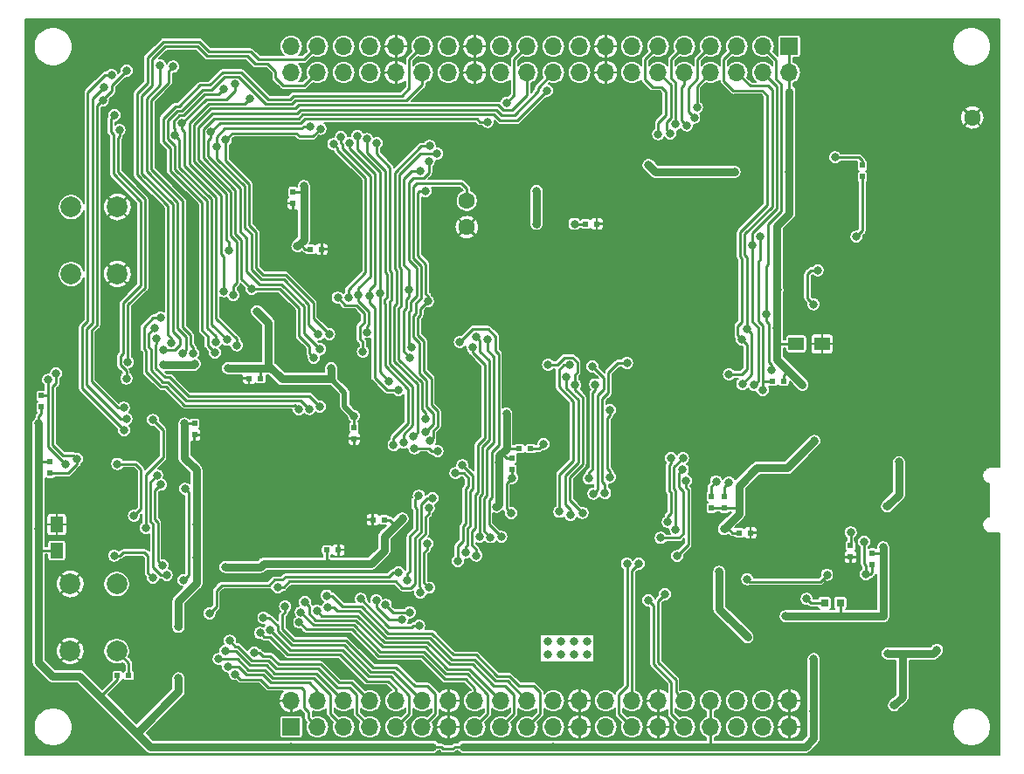
<source format=gbl>
G04 #@! TF.GenerationSoftware,KiCad,Pcbnew,(5.1.2)-1*
G04 #@! TF.CreationDate,2020-06-03T11:36:27+09:00*
G04 #@! TF.ProjectId,o2_breakout,6f325f62-7265-4616-9b6f-75742e6b6963,rev?*
G04 #@! TF.SameCoordinates,Original*
G04 #@! TF.FileFunction,Copper,L2,Bot*
G04 #@! TF.FilePolarity,Positive*
%FSLAX46Y46*%
G04 Gerber Fmt 4.6, Leading zero omitted, Abs format (unit mm)*
G04 Created by KiCad (PCBNEW (5.1.2)-1) date 2020-06-03 11:36:27*
%MOMM*%
%LPD*%
G04 APERTURE LIST*
%ADD10R,0.500000X0.600000*%
%ADD11C,1.600000*%
%ADD12R,0.600000X0.500000*%
%ADD13C,2.000000*%
%ADD14R,0.800000X0.750000*%
%ADD15R,1.250000X1.500000*%
%ADD16R,1.500000X1.250000*%
%ADD17R,1.700000X1.700000*%
%ADD18O,1.700000X1.700000*%
%ADD19C,0.800000*%
%ADD20C,0.800000*%
%ADD21C,0.250000*%
%ADD22C,0.500000*%
%ADD23C,0.150000*%
G04 APERTURE END LIST*
D10*
X103695500Y-101248120D03*
X103695500Y-102348120D03*
X182422800Y-72500400D03*
X182422800Y-73600400D03*
X183375300Y-110168600D03*
X183375300Y-111268600D03*
D11*
X193065400Y-67868800D03*
X144094200Y-75958700D03*
X144094200Y-78498700D03*
D12*
X174781300Y-93446600D03*
X173681300Y-93446600D03*
D10*
X169062400Y-105744100D03*
X169062400Y-104644100D03*
X167792400Y-105744100D03*
X167792400Y-104644100D03*
D12*
X110244800Y-121996200D03*
X111344800Y-121996200D03*
D13*
X110164000Y-119634000D03*
X105664000Y-119634000D03*
X110164000Y-113134000D03*
X105664000Y-113134000D03*
X105736000Y-76555600D03*
X110236000Y-76555600D03*
X105736000Y-83055600D03*
X110236000Y-83055600D03*
D10*
X102844600Y-95952400D03*
X102844600Y-94852400D03*
X148472600Y-100925800D03*
X148472600Y-102025800D03*
D12*
X149179900Y-100002600D03*
X150279900Y-100002600D03*
X155591420Y-78183740D03*
X156691420Y-78183740D03*
D14*
X178774100Y-114963200D03*
X180274100Y-114963200D03*
D15*
X104363520Y-109860400D03*
X104363520Y-107360400D03*
D10*
X127246380Y-75088660D03*
X127246380Y-76188660D03*
X133172200Y-97925800D03*
X133172200Y-99025800D03*
D16*
X176024220Y-89827100D03*
X178524220Y-89827100D03*
D12*
X136081300Y-106886000D03*
X134981300Y-106886000D03*
X124092500Y-93182700D03*
X122992500Y-93182700D03*
D10*
X181279800Y-109419300D03*
X181279800Y-110519300D03*
D12*
X170490500Y-108156000D03*
X171590500Y-108156000D03*
X130549560Y-109821980D03*
X131649560Y-109821980D03*
D10*
X117713200Y-97560300D03*
X117713200Y-98660300D03*
D12*
X128939200Y-80645000D03*
X130039200Y-80645000D03*
D17*
X175336200Y-60960000D03*
D18*
X175336200Y-63500000D03*
X172796200Y-60960000D03*
X172796200Y-63500000D03*
X170256200Y-60960000D03*
X170256200Y-63500000D03*
X167716200Y-60960000D03*
X167716200Y-63500000D03*
X165176200Y-60960000D03*
X165176200Y-63500000D03*
X162636200Y-60960000D03*
X162636200Y-63500000D03*
X160096200Y-60960000D03*
X160096200Y-63500000D03*
X157556200Y-60960000D03*
X157556200Y-63500000D03*
X155016200Y-60960000D03*
X155016200Y-63500000D03*
X152476200Y-60960000D03*
X152476200Y-63500000D03*
X149936200Y-60960000D03*
X149936200Y-63500000D03*
X147396200Y-60960000D03*
X147396200Y-63500000D03*
X144856200Y-60960000D03*
X144856200Y-63500000D03*
X142316200Y-60960000D03*
X142316200Y-63500000D03*
X139776200Y-60960000D03*
X139776200Y-63500000D03*
X137236200Y-60960000D03*
X137236200Y-63500000D03*
X134696200Y-60960000D03*
X134696200Y-63500000D03*
X132156200Y-60960000D03*
X132156200Y-63500000D03*
X129616200Y-60960000D03*
X129616200Y-63500000D03*
X127076200Y-60960000D03*
X127076200Y-63500000D03*
X175336200Y-124460000D03*
X175336200Y-127000000D03*
X172796200Y-124460000D03*
X172796200Y-127000000D03*
X170256200Y-124460000D03*
X170256200Y-127000000D03*
X167716200Y-124460000D03*
X167716200Y-127000000D03*
X165176200Y-124460000D03*
X165176200Y-127000000D03*
X162636200Y-124460000D03*
X162636200Y-127000000D03*
X160096200Y-124460000D03*
X160096200Y-127000000D03*
X157556200Y-124460000D03*
X157556200Y-127000000D03*
X155016200Y-124460000D03*
X155016200Y-127000000D03*
X152476200Y-124460000D03*
X152476200Y-127000000D03*
X149936200Y-124460000D03*
X149936200Y-127000000D03*
X147396200Y-124460000D03*
X147396200Y-127000000D03*
X144856200Y-124460000D03*
X144856200Y-127000000D03*
X142316200Y-124460000D03*
X142316200Y-127000000D03*
X139776200Y-124460000D03*
X139776200Y-127000000D03*
X137236200Y-124460000D03*
X137236200Y-127000000D03*
X134696200Y-124460000D03*
X134696200Y-127000000D03*
X132156200Y-124460000D03*
X132156200Y-127000000D03*
X129616200Y-124460000D03*
X129616200Y-127000000D03*
X127076200Y-124460000D03*
D17*
X127076200Y-127000000D03*
D19*
X155727400Y-118706900D03*
X154457400Y-118706900D03*
X153187400Y-118706900D03*
X151917400Y-118706900D03*
X151917400Y-119976900D03*
X153187400Y-119976900D03*
X155727400Y-119976900D03*
X154457400Y-119976900D03*
X150847500Y-78184000D03*
X150847500Y-74966990D03*
X177708000Y-125434800D03*
X116738400Y-97561400D03*
X134823200Y-111151830D03*
X128305000Y-74501000D03*
X177708000Y-120405600D03*
X175352970Y-73135750D03*
X102621080Y-97520760D03*
X147927058Y-96586040D03*
X116154200Y-117294658D03*
X170037760Y-73134220D03*
X120936990Y-92176600D03*
X127060870Y-128905000D03*
X130944620Y-92163900D03*
X133172200Y-96824800D03*
X127685800Y-80340200D03*
X175171100Y-101866700D03*
X161709100Y-72466200D03*
X147218400Y-101353620D03*
X177787300Y-99250500D03*
X152455790Y-128909990D03*
X116154200Y-122275600D03*
X102616000Y-107797602D03*
X168576700Y-111953300D03*
X169008500Y-107787700D03*
X124875998Y-91925400D03*
X137862852Y-106764549D03*
X174152000Y-88315800D03*
X171294500Y-118290600D03*
X130784600Y-111151840D03*
X117741700Y-91744800D03*
X123748800Y-86653200D03*
X176618900Y-93789500D03*
X146963832Y-105623771D03*
X120695720Y-111467900D03*
X114658567Y-91871373D03*
X117878860Y-110573820D03*
X116936280Y-101093088D03*
X174183040Y-84597240D03*
X117878860Y-107317540D03*
X187100920Y-125181620D03*
X187096400Y-126212600D03*
X181543400Y-86172300D03*
X183321400Y-86172300D03*
X129565400Y-78752700D03*
X153543000Y-83248500D03*
X153543000Y-86741000D03*
X156273500Y-86741000D03*
X159131000Y-86741000D03*
X162052000Y-86741000D03*
X156273500Y-83248500D03*
X159131000Y-83248500D03*
X162052000Y-83248500D03*
X118948200Y-93941900D03*
X159346900Y-97917000D03*
X159346900Y-99758500D03*
X159346900Y-101536500D03*
X158231840Y-106773980D03*
X160365440Y-106773980D03*
X158480760Y-119059960D03*
X143771620Y-119014240D03*
X146766280Y-118986300D03*
X149928580Y-119014240D03*
X165417500Y-96139000D03*
X168148000Y-96139000D03*
X170815000Y-96139000D03*
X115305840Y-126357380D03*
X177190400Y-73558400D03*
X177139600Y-68935600D03*
X177139600Y-66802000D03*
X106172000Y-67297300D03*
X184942480Y-121737120D03*
X178990700Y-121897400D03*
X178990700Y-123103900D03*
X183972200Y-127622300D03*
X183946800Y-126492000D03*
X114297460Y-127431800D03*
X112415320Y-125267720D03*
X181559200Y-84759800D03*
X181559200Y-83312000D03*
X181559200Y-81711800D03*
X187248800Y-89535000D03*
X185420000Y-89535000D03*
X182676800Y-89560400D03*
X180949600Y-89560400D03*
X189529720Y-107558840D03*
X189534800Y-108851700D03*
X167205100Y-111204000D03*
X112077500Y-110845600D03*
X112090200Y-112141000D03*
X163573460Y-118252240D03*
X189275720Y-105945940D03*
X189484000Y-101015800D03*
X170157140Y-91513660D03*
X169428160Y-84884260D03*
X169418000Y-86969600D03*
X184942480Y-123007120D03*
X176479200Y-96342200D03*
X179095400Y-99618800D03*
X179070000Y-100888800D03*
X175933100Y-91262200D03*
X186148980Y-115478560D03*
X187998100Y-105943400D03*
X190929260Y-111556800D03*
X190847980Y-109997240D03*
X192224660Y-109989620D03*
X192262760Y-111546640D03*
X187746640Y-115481100D03*
X189362080Y-115473480D03*
X190738760Y-99809300D03*
X192161160Y-99791520D03*
X190738760Y-98412300D03*
X192168780Y-98386900D03*
X185315860Y-94912180D03*
X188346080Y-95242380D03*
X185318400Y-93573600D03*
X187337700Y-95229680D03*
X181858920Y-100832920D03*
X181843680Y-99740720D03*
X177123800Y-118760500D03*
X172105320Y-68262500D03*
X172110400Y-70053200D03*
X172092620Y-71854060D03*
X182874920Y-113604040D03*
X179730400Y-113588800D03*
X163576000Y-119697500D03*
X183476900Y-106392980D03*
X120243600Y-93941900D03*
X135382000Y-94742000D03*
X162763200Y-96139000D03*
X174795180Y-106126280D03*
X176827180Y-106126280D03*
X176827180Y-108158280D03*
X174795180Y-108158280D03*
X172763180Y-108158280D03*
X172763180Y-110190280D03*
X174795180Y-110190280D03*
X176827180Y-110190280D03*
X124460000Y-102108000D03*
X127000000Y-102108000D03*
X121920000Y-102108000D03*
X129539998Y-102108000D03*
X132080000Y-102108000D03*
X121920000Y-99568000D03*
X121920000Y-97028000D03*
X121920000Y-104648000D03*
X121920000Y-107188000D03*
X124460000Y-104648000D03*
X127000000Y-104648000D03*
X129540000Y-104648000D03*
X129540000Y-107188000D03*
X127000000Y-107188000D03*
X124460000Y-107188000D03*
X132080000Y-107188000D03*
X132080000Y-104648000D03*
X129540000Y-99568000D03*
X127000000Y-99568000D03*
X124460000Y-99568000D03*
X124460000Y-97028000D03*
X128358900Y-97802700D03*
X130860800Y-97764600D03*
X132080000Y-99568000D03*
X151673000Y-97576900D03*
X129560320Y-77216000D03*
X189496700Y-102113080D03*
X125067060Y-114287300D03*
X114526060Y-123169680D03*
X113454180Y-124200920D03*
X129560320Y-75618340D03*
X153459180Y-99057460D03*
X153459180Y-97602040D03*
X161925000Y-91967210D03*
X164909500Y-91967210D03*
X167830500Y-91967210D03*
X140957300Y-111175800D03*
X137541000Y-96075500D03*
X137541000Y-96964500D03*
X123586240Y-123342400D03*
X124632720Y-124147580D03*
X134162800Y-93751400D03*
X106257800Y-86985100D03*
X106299000Y-69062600D03*
X106270500Y-85410300D03*
X105689400Y-78587600D03*
X105714800Y-80873600D03*
X116103400Y-110175040D03*
X171942200Y-75478900D03*
X170900800Y-76558400D03*
X169799000Y-77724000D03*
X133162040Y-79865220D03*
X133162040Y-76499720D03*
X133139180Y-78153260D03*
X140306500Y-80381100D03*
X140306500Y-76530200D03*
X140306500Y-78447900D03*
X124256800Y-75260200D03*
X137414000Y-109969300D03*
X172770800Y-106108500D03*
X116108480Y-109083950D03*
X135966200Y-125730000D03*
X160299400Y-69773800D03*
X151638000Y-70688200D03*
X153606500Y-70688200D03*
X156464000Y-69748400D03*
X158394400Y-69773800D03*
X106156760Y-123489720D03*
X107635040Y-124927360D03*
X108963460Y-126365000D03*
X119258080Y-117591840D03*
X119258080Y-118963440D03*
X114173000Y-77952600D03*
X110413800Y-78689200D03*
X110413800Y-80721200D03*
X109905800Y-89509600D03*
X176479200Y-97764600D03*
X124307600Y-78054200D03*
X124256800Y-76657200D03*
X103873300Y-118643400D03*
X164299900Y-112420400D03*
X120853200Y-114198400D03*
X121513600Y-87325200D03*
X126822200Y-77622400D03*
X126847600Y-78971400D03*
X135915400Y-123393200D03*
X114414300Y-71145400D03*
X114465100Y-72478900D03*
X111226600Y-72517000D03*
X111213900Y-70789800D03*
X110274100Y-127660400D03*
X111696500Y-129044700D03*
X167192400Y-110124500D03*
X167192400Y-112347000D03*
X126336500Y-86210400D03*
X142757600Y-116118900D03*
X149272700Y-116042700D03*
X142262300Y-108981500D03*
X157832500Y-110124500D03*
X158480200Y-120449600D03*
X150695100Y-109984800D03*
X158505600Y-121846600D03*
X168233800Y-116982500D03*
X170189600Y-119027200D03*
X149920400Y-97589600D03*
X103898700Y-114350802D03*
X144815000Y-92535000D03*
X144815000Y-94440000D03*
X144815000Y-96345000D03*
X144815000Y-98250000D03*
X117576040Y-80520800D03*
X117576040Y-77472800D03*
X114182600Y-81346300D03*
X177123800Y-117477800D03*
X169173600Y-117998500D03*
X171751700Y-116906300D03*
X171650100Y-114226600D03*
X170735700Y-114226600D03*
X149933100Y-99062800D03*
X166595500Y-105590600D03*
X166582800Y-104333300D03*
X166811400Y-102314000D03*
X170138800Y-102174300D03*
X136242500Y-113921800D03*
X177190400Y-74955400D03*
X125945900Y-91084400D03*
X177795180Y-93419284D03*
X176894214Y-92307686D03*
X131483100Y-120812560D03*
X139354560Y-121117360D03*
X144132300Y-100393500D03*
X142681960Y-100373180D03*
X132842000Y-89115900D03*
X116324380Y-61920120D03*
X117584220Y-61920120D03*
X112201400Y-108702100D03*
X109905800Y-87017860D03*
X110850680Y-94937580D03*
X116474240Y-125232160D03*
X112001300Y-100248720D03*
X113157000Y-94965520D03*
X111597440Y-103883460D03*
X105722420Y-92514420D03*
X105727500Y-93571060D03*
X177944780Y-84051140D03*
X175320960Y-85778340D03*
X169379900Y-79428340D03*
X138092180Y-105674160D03*
X119794020Y-112527080D03*
X126928880Y-70434200D03*
X126174500Y-97815400D03*
X119176800Y-109334300D03*
X134188200Y-109943900D03*
X185500000Y-124900000D03*
X184434480Y-109580680D03*
X184824323Y-105591657D03*
X189661800Y-119507000D03*
X175002900Y-116258600D03*
X185978800Y-101295204D03*
X184439000Y-116258900D03*
X184871360Y-119852440D03*
X177025300Y-114579400D03*
X138592000Y-91138000D03*
X139562863Y-73022466D03*
X138468100Y-84594700D03*
X162648900Y-69481700D03*
X136532910Y-93451090D03*
X133475843Y-69640621D03*
X135650956Y-84922189D03*
X137449000Y-94313000D03*
X132743897Y-70326565D03*
X134655000Y-85194400D03*
X134430610Y-88681854D03*
X131902201Y-69748400D03*
X133604000Y-85102700D03*
X117566803Y-90744800D03*
X115646200Y-62928500D03*
X116529355Y-90744790D03*
X114350800Y-62788800D03*
X115456793Y-89719028D03*
X114731791Y-90436691D03*
X129273543Y-91183912D03*
X151886920Y-65247520D03*
X123225000Y-84492540D03*
X129870200Y-95910400D03*
X121462454Y-85115165D03*
X113995200Y-89293700D03*
X128843790Y-96148484D03*
X113804700Y-88265000D03*
X120548400Y-84709568D03*
X123065967Y-66024333D03*
X127812800Y-96189800D03*
X121056398Y-80784700D03*
X114412645Y-87279701D03*
X147970673Y-66427333D03*
X119298000Y-69261159D03*
X129881790Y-90336131D03*
X146110400Y-68291155D03*
X130757944Y-88889514D03*
X129895600Y-68962110D03*
X120745665Y-70011705D03*
X119865516Y-70677141D03*
X129717460Y-88886120D03*
X128895599Y-68741177D03*
X115835205Y-69571253D03*
X120865900Y-89437645D03*
X120537508Y-65092362D03*
X116479226Y-68435126D03*
X121818400Y-89966800D03*
X121648220Y-64633033D03*
X109956600Y-67640200D03*
X111100870Y-93176090D03*
X110845600Y-96037400D03*
X108813600Y-66192400D03*
X111138702Y-63321557D03*
X108915200Y-64947800D03*
X111099600Y-97104200D03*
X110896400Y-98221800D03*
X109663390Y-63754000D03*
X137002933Y-99635470D03*
X134426023Y-69952363D03*
X166395400Y-66878200D03*
X137972073Y-99388909D03*
X135351520Y-70358000D03*
X166128700Y-67868800D03*
X138905391Y-98823472D03*
X140487400Y-70637400D03*
X165430200Y-68618100D03*
X140090032Y-97097504D03*
X164293170Y-68516549D03*
X141224000Y-71374000D03*
X138780690Y-90122000D03*
X140417008Y-72099000D03*
X163817300Y-69430900D03*
X181293337Y-108133530D03*
X163574890Y-107122818D03*
X163865105Y-100905052D03*
X143421100Y-89649300D03*
X147431200Y-108549700D03*
X145009467Y-110359550D03*
X165341300Y-103098600D03*
X144638089Y-90130183D03*
X164464700Y-110413800D03*
X145338800Y-108546900D03*
X162888142Y-108659142D03*
X144984023Y-89111696D03*
X165023800Y-102031800D03*
X165040210Y-100906305D03*
X146088100Y-89433400D03*
X146396639Y-108579433D03*
X164328996Y-107870696D03*
X120058180Y-120411240D03*
X116647926Y-112750600D03*
X116791239Y-103893119D03*
X112972579Y-107709810D03*
X110434547Y-69075603D03*
X111252000Y-91587320D03*
X113679813Y-97211307D03*
X119734370Y-89655651D03*
X119684800Y-90678000D03*
X131589780Y-85359240D03*
X134030435Y-90596435D03*
X178089000Y-82692500D03*
X177673000Y-85979000D03*
X171286010Y-88344000D03*
X170786500Y-93741500D03*
X151973280Y-91866720D03*
X154599640Y-93835220D03*
X155295300Y-106222800D03*
X172491400Y-79425800D03*
X157946232Y-96240600D03*
X157946232Y-102745232D03*
X181851298Y-79425800D03*
X172782871Y-94325326D03*
X120962420Y-121136240D03*
X121640738Y-121871011D03*
X137800686Y-116594921D03*
X135315400Y-114709200D03*
X171914080Y-93830144D03*
X154114500Y-106452510D03*
X171761421Y-80279240D03*
X153763980Y-93081996D03*
X161696400Y-114706400D03*
X139573000Y-113982500D03*
X140402021Y-105764539D03*
X138277600Y-112739000D03*
X163296600Y-114122200D03*
X139455600Y-104585000D03*
X156270400Y-92027000D03*
X156372000Y-104353697D03*
X173123860Y-86972140D03*
X148399500Y-106260900D03*
X153077337Y-106120090D03*
X154051000Y-91897200D03*
X173634400Y-92367100D03*
X148472600Y-102823728D03*
X159613600Y-91694000D03*
X125771411Y-113460530D03*
X140763700Y-104815900D03*
X157489600Y-104295200D03*
X139476480Y-117165120D03*
X133804100Y-114570027D03*
X138558067Y-115869911D03*
X136235778Y-115169957D03*
X140277317Y-109220000D03*
X140441011Y-113485954D03*
X160761680Y-111155480D03*
X143227500Y-110924600D03*
X142999763Y-102373727D03*
X130619870Y-115383218D03*
X130515002Y-114253030D03*
X115008331Y-112254884D03*
X114061240Y-102577900D03*
X120717308Y-119630276D03*
X114604433Y-111340067D03*
X114456094Y-103496646D03*
X121131500Y-118630700D03*
X169501820Y-92776038D03*
X170738800Y-89408000D03*
X156548264Y-93765572D03*
X155918626Y-102903686D03*
X140079743Y-98342238D03*
X154530500Y-78183180D03*
X178998880Y-112227360D03*
X182608218Y-109021880D03*
X113667540Y-112524540D03*
X119150290Y-115995170D03*
X137490200Y-112014000D03*
X182753000Y-112191800D03*
X171272200Y-112649000D03*
X109918500Y-110370620D03*
X168249600Y-103174800D03*
X169506899Y-103263700D03*
X128396422Y-114887624D03*
X129565224Y-115706478D03*
X127858855Y-116863921D03*
X128018318Y-115867052D03*
X124387000Y-116407357D03*
X126496411Y-115316000D03*
X124062685Y-117887108D03*
X125006587Y-117556876D03*
X123508573Y-119771958D03*
X139023800Y-99964500D03*
X143964100Y-110086400D03*
X159610500Y-111138800D03*
X141246290Y-100236020D03*
X143680180Y-101627940D03*
X131165600Y-70459600D03*
X132632908Y-85341409D03*
X140081000Y-75006200D03*
X140310790Y-85707367D03*
X140521290Y-99239490D03*
X103505000Y-93319600D03*
X105222042Y-101528880D03*
X151543200Y-99542600D03*
X179781200Y-71729600D03*
X111843820Y-106499660D03*
X110234303Y-101469617D03*
X106337100Y-101009620D03*
X104300020Y-92684600D03*
D20*
X150847500Y-78184000D02*
X150847500Y-74966990D01*
X177698400Y-125444400D02*
X177708000Y-125434800D01*
D21*
X127153760Y-75077320D02*
X128435100Y-75077320D01*
X124088600Y-93119200D02*
X124088600Y-92065100D01*
X110244800Y-122419200D02*
X108534200Y-124129800D01*
X110244800Y-122021600D02*
X110244800Y-122419200D01*
X102844600Y-96621600D02*
X102844600Y-95952400D01*
X102621080Y-96845120D02*
X102844600Y-96621600D01*
X102621080Y-97520760D02*
X102621080Y-96845120D01*
X133172200Y-97866200D02*
X133172200Y-96824800D01*
X167711210Y-128909990D02*
X167711210Y-124464990D01*
D20*
X177708000Y-128092760D02*
X177708000Y-120405600D01*
X176890770Y-128909990D02*
X177708000Y-128092760D01*
X143743590Y-128909990D02*
X176890770Y-128909990D01*
X116154200Y-123560840D02*
X116154200Y-122275600D01*
X112130840Y-127584200D02*
X116154200Y-123560840D01*
X130944620Y-93230700D02*
X130944620Y-92163900D01*
D21*
X142970250Y-128909990D02*
X143743590Y-128909990D01*
X142759340Y-129120900D02*
X142970250Y-128909990D01*
X141798220Y-129120900D02*
X142759340Y-129120900D01*
X140787210Y-128909990D02*
X141587310Y-128909990D01*
X141587310Y-128909990D02*
X141798220Y-129120900D01*
D20*
X102621080Y-97520760D02*
X102616000Y-97525840D01*
X102616000Y-107797600D02*
X102616000Y-107797602D01*
X102603300Y-107810302D02*
X102616000Y-107797602D01*
X113390590Y-128909990D02*
X140787210Y-128909990D01*
X106553000Y-122072400D02*
X113390590Y-128909990D01*
X103936800Y-122072400D02*
X106553000Y-122072400D01*
X102621080Y-120756680D02*
X103936800Y-122072400D01*
X102621080Y-97520760D02*
X102621080Y-120756680D01*
D21*
X167792400Y-105740200D02*
X170497500Y-105740200D01*
D20*
X128305560Y-74501560D02*
X128305560Y-79720440D01*
X128305560Y-79720440D02*
X127685800Y-80340200D01*
D21*
X130530600Y-109829600D02*
X130530600Y-111379000D01*
X175336200Y-60960000D02*
X175336200Y-65303400D01*
D20*
X177787300Y-99250500D02*
X175171100Y-101866700D01*
X172199300Y-101866700D02*
X175183800Y-101866700D01*
X170472100Y-103593900D02*
X172199300Y-101866700D01*
X169008500Y-107787700D02*
X170472100Y-106324100D01*
X170472100Y-106324100D02*
X170472100Y-103593900D01*
D21*
X169852600Y-108168700D02*
X169354500Y-107670600D01*
X170494400Y-108168700D02*
X169852600Y-108168700D01*
D20*
X126183840Y-93233240D02*
X130942080Y-93233240D01*
X124876000Y-91925400D02*
X126183840Y-93233240D01*
D21*
X117713200Y-97561400D02*
X116738400Y-97561400D01*
D20*
X175352970Y-65320170D02*
X175352970Y-77171810D01*
D21*
X176024220Y-89827100D02*
X174149200Y-89827100D01*
D20*
X168579800Y-115575900D02*
X168579800Y-111956400D01*
X171294500Y-118290600D02*
X168579800Y-115575900D01*
X162377120Y-73134220D02*
X161709100Y-72466200D01*
X170037760Y-73134220D02*
X162377120Y-73134220D01*
D21*
X149179900Y-100002600D02*
X148129700Y-100002600D01*
D20*
X120936990Y-92176600D02*
X125127200Y-92176600D01*
X124875998Y-87780398D02*
X123748800Y-86653200D01*
X124875998Y-91925400D02*
X124875998Y-87780398D01*
X174152000Y-91322600D02*
X176618900Y-93789500D01*
X175353980Y-77172820D02*
X174152000Y-78374800D01*
D21*
X174781300Y-92871200D02*
X174781300Y-93446600D01*
X175412400Y-92240100D02*
X174781300Y-92871200D01*
X147936120Y-100925800D02*
X147431760Y-100421440D01*
X148472600Y-100925800D02*
X147936120Y-100925800D01*
D22*
X132252720Y-95905320D02*
X133172200Y-96824800D01*
X132252720Y-94546420D02*
X132252720Y-95905320D01*
X130944620Y-93238320D02*
X132252720Y-94546420D01*
D20*
X147218400Y-105369203D02*
X146963832Y-105623771D01*
X147927058Y-96586040D02*
X147927058Y-99976942D01*
X147927058Y-99976942D02*
X147218400Y-100685600D01*
X147218400Y-100685600D02*
X147218400Y-105369203D01*
X124400470Y-111151830D02*
X134823200Y-111151830D01*
X120695720Y-111467900D02*
X124084400Y-111467900D01*
X124084400Y-111467900D02*
X124400470Y-111151830D01*
X114658567Y-91871373D02*
X117614273Y-91871373D01*
X117740846Y-91744800D02*
X117614273Y-91871373D01*
X117741700Y-91744800D02*
X117740846Y-91744800D01*
D21*
X103695500Y-101248120D02*
X102678140Y-101248120D01*
D20*
X174152000Y-78374800D02*
X174152000Y-91322600D01*
D21*
X136081300Y-106886000D02*
X136631300Y-106886000D01*
X136631300Y-106886000D02*
X137163400Y-107418100D01*
D20*
X136088120Y-108539280D02*
X137862851Y-106764549D01*
X134823200Y-111151830D02*
X136088120Y-109886910D01*
X136088120Y-109886910D02*
X136088120Y-108539280D01*
X116154200Y-114787680D02*
X116154200Y-117294658D01*
X117878860Y-113063020D02*
X116154200Y-114787680D01*
X117878860Y-102035668D02*
X117878860Y-107317540D01*
X116738400Y-97561400D02*
X116738400Y-100895208D01*
X116738400Y-100895208D02*
X117878860Y-102035668D01*
D21*
X104363520Y-109860400D02*
X102653780Y-109860400D01*
X128409700Y-80645000D02*
X127711200Y-79946500D01*
X128939200Y-80645000D02*
X128409700Y-80645000D01*
D20*
X117878860Y-107317540D02*
X117878860Y-113063020D01*
X189316360Y-119852440D02*
X189661800Y-119507000D01*
X184439000Y-116258900D02*
X184439000Y-109590280D01*
X185978800Y-104437180D02*
X185978800Y-101295204D01*
X184824323Y-105591657D02*
X185978800Y-104437180D01*
D21*
X183375300Y-110168600D02*
X184489000Y-110168600D01*
D20*
X175009100Y-116258900D02*
X184439000Y-116258900D01*
D21*
X180277200Y-114947700D02*
X180277200Y-116398300D01*
D20*
X186296300Y-124103700D02*
X186296300Y-119862600D01*
X185500000Y-124900000D02*
X186296300Y-124103700D01*
X184871360Y-119852440D02*
X189316360Y-119852440D01*
D21*
X177409100Y-114963200D02*
X177025300Y-114579400D01*
X178774100Y-114963200D02*
X177409100Y-114963200D01*
X138210267Y-85500233D02*
X138468100Y-85242400D01*
X138762734Y-73022466D02*
X139562863Y-73022466D01*
X138468100Y-85242400D02*
X138468100Y-82638900D01*
X138468100Y-82638900D02*
X137998200Y-82169000D01*
X137998200Y-82169000D02*
X137998200Y-73787000D01*
X138210267Y-86342102D02*
X138210267Y-85500233D01*
X137960100Y-86592269D02*
X138210267Y-86342102D01*
X138592000Y-91138000D02*
X137960100Y-90506100D01*
X137960100Y-90506100D02*
X137960100Y-86592269D01*
X137998200Y-73787000D02*
X138762734Y-73022466D01*
X162648900Y-68399660D02*
X162648900Y-69481700D01*
X163372800Y-67675760D02*
X162648900Y-68399660D01*
X161366200Y-62230000D02*
X161366200Y-64211200D01*
X162636200Y-60960000D02*
X161366200Y-62230000D01*
X161366200Y-64211200D02*
X162064700Y-64909700D01*
X162064700Y-64909700D02*
X162953700Y-64909700D01*
X162953700Y-64909700D02*
X163372800Y-65328800D01*
X163372800Y-65328800D02*
X163372800Y-67675760D01*
X135650956Y-92569136D02*
X135650956Y-73157925D01*
X133475843Y-70982813D02*
X133475843Y-69640621D01*
X135650956Y-73157925D02*
X133475843Y-70982813D01*
X136532910Y-93451090D02*
X135650956Y-92569136D01*
X132743897Y-70887277D02*
X132743897Y-70326565D01*
X135200945Y-73344325D02*
X132743897Y-70887277D01*
X135200945Y-84058355D02*
X135200945Y-73344325D01*
X134655000Y-84604300D02*
X135200945Y-84058355D01*
X134655000Y-85853980D02*
X134655000Y-84604300D01*
X135155611Y-86354591D02*
X134655000Y-85853980D01*
X135155611Y-93105911D02*
X135155611Y-86354591D01*
X136362700Y-94313000D02*
X135155611Y-93105911D01*
X137449000Y-94313000D02*
X136362700Y-94313000D01*
X134614920Y-87931859D02*
X134614920Y-86654640D01*
X134614920Y-86654640D02*
X133604000Y-85643720D01*
X134731200Y-73591990D02*
X132022011Y-70882801D01*
X132022011Y-70882801D02*
X132022011Y-70433895D01*
X131902201Y-70314085D02*
X131902201Y-69748400D01*
X132022011Y-70433895D02*
X131902201Y-70314085D01*
X134430610Y-88681854D02*
X134430610Y-88116169D01*
X134430610Y-88116169D02*
X134614920Y-87931859D01*
X133604000Y-85643720D02*
X133604000Y-84416900D01*
X134731200Y-83289700D02*
X134731200Y-73591990D01*
X133604000Y-84416900D02*
X134731200Y-83289700D01*
X113512600Y-66192100D02*
X115198600Y-64506100D01*
X116550440Y-75948540D02*
X113512600Y-72910700D01*
X115198600Y-63376100D02*
X115646200Y-62928500D01*
X117315410Y-89927722D02*
X117315410Y-88953770D01*
X117566803Y-90179115D02*
X117315410Y-89927722D01*
X117566803Y-90744800D02*
X117566803Y-90179115D01*
X117315410Y-88953770D02*
X116550440Y-88188800D01*
X115198600Y-64506100D02*
X115198600Y-63376100D01*
X116550440Y-88188800D02*
X116550440Y-75948540D01*
X113512600Y-72910700D02*
X113512600Y-66192100D01*
X114350800Y-62788800D02*
X114350800Y-64706200D01*
X116060220Y-88334990D02*
X116865400Y-89140170D01*
X113062589Y-65994411D02*
X113062589Y-73097100D01*
X113062589Y-73097100D02*
X116060220Y-76094731D01*
X116865400Y-89140170D02*
X116865400Y-90408745D01*
X116060220Y-76094731D02*
X116060220Y-88334990D01*
X116865400Y-90408745D02*
X116529355Y-90744790D01*
X114350800Y-64706200D02*
X113062589Y-65994411D01*
X128346200Y-62230000D02*
X129616200Y-60960000D01*
X123895300Y-62230000D02*
X128346200Y-62230000D01*
X123140340Y-61475040D02*
X123895300Y-62230000D01*
X119128550Y-61475040D02*
X123140340Y-61475040D01*
X118169010Y-60515500D02*
X119128550Y-61475040D01*
X114693700Y-60515500D02*
X118169010Y-60515500D01*
X113157000Y-64515700D02*
X113157000Y-62052200D01*
X115456793Y-89261773D02*
X115137646Y-88942626D01*
X113157000Y-62052200D02*
X114693700Y-60515500D01*
X115456793Y-89719028D02*
X115456793Y-89261773D01*
X115137646Y-88942626D02*
X115137646Y-76444978D01*
X115137646Y-76444978D02*
X112122789Y-73430121D01*
X112122789Y-73430121D02*
X112122789Y-65549911D01*
X112122789Y-65549911D02*
X113157000Y-64515700D01*
X128346200Y-64770000D02*
X129616200Y-63500000D01*
X125564900Y-64020700D02*
X126314200Y-64770000D01*
X125564900Y-63444120D02*
X125564900Y-64020700D01*
X115592860Y-76263782D02*
X112612578Y-73283500D01*
X116281200Y-89303860D02*
X115592860Y-88615520D01*
X113614200Y-62242700D02*
X114884200Y-60972700D01*
X118942150Y-61925050D02*
X122846950Y-61925050D01*
X115592860Y-88615520D02*
X115592860Y-76263782D01*
X116281200Y-89919940D02*
X116281200Y-89303860D01*
X112612578Y-73283500D02*
X112612578Y-65758622D01*
X122846950Y-61925050D02*
X123609100Y-62687200D01*
X114739129Y-90444029D02*
X115757111Y-90444029D01*
X126314200Y-64770000D02*
X128346200Y-64770000D01*
X115757111Y-90444029D02*
X116281200Y-89919940D01*
X112612578Y-65758622D02*
X113614200Y-64757000D01*
X113614200Y-64757000D02*
X113614200Y-62242700D01*
X114884200Y-60972700D02*
X117989800Y-60972700D01*
X117989800Y-60972700D02*
X118942150Y-61925050D01*
X123609100Y-62687200D02*
X124807980Y-62687200D01*
X124807980Y-62687200D02*
X125564900Y-63444120D01*
X128873544Y-90783913D02*
X129273543Y-91183912D01*
X128156365Y-67566155D02*
X146730767Y-67566155D01*
X147312812Y-68148200D02*
X148986240Y-68148200D01*
X127779198Y-67943322D02*
X128156365Y-67566155D01*
X148986240Y-68148200D02*
X151886920Y-65247520D01*
X119590519Y-67943322D02*
X127779198Y-67943322D01*
X118554269Y-68979571D02*
X119590519Y-67943322D01*
X122250200Y-83517740D02*
X122250200Y-79744429D01*
X123225000Y-84492540D02*
X122250200Y-83517740D01*
X122250200Y-79744429D02*
X121657132Y-79151361D01*
X146730767Y-67566155D02*
X147312812Y-68148200D01*
X121657132Y-79151361D02*
X121657132Y-74899964D01*
X121657132Y-74899964D02*
X118554269Y-71797101D01*
X118554269Y-71797101D02*
X118554269Y-68979571D01*
X128874520Y-90114120D02*
X128874520Y-90782140D01*
X127838200Y-89077800D02*
X128874520Y-90114120D01*
X127838200Y-86360000D02*
X127838200Y-89077800D01*
X125970740Y-84492540D02*
X127838200Y-86360000D01*
X123225000Y-84492540D02*
X125970740Y-84492540D01*
X148697111Y-67609289D02*
X147457010Y-67609289D01*
X118104258Y-68793171D02*
X118104258Y-71983501D01*
X146963865Y-67116144D02*
X127969965Y-67116144D01*
X121462454Y-84247475D02*
X121462454Y-85115165D01*
X151006978Y-65299422D02*
X148697111Y-67609289D01*
X152476200Y-63530480D02*
X151006978Y-64999702D01*
X147457010Y-67609289D02*
X146963865Y-67116144D01*
X127969965Y-67116144D02*
X127632577Y-67453533D01*
X118104258Y-71983501D02*
X121207121Y-75086364D01*
X121800189Y-83909740D02*
X121462454Y-84247475D01*
X121800189Y-79930829D02*
X121800189Y-83909740D01*
X119443896Y-67453533D02*
X118104258Y-68793171D01*
X121207121Y-79337761D02*
X121800189Y-79930829D01*
X151006978Y-64999702D02*
X151006978Y-65299422D01*
X121207121Y-75086364D02*
X121207121Y-79337761D01*
X127632577Y-67453533D02*
X119443896Y-67453533D01*
X113995200Y-89859385D02*
X113995200Y-89293700D01*
X128828800Y-94869000D02*
X117106700Y-94869000D01*
X129870200Y-95910400D02*
X128828800Y-94869000D01*
X113931700Y-89922885D02*
X113995200Y-89859385D01*
X117106700Y-94869000D02*
X115304980Y-93067278D01*
X115304980Y-93067278D02*
X114826328Y-93067278D01*
X114826328Y-93067278D02*
X113931700Y-92172650D01*
X113931700Y-92172650D02*
X113931700Y-89922885D01*
X117204236Y-68420371D02*
X119080996Y-66543611D01*
X117204236Y-72356301D02*
X117204236Y-68420371D01*
X120307099Y-75459165D02*
X117204236Y-72356301D01*
X120548400Y-84709568D02*
X120548400Y-81349704D01*
X120307099Y-81108403D02*
X120307099Y-75459165D01*
X120548400Y-81349704D02*
X120307099Y-81108403D01*
X119080996Y-66543611D02*
X122546689Y-66543611D01*
X123065967Y-66024333D02*
X122546689Y-66543611D01*
X128014317Y-95319011D02*
X128843790Y-96148484D01*
X116920301Y-95319011D02*
X128014317Y-95319011D01*
X113264111Y-88805589D02*
X113264111Y-90124710D01*
X115118580Y-93517289D02*
X116920301Y-95319011D01*
X113264111Y-90124710D02*
X113479580Y-90340179D01*
X113804700Y-88265000D02*
X113264111Y-88805589D01*
X113479580Y-90340179D02*
X113479580Y-92356940D01*
X113479580Y-92356940D02*
X114639929Y-93517289D01*
X114639929Y-93517289D02*
X115118580Y-93517289D01*
X127783567Y-66666133D02*
X147150264Y-66666133D01*
X127446178Y-67003522D02*
X127783567Y-66666133D01*
X117654247Y-68606771D02*
X119257496Y-67003522D01*
X147641536Y-67157405D02*
X148450495Y-67157405D01*
X117654247Y-72169901D02*
X117654247Y-68606771D01*
X147150264Y-66666133D02*
X147641536Y-67157405D01*
X121056398Y-79997298D02*
X120757110Y-79698010D01*
X120757110Y-75272764D02*
X117654247Y-72169901D01*
X121056398Y-80784700D02*
X121056398Y-79997298D01*
X120757110Y-79698010D02*
X120757110Y-75272764D01*
X148450495Y-67157405D02*
X149936200Y-65671700D01*
X149936200Y-65671700D02*
X149936200Y-63601600D01*
X119257496Y-67003522D02*
X127446178Y-67003522D01*
X116760980Y-95796100D02*
X127406502Y-95796100D01*
X127406502Y-95796100D02*
X127412801Y-95789801D01*
X114932180Y-93967300D02*
X116760980Y-95796100D01*
X114452400Y-93967300D02*
X114932180Y-93967300D01*
X113716997Y-87279701D02*
X112814100Y-88182598D01*
X112814100Y-88182598D02*
X112814100Y-90311110D01*
X114412645Y-87279701D02*
X113716997Y-87279701D01*
X112814100Y-90311110D02*
X113027460Y-90524470D01*
X113027460Y-90524470D02*
X113027460Y-92542360D01*
X127412801Y-95789801D02*
X127812800Y-96189800D01*
X113027460Y-92542360D02*
X114452400Y-93967300D01*
X120165826Y-68393333D02*
X119298000Y-69261159D01*
X127999467Y-68393333D02*
X120165826Y-68393333D01*
X128376634Y-68016166D02*
X127999467Y-68393333D01*
X145079766Y-68016166D02*
X128376634Y-68016166D01*
X146110400Y-68291155D02*
X145354755Y-68291155D01*
X145354755Y-68291155D02*
X145079766Y-68016166D01*
X148666200Y-65731806D02*
X147970673Y-66427333D01*
X148666200Y-62230000D02*
X148666200Y-65731806D01*
X149936200Y-60960000D02*
X148666200Y-62230000D01*
X119049800Y-70075044D02*
X119298000Y-69826844D01*
X119298000Y-69826844D02*
X119298000Y-69261159D01*
X119049800Y-71656221D02*
X119049800Y-70075044D01*
X122107140Y-78927140D02*
X122107141Y-74713563D01*
X128335178Y-88789519D02*
X128335178Y-86220566D01*
X129881790Y-90336131D02*
X128335178Y-88789519D01*
X128335178Y-86220566D02*
X126148834Y-84034222D01*
X122758200Y-79578200D02*
X122107140Y-78927140D01*
X126148834Y-84034222D02*
X124011000Y-84034222D01*
X122107141Y-74713563D02*
X119049800Y-71656221D01*
X124011000Y-84034222D02*
X122758200Y-82781422D01*
X122758200Y-82781422D02*
X122758200Y-79578200D01*
X129235200Y-87366770D02*
X130757944Y-88889514D01*
X124383800Y-83134200D02*
X126521632Y-83134200D01*
X120745665Y-72079265D02*
X123020250Y-74353850D01*
X120745665Y-70011705D02*
X120745665Y-72079265D01*
X123020250Y-74353850D02*
X123020250Y-78339110D01*
X123020250Y-78339110D02*
X123682200Y-79001060D01*
X126521632Y-83134200D02*
X129235200Y-85847768D01*
X123682200Y-79001060D02*
X123682200Y-82432600D01*
X129235200Y-85847768D02*
X129235200Y-87366770D01*
X123682200Y-82432600D02*
X124383800Y-83134200D01*
X129190250Y-69667460D02*
X129895600Y-68962110D01*
X127868340Y-69667460D02*
X129190250Y-69667460D01*
X127593680Y-69392800D02*
X127868340Y-69667460D01*
X120745665Y-70011705D02*
X121364570Y-69392800D01*
X121364570Y-69392800D02*
X127593680Y-69392800D01*
X128785189Y-86034167D02*
X128785189Y-87953849D01*
X126335233Y-83584211D02*
X128785189Y-86034167D01*
X124197400Y-83584211D02*
X126335233Y-83584211D01*
X123232189Y-79196209D02*
X123232189Y-82619000D01*
X122570240Y-78534260D02*
X123232189Y-79196209D01*
X122570239Y-74540249D02*
X122570240Y-78534260D01*
X128895599Y-68741177D02*
X128286623Y-68741177D01*
X128085901Y-68941899D02*
X120643701Y-68941899D01*
X128785189Y-87953849D02*
X129717460Y-88886120D01*
X123232189Y-82619000D02*
X124197400Y-83584211D01*
X120643701Y-68941899D02*
X119862600Y-69723000D01*
X119862600Y-69723000D02*
X119862600Y-71832610D01*
X128286623Y-68741177D02*
X128085901Y-68941899D01*
X119862600Y-71832610D02*
X122570239Y-74540249D01*
X119352922Y-87924667D02*
X120865900Y-89437645D01*
X119352922Y-75777810D02*
X119352922Y-87924667D01*
X116255800Y-72680688D02*
X119352922Y-75777810D01*
X115835205Y-69571253D02*
X116255800Y-69991848D01*
X116255800Y-69991848D02*
X116255800Y-72680688D01*
X119986280Y-65643590D02*
X120537508Y-65092362D01*
X115671600Y-68211700D02*
X116222780Y-67660520D01*
X116222780Y-67660520D02*
X116617422Y-67660520D01*
X118634352Y-65643590D02*
X119986280Y-65643590D01*
X116617422Y-67660520D02*
X118634352Y-65643590D01*
X115835205Y-68972205D02*
X115835205Y-69571253D01*
X115671600Y-68808600D02*
X115835205Y-68972205D01*
X115671600Y-68808600D02*
X115671600Y-68211700D01*
X121818400Y-89357200D02*
X121818400Y-89966800D01*
X116479226Y-69000811D02*
X116752213Y-69273798D01*
X116479226Y-68435126D02*
X116479226Y-69000811D01*
X116752213Y-69273798D02*
X116752213Y-72540690D01*
X116752213Y-72540690D02*
X119802933Y-75591410D01*
X119802933Y-75591410D02*
X119802933Y-87341733D01*
X119802933Y-87341733D02*
X121818400Y-89357200D01*
X118820752Y-66093600D02*
X116479226Y-68435126D01*
X120797060Y-66093600D02*
X118820752Y-66093600D01*
X121648220Y-64633033D02*
X121648220Y-65242440D01*
X121648220Y-65242440D02*
X120797060Y-66093600D01*
X110512860Y-91884500D02*
X111102140Y-92473780D01*
X110512860Y-91020900D02*
X110512860Y-91884500D01*
X110801989Y-90731771D02*
X110512860Y-91020900D01*
X110801989Y-85856100D02*
X110801989Y-90731771D01*
X112471200Y-84186889D02*
X110801989Y-85856100D01*
X109601000Y-67995800D02*
X109601000Y-69246602D01*
X109601000Y-69246602D02*
X109829600Y-69475202D01*
X109829600Y-69475202D02*
X109829599Y-73343910D01*
X109956600Y-67640200D02*
X109601000Y-67995800D01*
X109829599Y-73343910D02*
X112471200Y-75985510D01*
X112471200Y-75985510D02*
X112471200Y-84186889D01*
X111100870Y-92475050D02*
X111102140Y-92473780D01*
X111100870Y-93176090D02*
X111100870Y-92475050D01*
X107718300Y-93494301D02*
X110261398Y-96037400D01*
X109728000Y-64732259D02*
X109728000Y-65278000D01*
X111138702Y-63321557D02*
X109728000Y-64732259D01*
X109728000Y-65278000D02*
X108267500Y-66738500D01*
X108267500Y-66738500D02*
X108267500Y-87993531D01*
X108267500Y-87993531D02*
X107718300Y-88542731D01*
X110261398Y-96037400D02*
X110845600Y-96037400D01*
X107718300Y-88542731D02*
X107718300Y-93494301D01*
X107266611Y-88358010D02*
X107266611Y-93836896D01*
X110533915Y-97104200D02*
X111099600Y-97104200D01*
X107817489Y-87807132D02*
X107266611Y-88358010D01*
X107817489Y-66045511D02*
X107817489Y-87807132D01*
X107266611Y-93836896D02*
X110533915Y-97104200D01*
X108915200Y-64947800D02*
X107817489Y-66045511D01*
X109029500Y-63754000D02*
X109663390Y-63754000D01*
X107367478Y-65416022D02*
X109029500Y-63754000D01*
X107367478Y-87620732D02*
X107367478Y-65416022D01*
X106816600Y-88171610D02*
X107367478Y-87620732D01*
X106816600Y-94142000D02*
X106816600Y-88171610D01*
X110896400Y-98221800D02*
X106816600Y-94142000D01*
X134426023Y-71261303D02*
X134426023Y-69952363D01*
X136198156Y-82914600D02*
X136198156Y-73033436D01*
X136375956Y-83092400D02*
X136198156Y-82914600D01*
X136375956Y-85321454D02*
X136375956Y-83092400D01*
X136198156Y-73033436D02*
X134426023Y-71261303D01*
X136153731Y-85543679D02*
X136375956Y-85321454D01*
X136153731Y-85916481D02*
X136153731Y-85543679D01*
X137002933Y-98950067D02*
X138401500Y-97551500D01*
X137002933Y-99635470D02*
X137002933Y-98950067D01*
X138401500Y-97551500D02*
X138401500Y-94192498D01*
X138401500Y-94192498D02*
X136159180Y-91950178D01*
X136159180Y-91950178D02*
X136159180Y-85921930D01*
X136159180Y-85921930D02*
X136153731Y-85916481D01*
X166395400Y-64820800D02*
X167716200Y-63500000D01*
X166395400Y-66878200D02*
X166395400Y-64820800D01*
X165557200Y-67297300D02*
X166128700Y-67868800D01*
X165557200Y-65006220D02*
X165557200Y-67297300D01*
X166446200Y-64117220D02*
X165557200Y-65006220D01*
X167716200Y-60960000D02*
X166446200Y-62230000D01*
X166446200Y-62230000D02*
X166446200Y-64117220D01*
X135351520Y-71386700D02*
X135351520Y-70358000D01*
X136648167Y-82728200D02*
X136648167Y-72683347D01*
X136648167Y-72683347D02*
X135351520Y-71386700D01*
X136830664Y-82910697D02*
X136648167Y-82728200D01*
X136830664Y-85503156D02*
X136830664Y-82910697D01*
X136603740Y-85730080D02*
X136830664Y-85503156D01*
X137972073Y-98617338D02*
X138851511Y-97737900D01*
X137972073Y-99388909D02*
X137972073Y-98617338D01*
X138851511Y-97737900D02*
X138851511Y-94006098D01*
X138851511Y-94006098D02*
X136609191Y-91763778D01*
X136609191Y-91763778D02*
X136609191Y-85735531D01*
X136609191Y-85735531D02*
X136603740Y-85730080D01*
X164922200Y-68110100D02*
X165430200Y-68618100D01*
X164922200Y-64956081D02*
X164922200Y-68110100D01*
X165176200Y-63500000D02*
X165176200Y-64702081D01*
X165176200Y-64702081D02*
X164922200Y-64956081D01*
X137059202Y-86182527D02*
X137280675Y-85961054D01*
X137280675Y-85961054D02*
X137280675Y-82724297D01*
X137280675Y-82724297D02*
X137098178Y-82541800D01*
X137098178Y-73212411D02*
X139673189Y-70637400D01*
X139673189Y-70637400D02*
X140487400Y-70637400D01*
X137059202Y-91511613D02*
X137059202Y-86182527D01*
X139305390Y-93757801D02*
X137059202Y-91511613D01*
X139305390Y-98423473D02*
X139305390Y-93757801D01*
X138905391Y-98823472D02*
X139305390Y-98423473D01*
X137098178Y-82541800D02*
X137098178Y-73212411D01*
X164293170Y-64438150D02*
X164293170Y-68516549D01*
X163906200Y-64051180D02*
X164293170Y-64438150D01*
X165176200Y-60960000D02*
X163906200Y-62230000D01*
X163906200Y-62230000D02*
X163906200Y-64051180D01*
X140090032Y-96531819D02*
X140090032Y-97097504D01*
X139755398Y-96197185D02*
X140090032Y-96531819D01*
X139755398Y-93571399D02*
X139755398Y-96197185D01*
X137509213Y-91325213D02*
X139755398Y-93571399D01*
X137509213Y-86368927D02*
X137509213Y-91325213D01*
X137730686Y-86147454D02*
X137509213Y-86368927D01*
X139573000Y-71374000D02*
X137548189Y-73398811D01*
X141224000Y-71374000D02*
X139573000Y-71374000D01*
X137730686Y-82537897D02*
X137730686Y-86147454D01*
X137548189Y-73398811D02*
X137548189Y-82355400D01*
X137548189Y-82355400D02*
X137730686Y-82537897D01*
X163456191Y-69069791D02*
X163817300Y-69430900D01*
X163456191Y-68280526D02*
X163456191Y-69069791D01*
X163843160Y-67893557D02*
X163456191Y-68280526D01*
X163843160Y-64709500D02*
X163843160Y-67893557D01*
X162636200Y-63502540D02*
X163843160Y-64709500D01*
X138447780Y-89789090D02*
X138780690Y-90122000D01*
X138448210Y-81686400D02*
X139230100Y-82468290D01*
X138660278Y-86528502D02*
X138447780Y-86741000D01*
X138660278Y-85733200D02*
X138660278Y-86528502D01*
X138875933Y-73747467D02*
X138448210Y-74175190D01*
X138447780Y-86741000D02*
X138447780Y-89789090D01*
X139230100Y-85163378D02*
X138660278Y-85733200D01*
X139230100Y-82468290D02*
X139230100Y-85163378D01*
X140417008Y-72099000D02*
X140417008Y-73241323D01*
X138448210Y-74175190D02*
X138448210Y-81686400D01*
X140417008Y-73241323D02*
X139910864Y-73747467D01*
X139910864Y-73747467D02*
X138875933Y-73747467D01*
X181293337Y-109486700D02*
X181293337Y-108133530D01*
X163574890Y-107122818D02*
X163574890Y-106557133D01*
X163574890Y-106557133D02*
X163878986Y-106253037D01*
X163878986Y-106253037D02*
X163878986Y-104271086D01*
X163878986Y-104271086D02*
X163677600Y-104069700D01*
X163865105Y-101445000D02*
X163865105Y-100905052D01*
X163677600Y-104069700D02*
X163677600Y-101632505D01*
X163677600Y-101632505D02*
X163865105Y-101445000D01*
X144683927Y-88386473D02*
X143421100Y-89649300D01*
X146238822Y-107357322D02*
X146238822Y-105019390D01*
X146238822Y-105019390D02*
X146493392Y-104764820D01*
X146493392Y-104764820D02*
X146493392Y-100293008D01*
X146493392Y-100293008D02*
X147180300Y-99606100D01*
X146158773Y-88386473D02*
X144683927Y-88386473D01*
X147431200Y-108549700D02*
X146238822Y-107357322D01*
X146906194Y-89133894D02*
X146158773Y-88386473D01*
X147180300Y-99606100D02*
X147180300Y-90805000D01*
X146906194Y-90530894D02*
X146906194Y-89133894D01*
X147180300Y-90805000D02*
X146906194Y-90530894D01*
X165557200Y-103974849D02*
X165557200Y-109321300D01*
X165341300Y-103098600D02*
X165341300Y-103758950D01*
X165341300Y-103758950D02*
X165557200Y-103974849D01*
X165557200Y-109321300D02*
X164464700Y-110413800D01*
X145821400Y-91846400D02*
X144638089Y-90663089D01*
X145821400Y-98983800D02*
X145821400Y-91846400D01*
X145143360Y-99661840D02*
X145821400Y-98983800D01*
X145143360Y-104205620D02*
X145143360Y-99661840D01*
X145009467Y-109756807D02*
X144609468Y-109356808D01*
X144638089Y-90663089D02*
X144638089Y-90130183D01*
X145009467Y-110359550D02*
X145009467Y-109756807D01*
X144609468Y-109356808D02*
X144609468Y-108008772D01*
X144609468Y-108008772D02*
X144888790Y-107729450D01*
X144888790Y-107729450D02*
X144888790Y-104460190D01*
X144888790Y-104460190D02*
X145143360Y-104205620D01*
X164616299Y-102439301D02*
X165023800Y-102031800D01*
X164616299Y-103670359D02*
X164616299Y-102439301D01*
X165068072Y-104122132D02*
X164616299Y-103670359D01*
X165068072Y-108248328D02*
X165068072Y-104122132D01*
X162888142Y-108659142D02*
X164657258Y-108659142D01*
X164657258Y-108659142D02*
X165068072Y-108248328D01*
X146271411Y-91470911D02*
X145363099Y-90562599D01*
X146271411Y-99170200D02*
X146271411Y-91470911D01*
X145593370Y-99848242D02*
X146271411Y-99170200D01*
X145593370Y-104392020D02*
X145593370Y-99848242D01*
X145338800Y-104646590D02*
X145593370Y-104392020D01*
X145363099Y-89490772D02*
X144984023Y-89111696D01*
X145338800Y-108546900D02*
X145338800Y-104646590D01*
X145363099Y-90562599D02*
X145363099Y-89490772D01*
X165040210Y-100906305D02*
X164166288Y-101780227D01*
X164166288Y-101780227D02*
X164166288Y-103856759D01*
X164166288Y-103856759D02*
X164328996Y-104019467D01*
X164328996Y-104019467D02*
X164328996Y-107870696D01*
X146043381Y-100034641D02*
X146721422Y-99356600D01*
X145788811Y-104832990D02*
X146043381Y-104578420D01*
X146396639Y-108579433D02*
X145788811Y-107971605D01*
X146088100Y-90424000D02*
X146088100Y-89433400D01*
X146721422Y-91057322D02*
X146088100Y-90424000D01*
X146721422Y-99356600D02*
X146721422Y-91057322D01*
X145788811Y-107971605D02*
X145788811Y-104832990D01*
X146043381Y-104578420D02*
X146043381Y-100034641D01*
X121849727Y-120411240D02*
X120058180Y-120411240D01*
X122892420Y-121453933D02*
X121849727Y-120411240D01*
X132156200Y-127000000D02*
X130873500Y-125717300D01*
X130873500Y-125717300D02*
X130873500Y-123900070D01*
X130873500Y-123900070D02*
X129214333Y-122240903D01*
X129214333Y-122240903D02*
X125284670Y-122240903D01*
X125284670Y-122240903D02*
X124497700Y-121453933D01*
X124497700Y-121453933D02*
X122892420Y-121453933D01*
X117124480Y-104226360D02*
X116791239Y-103893119D01*
X116647926Y-112750600D02*
X117124480Y-112274046D01*
X117124480Y-112274046D02*
X117124480Y-104226360D01*
X112972579Y-102546421D02*
X112972579Y-107709810D01*
X114660253Y-100858747D02*
X112972579Y-102546421D01*
X114660253Y-98191747D02*
X114660253Y-100858747D01*
X113679813Y-97211307D02*
X114660253Y-98191747D01*
X111252000Y-86042500D02*
X111252000Y-91587320D01*
X110434547Y-69664153D02*
X110279610Y-69819090D01*
X110434547Y-69075603D02*
X110434547Y-69664153D01*
X110279610Y-69819090D02*
X110279610Y-73157510D01*
X110279610Y-73157510D02*
X112921211Y-75799111D01*
X112921211Y-75799111D02*
X112921211Y-84373289D01*
X112921211Y-84373289D02*
X111252000Y-86042500D01*
X139776200Y-64702081D02*
X139776200Y-63500000D01*
X138262159Y-66216122D02*
X139776200Y-64702081D01*
X127472988Y-66216122D02*
X138262159Y-66216122D01*
X115798600Y-70607650D02*
X115105611Y-69914661D01*
X115798600Y-72859898D02*
X115798600Y-70607650D01*
X118902911Y-75964209D02*
X115798600Y-72859898D01*
X118902911Y-88257811D02*
X118902911Y-75964209D01*
X119734370Y-89655651D02*
X119734370Y-89089270D01*
X119734370Y-89089270D02*
X118902911Y-88257811D01*
X115105611Y-69914661D02*
X115105611Y-68141279D01*
X115105611Y-68141279D02*
X116036380Y-67210510D01*
X116036380Y-67210510D02*
X116431022Y-67210510D01*
X116431022Y-67210510D02*
X118475292Y-65166240D01*
X118475292Y-65166240D02*
X119390628Y-65166240D01*
X119390628Y-65166240D02*
X120648836Y-63908032D01*
X120648836Y-63908032D02*
X121974972Y-63908032D01*
X121974972Y-63908032D02*
X124620451Y-66553511D01*
X124620451Y-66553511D02*
X127135600Y-66553511D01*
X127135600Y-66553511D02*
X127472988Y-66216122D01*
X138506200Y-62230000D02*
X139776200Y-60960000D01*
X138506200Y-65036700D02*
X138506200Y-62230000D01*
X137776789Y-65766111D02*
X138506200Y-65036700D01*
X127286589Y-65766111D02*
X137776789Y-65766111D01*
X126949200Y-66103500D02*
X127286589Y-65766111D01*
X124856240Y-66103500D02*
X126949200Y-66103500D01*
X122209129Y-63456389D02*
X124856240Y-66103500D01*
X115341400Y-73039109D02*
X115341400Y-70840600D01*
X118447389Y-76145098D02*
X115341400Y-73039109D01*
X118447389Y-88513489D02*
X118447389Y-76145098D01*
X118999000Y-89065100D02*
X118447389Y-88513489D01*
X119684800Y-90678000D02*
X118999000Y-89992200D01*
X118999000Y-89992200D02*
X118999000Y-89065100D01*
X115341400Y-70840600D02*
X114655600Y-70154800D01*
X114655600Y-70154800D02*
X114655600Y-67954879D01*
X114655600Y-67954879D02*
X115856880Y-66753600D01*
X115856880Y-66753600D02*
X115922920Y-66753600D01*
X115922920Y-66753600D02*
X115929820Y-66760500D01*
X115929820Y-66760500D02*
X116244622Y-66760500D01*
X116244622Y-66760500D02*
X118288892Y-64716230D01*
X118288892Y-64716230D02*
X119204228Y-64716230D01*
X119204228Y-64716230D02*
X120464069Y-63456389D01*
X120464069Y-63456389D02*
X122209129Y-63456389D01*
X134030435Y-90596435D02*
X134030435Y-89656635D01*
X134030435Y-89656635D02*
X133705600Y-89331800D01*
X132300980Y-86070440D02*
X131589780Y-85359240D01*
X133705600Y-89331800D02*
X133705600Y-88204770D01*
X133705600Y-88204770D02*
X134164910Y-87745459D01*
X134164910Y-87745459D02*
X134164910Y-86841040D01*
X133394310Y-86070440D02*
X132300980Y-86070440D01*
X134164910Y-86841040D02*
X133394310Y-86070440D01*
X171712051Y-88770041D02*
X171286010Y-88344000D01*
X170786500Y-93741500D02*
X171712051Y-92815949D01*
X171712051Y-92815949D02*
X171712051Y-88770041D01*
X171286010Y-81415179D02*
X171286010Y-88344000D01*
X171036411Y-81165580D02*
X171286010Y-81415179D01*
X171556680Y-64800480D02*
X173281340Y-64800480D01*
X170256200Y-63500000D02*
X171556680Y-64800480D01*
X173281340Y-64800480D02*
X173667851Y-65186991D01*
X173667851Y-65186991D02*
X173667851Y-76539938D01*
X173667851Y-76539938D02*
X171036411Y-79171378D01*
X171036411Y-79171378D02*
X171036411Y-81165580D01*
X177454300Y-82692500D02*
X178089000Y-82692500D01*
X177106580Y-83040220D02*
X177454300Y-82692500D01*
X177673000Y-85979000D02*
X177106580Y-85412580D01*
X177106580Y-85412580D02*
X177106580Y-83040220D01*
X154047900Y-104975400D02*
X155295300Y-106222800D01*
X154047900Y-102783900D02*
X154047900Y-104975400D01*
X155317900Y-101513900D02*
X154047900Y-102783900D01*
X154599640Y-94305940D02*
X155317900Y-95024200D01*
X154599640Y-92786200D02*
X154599640Y-94305940D01*
X152836880Y-91866720D02*
X153543000Y-91160600D01*
X155317900Y-95024200D02*
X155317900Y-101513900D01*
X151973280Y-91866720D02*
X152836880Y-91866720D01*
X153543000Y-91160600D02*
X154355800Y-91160600D01*
X154355800Y-91160600D02*
X154797200Y-91602000D01*
X154797200Y-91602000D02*
X154797200Y-92588640D01*
X154797200Y-92588640D02*
X154599640Y-92786200D01*
X157946232Y-96806285D02*
X157946232Y-96240600D01*
X157705500Y-97047017D02*
X157946232Y-96806285D01*
X157705500Y-101938815D02*
X157705500Y-97047017D01*
X157946232Y-102179547D02*
X157705500Y-101938815D01*
X157946232Y-102745232D02*
X157946232Y-102179547D01*
X182422800Y-78854298D02*
X181851298Y-79425800D01*
X182422800Y-73647300D02*
X182422800Y-78854298D01*
X172783500Y-93446600D02*
X173685200Y-93446600D01*
X172782871Y-88072461D02*
X172782871Y-94325326D01*
X172364400Y-87653990D02*
X172782871Y-88072461D01*
X172364400Y-81788000D02*
X172364400Y-87653990D01*
X172491400Y-79425800D02*
X172491400Y-81661000D01*
X172491400Y-81661000D02*
X172364400Y-81788000D01*
X120962420Y-121136240D02*
X121938317Y-121136240D01*
X128825014Y-122690914D02*
X129616200Y-123482100D01*
X129616200Y-123482100D02*
X129616200Y-124421900D01*
X125098270Y-122690914D02*
X128825014Y-122690914D01*
X124342596Y-121935240D02*
X125098270Y-122690914D01*
X122737317Y-121935240D02*
X124342596Y-121935240D01*
X121938317Y-121136240D02*
X122737317Y-121935240D01*
X124087051Y-122385251D02*
X124853700Y-123151900D01*
X122154978Y-122385251D02*
X124087051Y-122385251D01*
X128346200Y-125145800D02*
X128752600Y-125552200D01*
X128346200Y-123438920D02*
X128346200Y-125145800D01*
X128752600Y-126161800D02*
X129590800Y-127000000D01*
X128059180Y-123151900D02*
X128346200Y-123438920D01*
X124853700Y-123151900D02*
X128059180Y-123151900D01*
X128752600Y-125552200D02*
X128752600Y-126161800D01*
X121640738Y-121871011D02*
X122154978Y-122385251D01*
X135315400Y-115356900D02*
X135315400Y-114709200D01*
X137800686Y-116594921D02*
X136553421Y-116594921D01*
X136553421Y-116594921D02*
X135315400Y-115356900D01*
X172314079Y-93430145D02*
X171914080Y-93830144D01*
X172314079Y-88240079D02*
X172314079Y-93430145D01*
X171744640Y-87670640D02*
X172314079Y-88240079D01*
X171744640Y-79099558D02*
X171744640Y-87670640D01*
X172796200Y-63500000D02*
X174117862Y-64821662D01*
X174117862Y-64821662D02*
X174117862Y-76726336D01*
X174117862Y-76726336D02*
X171744640Y-79099558D01*
X154867889Y-101327501D02*
X153597889Y-102597500D01*
X153597889Y-105409298D02*
X154114500Y-105925908D01*
X154114500Y-105925908D02*
X154114500Y-106452510D01*
X153763980Y-94106690D02*
X154867889Y-95210599D01*
X154867889Y-95210599D02*
X154867889Y-101327501D01*
X153597889Y-102597500D02*
X153597889Y-105409298D01*
X153763980Y-93081996D02*
X153763980Y-94106690D01*
X162204400Y-115214400D02*
X161696400Y-114706400D01*
X162204400Y-120935300D02*
X162204400Y-115214400D01*
X163915800Y-122646700D02*
X162204400Y-120935300D01*
X165176200Y-127000000D02*
X163915800Y-125739600D01*
X163915800Y-125739600D02*
X163915800Y-122646700D01*
X140402021Y-106330224D02*
X140402021Y-105764539D01*
X139573000Y-113416815D02*
X139487498Y-113331313D01*
X139573000Y-113982500D02*
X139573000Y-113416815D01*
X139487498Y-113331313D02*
X139487498Y-108863823D01*
X139487498Y-108863823D02*
X140128700Y-108222621D01*
X140128700Y-108222621D02*
X140128700Y-106603545D01*
X140128700Y-106603545D02*
X140402021Y-106330224D01*
X162654411Y-120712211D02*
X164365810Y-122423610D01*
X163296600Y-114122200D02*
X162654411Y-114764389D01*
X162654411Y-114764389D02*
X162654411Y-120712211D01*
X164365810Y-123642810D02*
X165176200Y-124453200D01*
X164365810Y-122423610D02*
X164365810Y-123642810D01*
X138277600Y-112151152D02*
X138277600Y-112739000D01*
X138587476Y-111841276D02*
X138277600Y-112151152D01*
X138587476Y-108491024D02*
X138587476Y-111841276D01*
X139227000Y-107851500D02*
X138587476Y-108491024D01*
X139227000Y-105817788D02*
X139227000Y-107851500D01*
X139055601Y-105646389D02*
X139227000Y-105817788D01*
X139055601Y-104984999D02*
X139055601Y-105646389D01*
X139455600Y-104585000D02*
X139055601Y-104984999D01*
X156759299Y-94828811D02*
X156759299Y-103966398D01*
X157362600Y-94225510D02*
X156759299Y-94828811D01*
X156270400Y-92027000D02*
X157362600Y-93119200D01*
X157362600Y-93119200D02*
X157362600Y-94225510D01*
X156372000Y-104353697D02*
X156759299Y-103966398D01*
X148472600Y-102025800D02*
X148472600Y-102823728D01*
X153485315Y-91897200D02*
X154051000Y-91897200D01*
X154416200Y-95395322D02*
X153009600Y-93988722D01*
X154416200Y-101142780D02*
X154416200Y-95395322D01*
X153009600Y-92372915D02*
X153485315Y-91897200D01*
X153077337Y-102481643D02*
X154416200Y-101142780D01*
X153077337Y-106120090D02*
X153077337Y-102481643D01*
X153009600Y-93988722D02*
X153009600Y-92372915D01*
X147944840Y-105806240D02*
X148399500Y-106260900D01*
X148472600Y-102823728D02*
X147944840Y-103351488D01*
X147944840Y-103351488D02*
X147944840Y-105806240D01*
X174066200Y-62280800D02*
X172796200Y-61010800D01*
X174567873Y-64635262D02*
X174066200Y-64133590D01*
X174567873Y-76933607D02*
X174567873Y-64635262D01*
X173304200Y-78197280D02*
X174567873Y-76933607D01*
X174066200Y-64133590D02*
X174066200Y-62280800D01*
X173634400Y-91884500D02*
X173367700Y-91617800D01*
X173634400Y-92367100D02*
X173634400Y-91884500D01*
X173367700Y-91617800D02*
X173367700Y-87845900D01*
X173304200Y-82092800D02*
X173304200Y-78197280D01*
X173367700Y-87845900D02*
X173126400Y-87604600D01*
X173126400Y-87604600D02*
X173126400Y-82270600D01*
X173126400Y-82270600D02*
X173304200Y-82092800D01*
X139677011Y-105391081D02*
X140252192Y-104815900D01*
X139677011Y-108037900D02*
X139677011Y-105391081D01*
X139037487Y-108677423D02*
X139677011Y-108037900D01*
X139037487Y-113108313D02*
X139037487Y-108677423D01*
X140252192Y-104815900D02*
X140763700Y-104815900D01*
X126337096Y-113460530D02*
X126920026Y-112877600D01*
X125771411Y-113460530D02*
X126337096Y-113460530D01*
X126920026Y-112877600D02*
X137210800Y-112877600D01*
X137210800Y-112877600D02*
X137845800Y-113512600D01*
X137845800Y-113512600D02*
X138633200Y-113512600D01*
X138633200Y-113512600D02*
X139037487Y-113108313D01*
X158711900Y-91694000D02*
X159613600Y-91694000D01*
X157489600Y-103444300D02*
X157221222Y-103175922D01*
X157489600Y-104295200D02*
X157489600Y-103444300D01*
X157221222Y-103175922D02*
X157221222Y-95190978D01*
X157221222Y-95190978D02*
X157822900Y-94589300D01*
X157822900Y-94589300D02*
X157822900Y-92583000D01*
X157822900Y-92583000D02*
X158711900Y-91694000D01*
X138910795Y-117165120D02*
X139476480Y-117165120D01*
X138755993Y-117319922D02*
X138910795Y-117165120D01*
X136553995Y-117319922D02*
X138755993Y-117319922D01*
X133804100Y-114570027D02*
X136553995Y-117319922D01*
X136935732Y-115869911D02*
X136235778Y-115169957D01*
X138558067Y-115869911D02*
X136935732Y-115869911D01*
X139954000Y-112998943D02*
X140441011Y-113485954D01*
X139954000Y-110096300D02*
X139954000Y-112998943D01*
X140277317Y-109220000D02*
X140277317Y-109772983D01*
X140277317Y-109772983D02*
X139954000Y-110096300D01*
X160080400Y-111836760D02*
X160080400Y-124462800D01*
X160761680Y-111155480D02*
X160080400Y-111836760D01*
X143227500Y-109451700D02*
X143227500Y-110924600D01*
X143705580Y-108973620D02*
X143227500Y-109451700D01*
X143705580Y-107551220D02*
X143705580Y-108973620D01*
X144243340Y-102833720D02*
X144243340Y-103642725D01*
X144243340Y-103642725D02*
X143977360Y-103908705D01*
X143977360Y-103908705D02*
X143977360Y-107283110D01*
X142999763Y-102373727D02*
X143783347Y-102373727D01*
X143709250Y-107551220D02*
X143705580Y-107551220D01*
X143977360Y-107283110D02*
X143709250Y-107551220D01*
X143783347Y-102373727D02*
X144243340Y-102833720D01*
X148012990Y-122536790D02*
X149936200Y-124460000D01*
X144801730Y-120451880D02*
X146886639Y-122536789D01*
X142621000Y-120451880D02*
X144801730Y-120451880D01*
X130619870Y-115383218D02*
X131185555Y-115383218D01*
X131185555Y-115383218D02*
X131547385Y-115745048D01*
X131547385Y-115745048D02*
X133694127Y-115745048D01*
X133694127Y-115745048D02*
X136291035Y-118341956D01*
X146886639Y-122536789D02*
X148012990Y-122536790D01*
X136291035Y-118341956D02*
X140511076Y-118341956D01*
X140511076Y-118341956D02*
X142621000Y-120451880D01*
X131029730Y-114253030D02*
X130515002Y-114253030D01*
X132071737Y-115295037D02*
X131029730Y-114253030D01*
X133880527Y-115295037D02*
X132071737Y-115295037D01*
X136477435Y-117891945D02*
X133880527Y-115295037D01*
X140697476Y-117891945D02*
X136477435Y-117891945D01*
X142800211Y-119994680D02*
X140697476Y-117891945D01*
X144983200Y-119994680D02*
X142800211Y-119994680D01*
X147075301Y-122086781D02*
X144983200Y-119994680D01*
X151206200Y-125730000D02*
X151206200Y-123642120D01*
X149936200Y-127000000D02*
X151206200Y-125730000D01*
X151206200Y-123642120D02*
X150559770Y-122995690D01*
X150559770Y-122995690D02*
X149121000Y-122995690D01*
X149121000Y-122995690D02*
X148212091Y-122086781D01*
X148212091Y-122086781D02*
X147075301Y-122086781D01*
X114442646Y-112254884D02*
X113697589Y-111509827D01*
X115008331Y-112254884D02*
X114442646Y-112254884D01*
X113697589Y-107324729D02*
X113422589Y-107049729D01*
X113422589Y-107049729D02*
X113422589Y-103216551D01*
X113697589Y-111509827D02*
X113697589Y-107324729D01*
X114061240Y-102577900D02*
X113422589Y-103216551D01*
X121705174Y-119630276D02*
X120717308Y-119630276D01*
X123078820Y-121003922D02*
X121705174Y-119630276D01*
X124684100Y-121003922D02*
X123078820Y-121003922D01*
X125471070Y-121790892D02*
X124684100Y-121003922D01*
X129487092Y-121790892D02*
X125471070Y-121790892D01*
X132156200Y-124460000D02*
X129487092Y-121790892D01*
X114147600Y-110883234D02*
X114604433Y-111340067D01*
X114147600Y-107138330D02*
X114147600Y-110883234D01*
X113872599Y-106863329D02*
X114147600Y-107138330D01*
X114456094Y-103496646D02*
X113872599Y-104080141D01*
X113872599Y-104080141D02*
X113872599Y-106863329D01*
X133426200Y-125704600D02*
X134670800Y-126949200D01*
X133426200Y-123896120D02*
X133426200Y-125704600D01*
X132689600Y-123159520D02*
X133426200Y-123896120D01*
X131531360Y-123159520D02*
X132689600Y-123159520D01*
X129712721Y-121340881D02*
X131531360Y-123159520D01*
X121675766Y-119174966D02*
X121886274Y-119174966D01*
X121131500Y-118630700D02*
X121675766Y-119174966D01*
X121886274Y-119174966D02*
X123265220Y-120553911D01*
X123265220Y-120553911D02*
X124870500Y-120553911D01*
X124870500Y-120553911D02*
X125657470Y-121340881D01*
X125657470Y-121340881D02*
X129712721Y-121340881D01*
X155918626Y-102338001D02*
X155918626Y-102903686D01*
X156295800Y-101960827D02*
X155918626Y-102338001D01*
X156295800Y-94583721D02*
X156295800Y-101960827D01*
X156548264Y-94331257D02*
X156295800Y-94583721D01*
X156548264Y-93765572D02*
X156548264Y-94331257D01*
X171239180Y-92303600D02*
X170766742Y-92776038D01*
X171239180Y-89908380D02*
X171239180Y-92303600D01*
X170338801Y-89008001D02*
X171239180Y-89908380D01*
X170338801Y-88106199D02*
X170338801Y-89008001D01*
X170743020Y-87701980D02*
X170338801Y-88106199D01*
X170743020Y-81508600D02*
X170743020Y-87701980D01*
X170586400Y-81351980D02*
X170743020Y-81508600D01*
X170586400Y-78984978D02*
X170586400Y-81351980D01*
X173212760Y-76358618D02*
X170586400Y-78984978D01*
X168986200Y-62217300D02*
X168986200Y-64300100D01*
X170230800Y-60972700D02*
X168986200Y-62217300D01*
X168986200Y-64300100D02*
X169936590Y-65250490D01*
X169936590Y-65250490D02*
X172730590Y-65250490D01*
X170766742Y-92776038D02*
X169501820Y-92776038D01*
X172730590Y-65250490D02*
X173212760Y-65732660D01*
X173212760Y-65732660D02*
X173212760Y-76358618D01*
X140837489Y-96566699D02*
X140837489Y-97584492D01*
X138898221Y-81500000D02*
X139680111Y-82281890D01*
X138898221Y-74563379D02*
X138898221Y-81500000D01*
X139204700Y-74256900D02*
X138898221Y-74563379D01*
X144094200Y-74752200D02*
X143598900Y-74256900D01*
X143598900Y-74256900D02*
X139204700Y-74256900D01*
X144094200Y-75958700D02*
X144094200Y-74752200D01*
X139505700Y-92685292D02*
X140205409Y-93385001D01*
X139680111Y-82281890D02*
X139680111Y-85349778D01*
X140205409Y-93385001D02*
X140205409Y-95934620D01*
X139120880Y-85909009D02*
X139120880Y-86860380D01*
X140837489Y-97584492D02*
X140079743Y-98342238D01*
X139120880Y-86860380D02*
X138897790Y-87083470D01*
X138897790Y-87083470D02*
X138897790Y-89166098D01*
X138897790Y-89166098D02*
X139505700Y-89774008D01*
X139505700Y-89774008D02*
X139505700Y-92685292D01*
X139680111Y-85349778D02*
X139120880Y-85909009D01*
X140205409Y-95934620D02*
X140837489Y-96566699D01*
X154530500Y-78183180D02*
X155598420Y-78183180D01*
X182753000Y-111340900D02*
X182753000Y-112191800D01*
X182608218Y-109021880D02*
X182608218Y-111196118D01*
X182608218Y-111196118D02*
X182753000Y-111340900D01*
X183375300Y-112039400D02*
X183375300Y-111268600D01*
X182753000Y-112191800D02*
X183222900Y-112191800D01*
X183222900Y-112191800D02*
X183375300Y-112039400D01*
X178323240Y-112903000D02*
X178998880Y-112227360D01*
X171272200Y-112649000D02*
X171526200Y-112903000D01*
X171526200Y-112903000D02*
X178323240Y-112903000D01*
X113195100Y-112052100D02*
X113667540Y-112524540D01*
X113195100Y-110393480D02*
X113195100Y-112052100D01*
X112867440Y-110065820D02*
X113195100Y-110393480D01*
X110788984Y-110065820D02*
X112867440Y-110065820D01*
X110484185Y-110370620D02*
X110788984Y-110065820D01*
X109918500Y-110370620D02*
X110484185Y-110370620D01*
X136924515Y-112014000D02*
X137490200Y-112014000D01*
X136518115Y-112420400D02*
X136924515Y-112014000D01*
X126517400Y-112420400D02*
X136518115Y-112420400D01*
X126212600Y-112725200D02*
X126517400Y-112420400D01*
X119150290Y-115995170D02*
X119832120Y-115313340D01*
X119832120Y-113758980D02*
X120342660Y-113248440D01*
X120342660Y-113248440D02*
X124929900Y-113248440D01*
X119832120Y-115313340D02*
X119832120Y-113758980D01*
X124929900Y-113248440D02*
X125453140Y-112725200D01*
X125453140Y-112725200D02*
X126212600Y-112725200D01*
X167792400Y-104644100D02*
X167792400Y-103632000D01*
X167792400Y-103632000D02*
X168249600Y-103174800D01*
X169062400Y-104644100D02*
X169062400Y-103708199D01*
X169062400Y-103708199D02*
X169506899Y-103263700D01*
X128796421Y-115287623D02*
X128396422Y-114887624D01*
X128796421Y-115994821D02*
X128796421Y-115287623D01*
X129450238Y-116648638D02*
X128796421Y-115994821D01*
X147396200Y-124460000D02*
X144311778Y-121375578D01*
X144311778Y-121375578D02*
X142244218Y-121375578D01*
X142244218Y-121375578D02*
X140110618Y-119241978D01*
X140110618Y-119241978D02*
X135918235Y-119241978D01*
X135918235Y-119241978D02*
X133324895Y-116648638D01*
X133324895Y-116648638D02*
X129450238Y-116648638D01*
X133511295Y-116198627D02*
X130057373Y-116198627D01*
X136104635Y-118791967D02*
X133511295Y-116198627D01*
X140297018Y-118791967D02*
X136104635Y-118791967D01*
X142424290Y-120919240D02*
X140297018Y-118791967D01*
X147396200Y-127000000D02*
X148668740Y-125727460D01*
X148668740Y-125727460D02*
X148668740Y-123868180D01*
X147787360Y-122986800D02*
X146700240Y-122986800D01*
X130057373Y-116198627D02*
X129565224Y-115706478D01*
X146700240Y-122986800D02*
X144632680Y-120919240D01*
X148668740Y-123868180D02*
X147787360Y-122986800D01*
X144632680Y-120919240D02*
X142424290Y-120919240D01*
X144856200Y-123240800D02*
X144856200Y-124460000D01*
X143979900Y-122364500D02*
X144856200Y-123240800D01*
X141959190Y-122364500D02*
X143979900Y-122364500D01*
X139736690Y-120142000D02*
X141959190Y-122364500D01*
X135545435Y-120142000D02*
X139736690Y-120142000D01*
X127858855Y-116863921D02*
X128543594Y-117548660D01*
X128543594Y-117548660D02*
X132952095Y-117548660D01*
X132952095Y-117548660D02*
X135545435Y-120142000D01*
X129249915Y-117098649D02*
X128018318Y-115867052D01*
X144856200Y-127000000D02*
X146126200Y-125730000D01*
X146126200Y-125730000D02*
X146126200Y-123826410D01*
X133138495Y-117098649D02*
X129249915Y-117098649D01*
X146126200Y-123826410D02*
X144125379Y-121825589D01*
X144125379Y-121825589D02*
X142056689Y-121825589D01*
X142056689Y-121825589D02*
X139923090Y-119691989D01*
X135731835Y-119691989D02*
X133138495Y-117098649D01*
X139923090Y-119691989D02*
X135731835Y-119691989D01*
X136971178Y-121654978D02*
X139776200Y-124460000D01*
X124387000Y-116407357D02*
X124946837Y-116407357D01*
X134789598Y-121654978D02*
X136971178Y-121654978D01*
X124946837Y-116407357D02*
X125745240Y-117205760D01*
X125745240Y-117205760D02*
X125745240Y-117665220D01*
X125745240Y-117665220D02*
X127129820Y-119049800D01*
X127129820Y-119049800D02*
X132184420Y-119049800D01*
X132184420Y-119049800D02*
X134789598Y-121654978D01*
X141046200Y-125730000D02*
X139776200Y-127000000D01*
X140300851Y-123022360D02*
X141046200Y-123767709D01*
X139042420Y-123022360D02*
X140300851Y-123022360D01*
X137225027Y-121204967D02*
X139042420Y-123022360D01*
X126496411Y-115844989D02*
X126204980Y-116136420D01*
X141046200Y-123767709D02*
X141046200Y-125730000D01*
X126496411Y-115316000D02*
X126496411Y-115844989D01*
X126204980Y-116136420D02*
X126204980Y-117488549D01*
X134975998Y-121204967D02*
X137225027Y-121204967D01*
X126204980Y-117488549D02*
X127316220Y-118599789D01*
X127316220Y-118599789D02*
X132370820Y-118599789D01*
X132370820Y-118599789D02*
X134975998Y-121204967D01*
X136484360Y-122555000D02*
X137236200Y-123306840D01*
X137236200Y-123306840D02*
X137236200Y-124460000D01*
X124462684Y-118287107D02*
X125043507Y-118287107D01*
X124062685Y-117887108D02*
X124462684Y-118287107D01*
X125043507Y-118287107D02*
X126720600Y-119964200D01*
X126720600Y-119964200D02*
X131826000Y-119964200D01*
X131826000Y-119964200D02*
X134416800Y-122555000D01*
X134416800Y-122555000D02*
X136484360Y-122555000D01*
X126957799Y-119514189D02*
X125006587Y-117562976D01*
X137236200Y-127000000D02*
X138511280Y-125724920D01*
X138511280Y-125724920D02*
X138511280Y-123911360D01*
X138511280Y-123911360D02*
X136704909Y-122104989D01*
X136704909Y-122104989D02*
X134603198Y-122104989D01*
X134603198Y-122104989D02*
X132012399Y-119514189D01*
X132012399Y-119514189D02*
X126957799Y-119514189D01*
X132933440Y-122697240D02*
X134696200Y-124460000D01*
X131705491Y-122697240D02*
X132933440Y-122697240D01*
X123508573Y-119771958D02*
X124006138Y-119771958D01*
X124338080Y-120103900D02*
X125056900Y-120103900D01*
X124006138Y-119771958D02*
X124338080Y-120103900D01*
X125056900Y-120103900D02*
X125843870Y-120890870D01*
X125843870Y-120890870D02*
X129899121Y-120890870D01*
X129899121Y-120890870D02*
X131705491Y-122697240D01*
X158835800Y-125758200D02*
X160093100Y-127015500D01*
X158835800Y-123827800D02*
X158835800Y-125758200D01*
X159610500Y-111138800D02*
X159610500Y-123053100D01*
X159610500Y-123053100D02*
X158835800Y-123827800D01*
X141246290Y-100236020D02*
X140680605Y-100236020D01*
X140680605Y-100236020D02*
X140409085Y-99964500D01*
X139023800Y-99964500D02*
X140409085Y-99964500D01*
X143964100Y-109520715D02*
X143964100Y-110086400D01*
X144159458Y-109325357D02*
X143964100Y-109520715D01*
X143680180Y-101627940D02*
X144693350Y-102641110D01*
X144693350Y-102641110D02*
X144693350Y-103886290D01*
X144693350Y-103886290D02*
X144438780Y-104140860D01*
X144438780Y-104140860D02*
X144438780Y-107458100D01*
X144438780Y-107458100D02*
X144159458Y-107737422D01*
X144159458Y-107737422D02*
X144159458Y-109325357D01*
X139534900Y-75006200D02*
X140081000Y-75006200D01*
X140310790Y-85707367D02*
X140310790Y-85141682D01*
X140310790Y-85141682D02*
X140130121Y-84961013D01*
X140130121Y-84961013D02*
X140130121Y-82091121D01*
X140130121Y-82091121D02*
X139348231Y-81309231D01*
X139348231Y-81309231D02*
X139348231Y-75192869D01*
X139348231Y-75192869D02*
X139534900Y-75006200D01*
X140832840Y-98927940D02*
X140521290Y-99239490D01*
X140832840Y-98269760D02*
X140832840Y-98927940D01*
X141287500Y-97815100D02*
X140832840Y-98269760D01*
X141287500Y-96380300D02*
X141287500Y-97815100D01*
X140665200Y-95758000D02*
X141287500Y-96380300D01*
X139955710Y-92483110D02*
X140665200Y-93192600D01*
X139570890Y-86447267D02*
X139570890Y-87047910D01*
X140665200Y-93192600D02*
X140665200Y-95758000D01*
X140310790Y-85707367D02*
X139570890Y-86447267D01*
X139570890Y-87047910D02*
X139347800Y-87271000D01*
X139347800Y-87271000D02*
X139347800Y-88979698D01*
X139347800Y-88979698D02*
X139955710Y-89587608D01*
X139955710Y-89587608D02*
X139955710Y-92483110D01*
X131572000Y-70866000D02*
X131165600Y-70459600D01*
X132632908Y-85341409D02*
X132632908Y-84537092D01*
X132632908Y-84537092D02*
X134274000Y-82896000D01*
X134274000Y-82896000D02*
X134274000Y-73771200D01*
X134274000Y-73771200D02*
X131572000Y-71069200D01*
X131572000Y-71069200D02*
X131572000Y-70866000D01*
X102844600Y-94852400D02*
X103492300Y-94852400D01*
X103505000Y-99811838D02*
X103505000Y-93319600D01*
X105222042Y-101528880D02*
X103505000Y-99811838D01*
X111344800Y-120814800D02*
X111344800Y-122021600D01*
X110164000Y-119634000D02*
X111344800Y-120814800D01*
X151083200Y-100002600D02*
X151543200Y-99542600D01*
X150279900Y-100002600D02*
X151083200Y-100002600D01*
X182422800Y-72085200D02*
X182422800Y-72500400D01*
X179781200Y-71729600D02*
X182067200Y-71729600D01*
X182067200Y-71729600D02*
X182422800Y-72085200D01*
X111843820Y-106499660D02*
X112522569Y-105820911D01*
X112522569Y-105820911D02*
X112522569Y-102029829D01*
X112522569Y-102029829D02*
X111962357Y-101469617D01*
X111962357Y-101469617D02*
X110234303Y-101469617D01*
X104300020Y-93647260D02*
X104300020Y-92684600D01*
X103955010Y-93992270D02*
X104300020Y-93647260D01*
X103955010Y-99625438D02*
X103955010Y-93992270D01*
X104994852Y-100665280D02*
X103955010Y-99625438D01*
X106337100Y-101009620D02*
X105992760Y-100665280D01*
X105992760Y-100665280D02*
X104994852Y-100665280D01*
X106337100Y-101498400D02*
X106337100Y-101009620D01*
X103695500Y-102348120D02*
X105487380Y-102348120D01*
X105487380Y-102348120D02*
X106337100Y-101498400D01*
D23*
G36*
X195700000Y-101800663D02*
G01*
X195011335Y-101800663D01*
X194962755Y-101791000D01*
X194800245Y-101791000D01*
X194640856Y-101822704D01*
X194490716Y-101884894D01*
X194355593Y-101975181D01*
X194240681Y-102090093D01*
X194150394Y-102225216D01*
X194088204Y-102375356D01*
X194056500Y-102534745D01*
X194056500Y-102697255D01*
X194088204Y-102856644D01*
X194150394Y-103006784D01*
X194240681Y-103141907D01*
X194355593Y-103256819D01*
X194490716Y-103347106D01*
X194640856Y-103409296D01*
X194743000Y-103429613D01*
X194743000Y-106552187D01*
X194640856Y-106572504D01*
X194490716Y-106634694D01*
X194355593Y-106724981D01*
X194240681Y-106839893D01*
X194150394Y-106975016D01*
X194088204Y-107125156D01*
X194056500Y-107284545D01*
X194056500Y-107447055D01*
X194088204Y-107606444D01*
X194150394Y-107756584D01*
X194240681Y-107891707D01*
X194355593Y-108006619D01*
X194490716Y-108096906D01*
X194640856Y-108159096D01*
X194800245Y-108190800D01*
X194962755Y-108190800D01*
X195030122Y-108177400D01*
X195700000Y-108177400D01*
X195700000Y-129700000D01*
X101300000Y-129700000D01*
X101300000Y-126815329D01*
X102125000Y-126815329D01*
X102125000Y-127184671D01*
X102197056Y-127546917D01*
X102338397Y-127888145D01*
X102543593Y-128195243D01*
X102804757Y-128456407D01*
X103111855Y-128661603D01*
X103453083Y-128802944D01*
X103815329Y-128875000D01*
X104184671Y-128875000D01*
X104546917Y-128802944D01*
X104888145Y-128661603D01*
X105195243Y-128456407D01*
X105456407Y-128195243D01*
X105661603Y-127888145D01*
X105802944Y-127546917D01*
X105875000Y-127184671D01*
X105875000Y-126815329D01*
X105802944Y-126453083D01*
X105661603Y-126111855D01*
X105456407Y-125804757D01*
X105195243Y-125543593D01*
X104888145Y-125338397D01*
X104546917Y-125197056D01*
X104184671Y-125125000D01*
X103815329Y-125125000D01*
X103453083Y-125197056D01*
X103111855Y-125338397D01*
X102804757Y-125543593D01*
X102543593Y-125804757D01*
X102338397Y-126111855D01*
X102197056Y-126453083D01*
X102125000Y-126815329D01*
X101300000Y-126815329D01*
X101300000Y-107810302D01*
X101925035Y-107810302D01*
X101938067Y-107942625D01*
X101946080Y-107969041D01*
X101946081Y-120723518D01*
X101942815Y-120756680D01*
X101955847Y-120889003D01*
X101994445Y-121016241D01*
X102057123Y-121133504D01*
X102120336Y-121210530D01*
X102120344Y-121210538D01*
X102141475Y-121236286D01*
X102167223Y-121257417D01*
X103436056Y-122526250D01*
X103457194Y-122552006D01*
X103482948Y-122573142D01*
X103482949Y-122573143D01*
X103497232Y-122584865D01*
X103559976Y-122636358D01*
X103677239Y-122699036D01*
X103744529Y-122719448D01*
X103804476Y-122737633D01*
X103818299Y-122738994D01*
X103903641Y-122747400D01*
X103903647Y-122747400D01*
X103936799Y-122750665D01*
X103969951Y-122747400D01*
X106273406Y-122747400D01*
X112889848Y-129363842D01*
X112910984Y-129389596D01*
X113013766Y-129473948D01*
X113101608Y-129520900D01*
X113131029Y-129536626D01*
X113258266Y-129575223D01*
X113270782Y-129576456D01*
X113357431Y-129584990D01*
X113357438Y-129584990D01*
X113390590Y-129588255D01*
X113423742Y-129584990D01*
X140820369Y-129584990D01*
X140919533Y-129575223D01*
X141046771Y-129536626D01*
X141164034Y-129473948D01*
X141266816Y-129389596D01*
X141332148Y-129309990D01*
X141421625Y-129309990D01*
X141501483Y-129389848D01*
X141514009Y-129405111D01*
X141574917Y-129455097D01*
X141644404Y-129492239D01*
X141644406Y-129492240D01*
X141719806Y-129515112D01*
X141798220Y-129522835D01*
X141817867Y-129520900D01*
X142739694Y-129520900D01*
X142759340Y-129522835D01*
X142778986Y-129520900D01*
X142778987Y-129520900D01*
X142837754Y-129515112D01*
X142913154Y-129492240D01*
X142982643Y-129455097D01*
X143043551Y-129405111D01*
X143056077Y-129389848D01*
X143135935Y-129309990D01*
X143198652Y-129309990D01*
X143263984Y-129389596D01*
X143366766Y-129473948D01*
X143484029Y-129536626D01*
X143611267Y-129575223D01*
X143710431Y-129584990D01*
X176857618Y-129584990D01*
X176890770Y-129588255D01*
X176923922Y-129584990D01*
X176923929Y-129584990D01*
X177023093Y-129575223D01*
X177150331Y-129536626D01*
X177267594Y-129473948D01*
X177370376Y-129389596D01*
X177391512Y-129363842D01*
X178161857Y-128593497D01*
X178187605Y-128572366D01*
X178208738Y-128546616D01*
X178208744Y-128546610D01*
X178271957Y-128469585D01*
X178271959Y-128469583D01*
X178319471Y-128380693D01*
X178334636Y-128352322D01*
X178373233Y-128225084D01*
X178375137Y-128205755D01*
X178383000Y-128125919D01*
X178383000Y-128125912D01*
X178386265Y-128092760D01*
X178383000Y-128059608D01*
X178383000Y-126815329D01*
X191125000Y-126815329D01*
X191125000Y-127184671D01*
X191197056Y-127546917D01*
X191338397Y-127888145D01*
X191543593Y-128195243D01*
X191804757Y-128456407D01*
X192111855Y-128661603D01*
X192453083Y-128802944D01*
X192815329Y-128875000D01*
X193184671Y-128875000D01*
X193546917Y-128802944D01*
X193888145Y-128661603D01*
X194195243Y-128456407D01*
X194456407Y-128195243D01*
X194661603Y-127888145D01*
X194802944Y-127546917D01*
X194875000Y-127184671D01*
X194875000Y-126815329D01*
X194802944Y-126453083D01*
X194661603Y-126111855D01*
X194456407Y-125804757D01*
X194195243Y-125543593D01*
X193888145Y-125338397D01*
X193546917Y-125197056D01*
X193184671Y-125125000D01*
X192815329Y-125125000D01*
X192453083Y-125197056D01*
X192111855Y-125338397D01*
X191804757Y-125543593D01*
X191543593Y-125804757D01*
X191338397Y-126111855D01*
X191197056Y-126453083D01*
X191125000Y-126815329D01*
X178383000Y-126815329D01*
X178383000Y-125467945D01*
X178386264Y-125434801D01*
X178383000Y-125401657D01*
X178383000Y-120339118D01*
X178376499Y-120306435D01*
X178373233Y-120273277D01*
X178363561Y-120241393D01*
X178357060Y-120208710D01*
X178344309Y-120177926D01*
X178334636Y-120146039D01*
X178318927Y-120116650D01*
X178306177Y-120085868D01*
X178287667Y-120058166D01*
X178271958Y-120028776D01*
X178250819Y-120003018D01*
X178232307Y-119975313D01*
X178208742Y-119951748D01*
X178187606Y-119925994D01*
X178161852Y-119904858D01*
X178138287Y-119881293D01*
X178110582Y-119862781D01*
X178097982Y-119852440D01*
X184193094Y-119852440D01*
X184196360Y-119885599D01*
X184196360Y-119918922D01*
X184202861Y-119951605D01*
X184206127Y-119984763D01*
X184215799Y-120016647D01*
X184222300Y-120049330D01*
X184235051Y-120080114D01*
X184244724Y-120112001D01*
X184260433Y-120141390D01*
X184273183Y-120172172D01*
X184291693Y-120199874D01*
X184307402Y-120229264D01*
X184328541Y-120255022D01*
X184347053Y-120282727D01*
X184370618Y-120306292D01*
X184391754Y-120332046D01*
X184417508Y-120353182D01*
X184441073Y-120376747D01*
X184468778Y-120395259D01*
X184494536Y-120416398D01*
X184523926Y-120432107D01*
X184551628Y-120450617D01*
X184582410Y-120463367D01*
X184611799Y-120479076D01*
X184643686Y-120488749D01*
X184674470Y-120501500D01*
X184707153Y-120508001D01*
X184739037Y-120517673D01*
X184772195Y-120520939D01*
X184804878Y-120527440D01*
X185621301Y-120527440D01*
X185621300Y-123824106D01*
X184975693Y-124469713D01*
X184957179Y-124497422D01*
X184936043Y-124523176D01*
X184920338Y-124552558D01*
X184901823Y-124580268D01*
X184889069Y-124611058D01*
X184873365Y-124640439D01*
X184863694Y-124672319D01*
X184850940Y-124703110D01*
X184844438Y-124735795D01*
X184834767Y-124767677D01*
X184831502Y-124800832D01*
X184825000Y-124833518D01*
X184825000Y-124866848D01*
X184821735Y-124900000D01*
X184825000Y-124933152D01*
X184825000Y-124966482D01*
X184831502Y-124999168D01*
X184834767Y-125032323D01*
X184844438Y-125064205D01*
X184850940Y-125096890D01*
X184863694Y-125127681D01*
X184873365Y-125159561D01*
X184889069Y-125188942D01*
X184901823Y-125219732D01*
X184920338Y-125247442D01*
X184936043Y-125276824D01*
X184957178Y-125302577D01*
X184975693Y-125330287D01*
X184999259Y-125353853D01*
X185020394Y-125379606D01*
X185046147Y-125400741D01*
X185069713Y-125424307D01*
X185097423Y-125442822D01*
X185123176Y-125463957D01*
X185152558Y-125479662D01*
X185180268Y-125498177D01*
X185211058Y-125510931D01*
X185240439Y-125526635D01*
X185272319Y-125536306D01*
X185303110Y-125549060D01*
X185335795Y-125555562D01*
X185367677Y-125565233D01*
X185400832Y-125568498D01*
X185433518Y-125575000D01*
X185466848Y-125575000D01*
X185500000Y-125578265D01*
X185533152Y-125575000D01*
X185566482Y-125575000D01*
X185599168Y-125568498D01*
X185632323Y-125565233D01*
X185664205Y-125555562D01*
X185696890Y-125549060D01*
X185727681Y-125536306D01*
X185759561Y-125526635D01*
X185788942Y-125510931D01*
X185819732Y-125498177D01*
X185847442Y-125479662D01*
X185876824Y-125463957D01*
X185902578Y-125442821D01*
X185930287Y-125424307D01*
X186750157Y-124604437D01*
X186775905Y-124583306D01*
X186797038Y-124557556D01*
X186797043Y-124557551D01*
X186849932Y-124493106D01*
X186860258Y-124480524D01*
X186922936Y-124363261D01*
X186961533Y-124236023D01*
X186971300Y-124136859D01*
X186971300Y-124136853D01*
X186974565Y-124103701D01*
X186971300Y-124070549D01*
X186971300Y-120527440D01*
X189283208Y-120527440D01*
X189316360Y-120530705D01*
X189349512Y-120527440D01*
X189349519Y-120527440D01*
X189448683Y-120517673D01*
X189575921Y-120479076D01*
X189693184Y-120416398D01*
X189756787Y-120364200D01*
X189770210Y-120353184D01*
X189770212Y-120353182D01*
X189795966Y-120332046D01*
X189817102Y-120306292D01*
X190186107Y-119937287D01*
X190204621Y-119909578D01*
X190225757Y-119883824D01*
X190241463Y-119854441D01*
X190259977Y-119826732D01*
X190272729Y-119795945D01*
X190288435Y-119766562D01*
X190298107Y-119734678D01*
X190310860Y-119703890D01*
X190317361Y-119671208D01*
X190327033Y-119639324D01*
X190330298Y-119606167D01*
X190336800Y-119573482D01*
X190336800Y-119540152D01*
X190340065Y-119507000D01*
X190336800Y-119473848D01*
X190336800Y-119440518D01*
X190330298Y-119407832D01*
X190327033Y-119374677D01*
X190317362Y-119342795D01*
X190310860Y-119310110D01*
X190298106Y-119279319D01*
X190288435Y-119247439D01*
X190272731Y-119218058D01*
X190259977Y-119187268D01*
X190241462Y-119159558D01*
X190225757Y-119130176D01*
X190204622Y-119104423D01*
X190186107Y-119076713D01*
X190162541Y-119053147D01*
X190141406Y-119027394D01*
X190115653Y-119006259D01*
X190092087Y-118982693D01*
X190064377Y-118964178D01*
X190038624Y-118943043D01*
X190009242Y-118927338D01*
X189981532Y-118908823D01*
X189950742Y-118896069D01*
X189921361Y-118880365D01*
X189889481Y-118870694D01*
X189858690Y-118857940D01*
X189826005Y-118851438D01*
X189794123Y-118841767D01*
X189760968Y-118838502D01*
X189728282Y-118832000D01*
X189694952Y-118832000D01*
X189661800Y-118828735D01*
X189628648Y-118832000D01*
X189595318Y-118832000D01*
X189562633Y-118838502D01*
X189529476Y-118841767D01*
X189497592Y-118851439D01*
X189464910Y-118857940D01*
X189434122Y-118870693D01*
X189402238Y-118880365D01*
X189372855Y-118896071D01*
X189342068Y-118908823D01*
X189314359Y-118927337D01*
X189284976Y-118943043D01*
X189259222Y-118964179D01*
X189231513Y-118982693D01*
X189036766Y-119177440D01*
X184804878Y-119177440D01*
X184772195Y-119183941D01*
X184739037Y-119187207D01*
X184707153Y-119196879D01*
X184674470Y-119203380D01*
X184643686Y-119216131D01*
X184611799Y-119225804D01*
X184582410Y-119241513D01*
X184551628Y-119254263D01*
X184523926Y-119272773D01*
X184494536Y-119288482D01*
X184468778Y-119309621D01*
X184441073Y-119328133D01*
X184417508Y-119351698D01*
X184391754Y-119372834D01*
X184370618Y-119398588D01*
X184347053Y-119422153D01*
X184328541Y-119449858D01*
X184307402Y-119475616D01*
X184291693Y-119505006D01*
X184273183Y-119532708D01*
X184260433Y-119563490D01*
X184244724Y-119592879D01*
X184235051Y-119624766D01*
X184222300Y-119655550D01*
X184215799Y-119688233D01*
X184206127Y-119720117D01*
X184202861Y-119753275D01*
X184196360Y-119785958D01*
X184196360Y-119819281D01*
X184193094Y-119852440D01*
X178097982Y-119852440D01*
X178084824Y-119841642D01*
X178055434Y-119825933D01*
X178027732Y-119807423D01*
X177996950Y-119794673D01*
X177967561Y-119778964D01*
X177935674Y-119769291D01*
X177904890Y-119756540D01*
X177872207Y-119750039D01*
X177840323Y-119740367D01*
X177807165Y-119737101D01*
X177774482Y-119730600D01*
X177741159Y-119730600D01*
X177708000Y-119727334D01*
X177674841Y-119730600D01*
X177641518Y-119730600D01*
X177608834Y-119737101D01*
X177575678Y-119740367D01*
X177543796Y-119750038D01*
X177511110Y-119756540D01*
X177480323Y-119769292D01*
X177448440Y-119778964D01*
X177419055Y-119794671D01*
X177388268Y-119807423D01*
X177360562Y-119825936D01*
X177331177Y-119841642D01*
X177305424Y-119862777D01*
X177277713Y-119881293D01*
X177254143Y-119904863D01*
X177228395Y-119925994D01*
X177207264Y-119951742D01*
X177183693Y-119975313D01*
X177165177Y-120003025D01*
X177144043Y-120028776D01*
X177128338Y-120058158D01*
X177109823Y-120085868D01*
X177097069Y-120116658D01*
X177081365Y-120146039D01*
X177071695Y-120177917D01*
X177058940Y-120208710D01*
X177052437Y-120241402D01*
X177042768Y-120273277D01*
X177039503Y-120306425D01*
X177033000Y-120339118D01*
X177033000Y-120472082D01*
X177033001Y-120472087D01*
X177033000Y-125313769D01*
X177020135Y-125444400D01*
X177033000Y-125575031D01*
X177033000Y-127813166D01*
X176611176Y-128234990D01*
X168111210Y-128234990D01*
X168111210Y-128055796D01*
X168148802Y-128044393D01*
X168344240Y-127939929D01*
X168515544Y-127799344D01*
X168656129Y-127628040D01*
X168760593Y-127432602D01*
X168824922Y-127220538D01*
X168846643Y-127000000D01*
X169125757Y-127000000D01*
X169147478Y-127220538D01*
X169211807Y-127432602D01*
X169316271Y-127628040D01*
X169456856Y-127799344D01*
X169628160Y-127939929D01*
X169823598Y-128044393D01*
X170035662Y-128108722D01*
X170200936Y-128125000D01*
X170311464Y-128125000D01*
X170476738Y-128108722D01*
X170688802Y-128044393D01*
X170884240Y-127939929D01*
X171055544Y-127799344D01*
X171196129Y-127628040D01*
X171300593Y-127432602D01*
X171364922Y-127220538D01*
X171386643Y-127000000D01*
X171665757Y-127000000D01*
X171687478Y-127220538D01*
X171751807Y-127432602D01*
X171856271Y-127628040D01*
X171996856Y-127799344D01*
X172168160Y-127939929D01*
X172363598Y-128044393D01*
X172575662Y-128108722D01*
X172740936Y-128125000D01*
X172851464Y-128125000D01*
X173016738Y-128108722D01*
X173228802Y-128044393D01*
X173424240Y-127939929D01*
X173595544Y-127799344D01*
X173736129Y-127628040D01*
X173840593Y-127432602D01*
X173904922Y-127220538D01*
X173905340Y-127216285D01*
X174130444Y-127216285D01*
X174195807Y-127447360D01*
X174304995Y-127661244D01*
X174453812Y-127849716D01*
X174636538Y-128005534D01*
X174846152Y-128122710D01*
X175074598Y-128196741D01*
X175119915Y-128205755D01*
X175311200Y-128130974D01*
X175311200Y-127025000D01*
X175361200Y-127025000D01*
X175361200Y-128130974D01*
X175552485Y-128205755D01*
X175597802Y-128196741D01*
X175826248Y-128122710D01*
X176035862Y-128005534D01*
X176218588Y-127849716D01*
X176367405Y-127661244D01*
X176476593Y-127447360D01*
X176541956Y-127216285D01*
X176467196Y-127025000D01*
X175361200Y-127025000D01*
X175311200Y-127025000D01*
X174205204Y-127025000D01*
X174130444Y-127216285D01*
X173905340Y-127216285D01*
X173926643Y-127000000D01*
X173905341Y-126783715D01*
X174130444Y-126783715D01*
X174205204Y-126975000D01*
X175311200Y-126975000D01*
X175311200Y-125869026D01*
X175361200Y-125869026D01*
X175361200Y-126975000D01*
X176467196Y-126975000D01*
X176541956Y-126783715D01*
X176476593Y-126552640D01*
X176367405Y-126338756D01*
X176218588Y-126150284D01*
X176035862Y-125994466D01*
X175826248Y-125877290D01*
X175597802Y-125803259D01*
X175552485Y-125794245D01*
X175361200Y-125869026D01*
X175311200Y-125869026D01*
X175119915Y-125794245D01*
X175074598Y-125803259D01*
X174846152Y-125877290D01*
X174636538Y-125994466D01*
X174453812Y-126150284D01*
X174304995Y-126338756D01*
X174195807Y-126552640D01*
X174130444Y-126783715D01*
X173905341Y-126783715D01*
X173904922Y-126779462D01*
X173840593Y-126567398D01*
X173736129Y-126371960D01*
X173595544Y-126200656D01*
X173424240Y-126060071D01*
X173228802Y-125955607D01*
X173016738Y-125891278D01*
X172851464Y-125875000D01*
X172740936Y-125875000D01*
X172575662Y-125891278D01*
X172363598Y-125955607D01*
X172168160Y-126060071D01*
X171996856Y-126200656D01*
X171856271Y-126371960D01*
X171751807Y-126567398D01*
X171687478Y-126779462D01*
X171665757Y-127000000D01*
X171386643Y-127000000D01*
X171364922Y-126779462D01*
X171300593Y-126567398D01*
X171196129Y-126371960D01*
X171055544Y-126200656D01*
X170884240Y-126060071D01*
X170688802Y-125955607D01*
X170476738Y-125891278D01*
X170311464Y-125875000D01*
X170200936Y-125875000D01*
X170035662Y-125891278D01*
X169823598Y-125955607D01*
X169628160Y-126060071D01*
X169456856Y-126200656D01*
X169316271Y-126371960D01*
X169211807Y-126567398D01*
X169147478Y-126779462D01*
X169125757Y-127000000D01*
X168846643Y-127000000D01*
X168824922Y-126779462D01*
X168760593Y-126567398D01*
X168656129Y-126371960D01*
X168515544Y-126200656D01*
X168344240Y-126060071D01*
X168148802Y-125955607D01*
X168111210Y-125944204D01*
X168111210Y-125515796D01*
X168148802Y-125504393D01*
X168344240Y-125399929D01*
X168515544Y-125259344D01*
X168656129Y-125088040D01*
X168760593Y-124892602D01*
X168824922Y-124680538D01*
X168846643Y-124460000D01*
X169125757Y-124460000D01*
X169147478Y-124680538D01*
X169211807Y-124892602D01*
X169316271Y-125088040D01*
X169456856Y-125259344D01*
X169628160Y-125399929D01*
X169823598Y-125504393D01*
X170035662Y-125568722D01*
X170200936Y-125585000D01*
X170311464Y-125585000D01*
X170476738Y-125568722D01*
X170688802Y-125504393D01*
X170884240Y-125399929D01*
X171055544Y-125259344D01*
X171196129Y-125088040D01*
X171300593Y-124892602D01*
X171364922Y-124680538D01*
X171386643Y-124460000D01*
X171665757Y-124460000D01*
X171687478Y-124680538D01*
X171751807Y-124892602D01*
X171856271Y-125088040D01*
X171996856Y-125259344D01*
X172168160Y-125399929D01*
X172363598Y-125504393D01*
X172575662Y-125568722D01*
X172740936Y-125585000D01*
X172851464Y-125585000D01*
X173016738Y-125568722D01*
X173228802Y-125504393D01*
X173424240Y-125399929D01*
X173595544Y-125259344D01*
X173736129Y-125088040D01*
X173840593Y-124892602D01*
X173904922Y-124680538D01*
X173905340Y-124676285D01*
X174130444Y-124676285D01*
X174195807Y-124907360D01*
X174304995Y-125121244D01*
X174453812Y-125309716D01*
X174636538Y-125465534D01*
X174846152Y-125582710D01*
X175074598Y-125656741D01*
X175119915Y-125665755D01*
X175311200Y-125590974D01*
X175311200Y-124485000D01*
X175361200Y-124485000D01*
X175361200Y-125590974D01*
X175552485Y-125665755D01*
X175597802Y-125656741D01*
X175826248Y-125582710D01*
X176035862Y-125465534D01*
X176218588Y-125309716D01*
X176367405Y-125121244D01*
X176476593Y-124907360D01*
X176541956Y-124676285D01*
X176467196Y-124485000D01*
X175361200Y-124485000D01*
X175311200Y-124485000D01*
X174205204Y-124485000D01*
X174130444Y-124676285D01*
X173905340Y-124676285D01*
X173926643Y-124460000D01*
X173905341Y-124243715D01*
X174130444Y-124243715D01*
X174205204Y-124435000D01*
X175311200Y-124435000D01*
X175311200Y-123329026D01*
X175361200Y-123329026D01*
X175361200Y-124435000D01*
X176467196Y-124435000D01*
X176541956Y-124243715D01*
X176476593Y-124012640D01*
X176367405Y-123798756D01*
X176218588Y-123610284D01*
X176035862Y-123454466D01*
X175826248Y-123337290D01*
X175597802Y-123263259D01*
X175552485Y-123254245D01*
X175361200Y-123329026D01*
X175311200Y-123329026D01*
X175119915Y-123254245D01*
X175074598Y-123263259D01*
X174846152Y-123337290D01*
X174636538Y-123454466D01*
X174453812Y-123610284D01*
X174304995Y-123798756D01*
X174195807Y-124012640D01*
X174130444Y-124243715D01*
X173905341Y-124243715D01*
X173904922Y-124239462D01*
X173840593Y-124027398D01*
X173736129Y-123831960D01*
X173595544Y-123660656D01*
X173424240Y-123520071D01*
X173228802Y-123415607D01*
X173016738Y-123351278D01*
X172851464Y-123335000D01*
X172740936Y-123335000D01*
X172575662Y-123351278D01*
X172363598Y-123415607D01*
X172168160Y-123520071D01*
X171996856Y-123660656D01*
X171856271Y-123831960D01*
X171751807Y-124027398D01*
X171687478Y-124239462D01*
X171665757Y-124460000D01*
X171386643Y-124460000D01*
X171364922Y-124239462D01*
X171300593Y-124027398D01*
X171196129Y-123831960D01*
X171055544Y-123660656D01*
X170884240Y-123520071D01*
X170688802Y-123415607D01*
X170476738Y-123351278D01*
X170311464Y-123335000D01*
X170200936Y-123335000D01*
X170035662Y-123351278D01*
X169823598Y-123415607D01*
X169628160Y-123520071D01*
X169456856Y-123660656D01*
X169316271Y-123831960D01*
X169211807Y-124027398D01*
X169147478Y-124239462D01*
X169125757Y-124460000D01*
X168846643Y-124460000D01*
X168824922Y-124239462D01*
X168760593Y-124027398D01*
X168656129Y-123831960D01*
X168515544Y-123660656D01*
X168344240Y-123520071D01*
X168148802Y-123415607D01*
X167936738Y-123351278D01*
X167771464Y-123335000D01*
X167660936Y-123335000D01*
X167495662Y-123351278D01*
X167283598Y-123415607D01*
X167088160Y-123520071D01*
X166916856Y-123660656D01*
X166776271Y-123831960D01*
X166671807Y-124027398D01*
X166607478Y-124239462D01*
X166585757Y-124460000D01*
X166607478Y-124680538D01*
X166671807Y-124892602D01*
X166776271Y-125088040D01*
X166916856Y-125259344D01*
X167088160Y-125399929D01*
X167283598Y-125504393D01*
X167311211Y-125512769D01*
X167311211Y-125947231D01*
X167283598Y-125955607D01*
X167088160Y-126060071D01*
X166916856Y-126200656D01*
X166776271Y-126371960D01*
X166671807Y-126567398D01*
X166607478Y-126779462D01*
X166585757Y-127000000D01*
X166607478Y-127220538D01*
X166671807Y-127432602D01*
X166776271Y-127628040D01*
X166916856Y-127799344D01*
X167088160Y-127939929D01*
X167283598Y-128044393D01*
X167311210Y-128052769D01*
X167311210Y-128234990D01*
X143710431Y-128234990D01*
X143611267Y-128244757D01*
X143484029Y-128283354D01*
X143366766Y-128346032D01*
X143263984Y-128430384D01*
X143198652Y-128509990D01*
X142989897Y-128509990D01*
X142970250Y-128508055D01*
X142950603Y-128509990D01*
X142891836Y-128515778D01*
X142816436Y-128538650D01*
X142746947Y-128575793D01*
X142686039Y-128625779D01*
X142673513Y-128641042D01*
X142593655Y-128720900D01*
X141963905Y-128720900D01*
X141884047Y-128641042D01*
X141871521Y-128625779D01*
X141810613Y-128575793D01*
X141741124Y-128538650D01*
X141665724Y-128515778D01*
X141606957Y-128509990D01*
X141606956Y-128509990D01*
X141587310Y-128508055D01*
X141567664Y-128509990D01*
X141332148Y-128509990D01*
X141266816Y-128430384D01*
X141164034Y-128346032D01*
X141046771Y-128283354D01*
X140919533Y-128244757D01*
X140820369Y-128234990D01*
X127152438Y-128234990D01*
X127127352Y-128230000D01*
X126994388Y-128230000D01*
X126969302Y-128234990D01*
X113670184Y-128234990D01*
X113052414Y-127617220D01*
X114519634Y-126150000D01*
X125949870Y-126150000D01*
X125949870Y-127850000D01*
X125955180Y-127903909D01*
X125970904Y-127955747D01*
X125996440Y-128003521D01*
X126030805Y-128045395D01*
X126072679Y-128079760D01*
X126120453Y-128105296D01*
X126172291Y-128121020D01*
X126226200Y-128126330D01*
X127926200Y-128126330D01*
X127980109Y-128121020D01*
X128031947Y-128105296D01*
X128079721Y-128079760D01*
X128121595Y-128045395D01*
X128155960Y-128003521D01*
X128181496Y-127955747D01*
X128197220Y-127903909D01*
X128202530Y-127850000D01*
X128202530Y-126150000D01*
X128197220Y-126096091D01*
X128181496Y-126044253D01*
X128155960Y-125996479D01*
X128121595Y-125954605D01*
X128079721Y-125920240D01*
X128031947Y-125894704D01*
X127980109Y-125878980D01*
X127926200Y-125873670D01*
X126226200Y-125873670D01*
X126172291Y-125878980D01*
X126120453Y-125894704D01*
X126072679Y-125920240D01*
X126030805Y-125954605D01*
X125996440Y-125996479D01*
X125970904Y-126044253D01*
X125955180Y-126096091D01*
X125949870Y-126150000D01*
X114519634Y-126150000D01*
X115993349Y-124676285D01*
X125870444Y-124676285D01*
X125935807Y-124907360D01*
X126044995Y-125121244D01*
X126193812Y-125309716D01*
X126376538Y-125465534D01*
X126586152Y-125582710D01*
X126814598Y-125656741D01*
X126859915Y-125665755D01*
X127051200Y-125590974D01*
X127051200Y-124485000D01*
X125945204Y-124485000D01*
X125870444Y-124676285D01*
X115993349Y-124676285D01*
X116608057Y-124061577D01*
X116633805Y-124040446D01*
X116654938Y-124014696D01*
X116654943Y-124014691D01*
X116710829Y-123946594D01*
X116718158Y-123937664D01*
X116780836Y-123820401D01*
X116810921Y-123721223D01*
X116819433Y-123693164D01*
X116824567Y-123641036D01*
X116829200Y-123593999D01*
X116829200Y-123593993D01*
X116832465Y-123560841D01*
X116829200Y-123527689D01*
X116829200Y-122209118D01*
X116822699Y-122176435D01*
X116819433Y-122143277D01*
X116809761Y-122111393D01*
X116803260Y-122078710D01*
X116790509Y-122047926D01*
X116780836Y-122016039D01*
X116765127Y-121986650D01*
X116752377Y-121955868D01*
X116733867Y-121928166D01*
X116718158Y-121898776D01*
X116697019Y-121873018D01*
X116678507Y-121845313D01*
X116654942Y-121821748D01*
X116633806Y-121795994D01*
X116608052Y-121774858D01*
X116584487Y-121751293D01*
X116556782Y-121732781D01*
X116531024Y-121711642D01*
X116501634Y-121695933D01*
X116473932Y-121677423D01*
X116443150Y-121664673D01*
X116413761Y-121648964D01*
X116381874Y-121639291D01*
X116351090Y-121626540D01*
X116318407Y-121620039D01*
X116286523Y-121610367D01*
X116253365Y-121607101D01*
X116220682Y-121600600D01*
X116187359Y-121600600D01*
X116154200Y-121597334D01*
X116121041Y-121600600D01*
X116087718Y-121600600D01*
X116055034Y-121607101D01*
X116021878Y-121610367D01*
X115989996Y-121620038D01*
X115957310Y-121626540D01*
X115926523Y-121639292D01*
X115894640Y-121648964D01*
X115865255Y-121664671D01*
X115834468Y-121677423D01*
X115806762Y-121695936D01*
X115777377Y-121711642D01*
X115751624Y-121732777D01*
X115723913Y-121751293D01*
X115700343Y-121774863D01*
X115674595Y-121795994D01*
X115653464Y-121821742D01*
X115629893Y-121845313D01*
X115611377Y-121873025D01*
X115590243Y-121898776D01*
X115574538Y-121928158D01*
X115556023Y-121955868D01*
X115543269Y-121986658D01*
X115527565Y-122016039D01*
X115517895Y-122047917D01*
X115505140Y-122078710D01*
X115498637Y-122111402D01*
X115488968Y-122143277D01*
X115485703Y-122176425D01*
X115479200Y-122209118D01*
X115479200Y-122342082D01*
X115479201Y-122342087D01*
X115479200Y-123281246D01*
X112097820Y-126662626D01*
X109332440Y-123897246D01*
X110513748Y-122715937D01*
X110529011Y-122703411D01*
X110578997Y-122642503D01*
X110616140Y-122573014D01*
X110636546Y-122505743D01*
X110650547Y-122501496D01*
X110698321Y-122475960D01*
X110740195Y-122441595D01*
X110774560Y-122399721D01*
X110794800Y-122361855D01*
X110815040Y-122399721D01*
X110849405Y-122441595D01*
X110891279Y-122475960D01*
X110939053Y-122501496D01*
X110990891Y-122517220D01*
X111044800Y-122522530D01*
X111644800Y-122522530D01*
X111698709Y-122517220D01*
X111750547Y-122501496D01*
X111798321Y-122475960D01*
X111840195Y-122441595D01*
X111874560Y-122399721D01*
X111900096Y-122351947D01*
X111915820Y-122300109D01*
X111921130Y-122246200D01*
X111921130Y-121746200D01*
X111915820Y-121692291D01*
X111900096Y-121640453D01*
X111874560Y-121592679D01*
X111840195Y-121550805D01*
X111798321Y-121516440D01*
X111750547Y-121490904D01*
X111744800Y-121489161D01*
X111744800Y-120834435D01*
X111746734Y-120814799D01*
X111744800Y-120795163D01*
X111744800Y-120795153D01*
X111739012Y-120736386D01*
X111716140Y-120660986D01*
X111678997Y-120591497D01*
X111629011Y-120530589D01*
X111613749Y-120518064D01*
X111440443Y-120344758D01*
X119383180Y-120344758D01*
X119383180Y-120477722D01*
X119409120Y-120608130D01*
X119460003Y-120730972D01*
X119533873Y-120841527D01*
X119627893Y-120935547D01*
X119738448Y-121009417D01*
X119861290Y-121060300D01*
X119991698Y-121086240D01*
X120124662Y-121086240D01*
X120255070Y-121060300D01*
X120292375Y-121044848D01*
X120287420Y-121069758D01*
X120287420Y-121202722D01*
X120313360Y-121333130D01*
X120364243Y-121455972D01*
X120438113Y-121566527D01*
X120532133Y-121660547D01*
X120642688Y-121734417D01*
X120765530Y-121785300D01*
X120895938Y-121811240D01*
X120965738Y-121811240D01*
X120965738Y-121937493D01*
X120991678Y-122067901D01*
X121042561Y-122190743D01*
X121116431Y-122301298D01*
X121210451Y-122395318D01*
X121321006Y-122469188D01*
X121443848Y-122520071D01*
X121574256Y-122546011D01*
X121707220Y-122546011D01*
X121742946Y-122538905D01*
X121858245Y-122654204D01*
X121870767Y-122669462D01*
X121886025Y-122681984D01*
X121886027Y-122681986D01*
X121912134Y-122703411D01*
X121931675Y-122719448D01*
X122001164Y-122756591D01*
X122076564Y-122779463D01*
X122135331Y-122785251D01*
X122135341Y-122785251D01*
X122154977Y-122787185D01*
X122174613Y-122785251D01*
X123921366Y-122785251D01*
X124556963Y-123420848D01*
X124569489Y-123436111D01*
X124630397Y-123486097D01*
X124699886Y-123523240D01*
X124775286Y-123546112D01*
X124834053Y-123551900D01*
X124834063Y-123551900D01*
X124853699Y-123553834D01*
X124873335Y-123551900D01*
X126262278Y-123551900D01*
X126193812Y-123610284D01*
X126044995Y-123798756D01*
X125935807Y-124012640D01*
X125870444Y-124243715D01*
X125945204Y-124435000D01*
X127051200Y-124435000D01*
X127051200Y-124415000D01*
X127101200Y-124415000D01*
X127101200Y-124435000D01*
X127121200Y-124435000D01*
X127121200Y-124485000D01*
X127101200Y-124485000D01*
X127101200Y-125590974D01*
X127292485Y-125665755D01*
X127337802Y-125656741D01*
X127566248Y-125582710D01*
X127775862Y-125465534D01*
X127958588Y-125309716D01*
X127972558Y-125292023D01*
X127974861Y-125299614D01*
X128012003Y-125369102D01*
X128049465Y-125414750D01*
X128049468Y-125414753D01*
X128061990Y-125430011D01*
X128077248Y-125442533D01*
X128352600Y-125717885D01*
X128352601Y-126142144D01*
X128350665Y-126161800D01*
X128358388Y-126240213D01*
X128381261Y-126315614D01*
X128418403Y-126385102D01*
X128455865Y-126430750D01*
X128455868Y-126430753D01*
X128468390Y-126446011D01*
X128483647Y-126458533D01*
X128579019Y-126553905D01*
X128571807Y-126567398D01*
X128507478Y-126779462D01*
X128485757Y-127000000D01*
X128507478Y-127220538D01*
X128571807Y-127432602D01*
X128676271Y-127628040D01*
X128816856Y-127799344D01*
X128988160Y-127939929D01*
X129183598Y-128044393D01*
X129395662Y-128108722D01*
X129560936Y-128125000D01*
X129671464Y-128125000D01*
X129836738Y-128108722D01*
X130048802Y-128044393D01*
X130244240Y-127939929D01*
X130415544Y-127799344D01*
X130556129Y-127628040D01*
X130660593Y-127432602D01*
X130724922Y-127220538D01*
X130746643Y-127000000D01*
X130724922Y-126779462D01*
X130660593Y-126567398D01*
X130556129Y-126371960D01*
X130415544Y-126200656D01*
X130244240Y-126060071D01*
X130048802Y-125955607D01*
X129836738Y-125891278D01*
X129671464Y-125875000D01*
X129560936Y-125875000D01*
X129395662Y-125891278D01*
X129183598Y-125955607D01*
X129152600Y-125972176D01*
X129152600Y-125571835D01*
X129154534Y-125552199D01*
X129152600Y-125532563D01*
X129152600Y-125532553D01*
X129147950Y-125485339D01*
X129183598Y-125504393D01*
X129395662Y-125568722D01*
X129560936Y-125585000D01*
X129671464Y-125585000D01*
X129836738Y-125568722D01*
X130048802Y-125504393D01*
X130244240Y-125399929D01*
X130415544Y-125259344D01*
X130473500Y-125188724D01*
X130473500Y-125697653D01*
X130471565Y-125717300D01*
X130473500Y-125736946D01*
X130479288Y-125795713D01*
X130502160Y-125871113D01*
X130539303Y-125940602D01*
X130589289Y-126001511D01*
X130604552Y-126014037D01*
X131127867Y-126537352D01*
X131111807Y-126567398D01*
X131047478Y-126779462D01*
X131025757Y-127000000D01*
X131047478Y-127220538D01*
X131111807Y-127432602D01*
X131216271Y-127628040D01*
X131356856Y-127799344D01*
X131528160Y-127939929D01*
X131723598Y-128044393D01*
X131935662Y-128108722D01*
X132100936Y-128125000D01*
X132211464Y-128125000D01*
X132376738Y-128108722D01*
X132588802Y-128044393D01*
X132784240Y-127939929D01*
X132955544Y-127799344D01*
X133096129Y-127628040D01*
X133200593Y-127432602D01*
X133264922Y-127220538D01*
X133286643Y-127000000D01*
X133264922Y-126779462D01*
X133200593Y-126567398D01*
X133096129Y-126371960D01*
X132955544Y-126200656D01*
X132784240Y-126060071D01*
X132588802Y-125955607D01*
X132376738Y-125891278D01*
X132211464Y-125875000D01*
X132100936Y-125875000D01*
X131935662Y-125891278D01*
X131723598Y-125955607D01*
X131693552Y-125971667D01*
X131273500Y-125551615D01*
X131273500Y-125157774D01*
X131356856Y-125259344D01*
X131528160Y-125399929D01*
X131723598Y-125504393D01*
X131935662Y-125568722D01*
X132100936Y-125585000D01*
X132211464Y-125585000D01*
X132376738Y-125568722D01*
X132588802Y-125504393D01*
X132784240Y-125399929D01*
X132955544Y-125259344D01*
X133026201Y-125173248D01*
X133026201Y-125684944D01*
X133024265Y-125704600D01*
X133031988Y-125783013D01*
X133054861Y-125858414D01*
X133092003Y-125927902D01*
X133129465Y-125973550D01*
X133129468Y-125973553D01*
X133141990Y-125988811D01*
X133157248Y-126001333D01*
X133676714Y-126520800D01*
X133651807Y-126567398D01*
X133587478Y-126779462D01*
X133565757Y-127000000D01*
X133587478Y-127220538D01*
X133651807Y-127432602D01*
X133756271Y-127628040D01*
X133896856Y-127799344D01*
X134068160Y-127939929D01*
X134263598Y-128044393D01*
X134475662Y-128108722D01*
X134640936Y-128125000D01*
X134751464Y-128125000D01*
X134916738Y-128108722D01*
X135128802Y-128044393D01*
X135324240Y-127939929D01*
X135495544Y-127799344D01*
X135636129Y-127628040D01*
X135740593Y-127432602D01*
X135804922Y-127220538D01*
X135826643Y-127000000D01*
X135804922Y-126779462D01*
X135740593Y-126567398D01*
X135636129Y-126371960D01*
X135495544Y-126200656D01*
X135324240Y-126060071D01*
X135128802Y-125955607D01*
X134916738Y-125891278D01*
X134751464Y-125875000D01*
X134640936Y-125875000D01*
X134475662Y-125891278D01*
X134263598Y-125955607D01*
X134250105Y-125962819D01*
X133826200Y-125538915D01*
X133826200Y-125173249D01*
X133896856Y-125259344D01*
X134068160Y-125399929D01*
X134263598Y-125504393D01*
X134475662Y-125568722D01*
X134640936Y-125585000D01*
X134751464Y-125585000D01*
X134916738Y-125568722D01*
X135128802Y-125504393D01*
X135324240Y-125399929D01*
X135495544Y-125259344D01*
X135636129Y-125088040D01*
X135740593Y-124892602D01*
X135804922Y-124680538D01*
X135826643Y-124460000D01*
X135804922Y-124239462D01*
X135740593Y-124027398D01*
X135636129Y-123831960D01*
X135495544Y-123660656D01*
X135324240Y-123520071D01*
X135128802Y-123415607D01*
X134916738Y-123351278D01*
X134751464Y-123335000D01*
X134640936Y-123335000D01*
X134475662Y-123351278D01*
X134263598Y-123415607D01*
X134233552Y-123431667D01*
X133230177Y-122428292D01*
X133217651Y-122413029D01*
X133156743Y-122363043D01*
X133087254Y-122325900D01*
X133011854Y-122303028D01*
X132953087Y-122297240D01*
X132953086Y-122297240D01*
X132933440Y-122295305D01*
X132913794Y-122297240D01*
X131871177Y-122297240D01*
X130195856Y-120621920D01*
X130183332Y-120606659D01*
X130122424Y-120556673D01*
X130052935Y-120519530D01*
X129977535Y-120496658D01*
X129918768Y-120490870D01*
X129918767Y-120490870D01*
X129899121Y-120488935D01*
X129879475Y-120490870D01*
X126009555Y-120490870D01*
X125353637Y-119834952D01*
X125341111Y-119819689D01*
X125280203Y-119769703D01*
X125210714Y-119732560D01*
X125135314Y-119709688D01*
X125076547Y-119703900D01*
X125076546Y-119703900D01*
X125056900Y-119701965D01*
X125037254Y-119703900D01*
X124503766Y-119703900D01*
X124302875Y-119503010D01*
X124290349Y-119487747D01*
X124229441Y-119437761D01*
X124159952Y-119400618D01*
X124084552Y-119377746D01*
X124055042Y-119374840D01*
X124032880Y-119341671D01*
X123938860Y-119247651D01*
X123828305Y-119173781D01*
X123705463Y-119122898D01*
X123575055Y-119096958D01*
X123442091Y-119096958D01*
X123311683Y-119122898D01*
X123188841Y-119173781D01*
X123078286Y-119247651D01*
X122984266Y-119341671D01*
X122910396Y-119452226D01*
X122859513Y-119575068D01*
X122858277Y-119581283D01*
X122183011Y-118906018D01*
X122170485Y-118890755D01*
X122109577Y-118840769D01*
X122040088Y-118803626D01*
X121964688Y-118780754D01*
X121905921Y-118774966D01*
X121905920Y-118774966D01*
X121886274Y-118773031D01*
X121866627Y-118774966D01*
X121841451Y-118774966D01*
X121799393Y-118732908D01*
X121806500Y-118697182D01*
X121806500Y-118564218D01*
X121780560Y-118433810D01*
X121729677Y-118310968D01*
X121655807Y-118200413D01*
X121561787Y-118106393D01*
X121451232Y-118032523D01*
X121328390Y-117981640D01*
X121197982Y-117955700D01*
X121065018Y-117955700D01*
X120934610Y-117981640D01*
X120811768Y-118032523D01*
X120701213Y-118106393D01*
X120607193Y-118200413D01*
X120533323Y-118310968D01*
X120482440Y-118433810D01*
X120456500Y-118564218D01*
X120456500Y-118697182D01*
X120482440Y-118827590D01*
X120533323Y-118950432D01*
X120549965Y-118975339D01*
X120520418Y-118981216D01*
X120397576Y-119032099D01*
X120287021Y-119105969D01*
X120193001Y-119199989D01*
X120119131Y-119310544D01*
X120068248Y-119433386D01*
X120042308Y-119563794D01*
X120042308Y-119696758D01*
X120050162Y-119736240D01*
X119991698Y-119736240D01*
X119861290Y-119762180D01*
X119738448Y-119813063D01*
X119627893Y-119886933D01*
X119533873Y-119980953D01*
X119460003Y-120091508D01*
X119409120Y-120214350D01*
X119383180Y-120344758D01*
X111440443Y-120344758D01*
X111305528Y-120209843D01*
X111390002Y-120005904D01*
X111439000Y-119759577D01*
X111439000Y-119508423D01*
X111390002Y-119262096D01*
X111293890Y-119030061D01*
X111154357Y-118821235D01*
X110976765Y-118643643D01*
X110767939Y-118504110D01*
X110535904Y-118407998D01*
X110289577Y-118359000D01*
X110038423Y-118359000D01*
X109792096Y-118407998D01*
X109560061Y-118504110D01*
X109351235Y-118643643D01*
X109173643Y-118821235D01*
X109034110Y-119030061D01*
X108937998Y-119262096D01*
X108889000Y-119508423D01*
X108889000Y-119759577D01*
X108937998Y-120005904D01*
X109034110Y-120237939D01*
X109173643Y-120446765D01*
X109351235Y-120624357D01*
X109560061Y-120763890D01*
X109792096Y-120860002D01*
X110038423Y-120909000D01*
X110289577Y-120909000D01*
X110535904Y-120860002D01*
X110739843Y-120775528D01*
X110944800Y-120980485D01*
X110944801Y-121489161D01*
X110939053Y-121490904D01*
X110891279Y-121516440D01*
X110849405Y-121550805D01*
X110815040Y-121592679D01*
X110794800Y-121630545D01*
X110774560Y-121592679D01*
X110740195Y-121550805D01*
X110698321Y-121516440D01*
X110650547Y-121490904D01*
X110598709Y-121475180D01*
X110544800Y-121469870D01*
X109944800Y-121469870D01*
X109890891Y-121475180D01*
X109839053Y-121490904D01*
X109791279Y-121516440D01*
X109749405Y-121550805D01*
X109715040Y-121592679D01*
X109689504Y-121640453D01*
X109673780Y-121692291D01*
X109668470Y-121746200D01*
X109668470Y-122246200D01*
X109673780Y-122300109D01*
X109689504Y-122351947D01*
X109709311Y-122389004D01*
X108766755Y-123331561D01*
X107053742Y-121618548D01*
X107032606Y-121592794D01*
X107001896Y-121567590D01*
X106969956Y-121541378D01*
X106929824Y-121508442D01*
X106812561Y-121445764D01*
X106685323Y-121407167D01*
X106586159Y-121397400D01*
X106586152Y-121397400D01*
X106553000Y-121394135D01*
X106519848Y-121397400D01*
X104216394Y-121397400D01*
X103381185Y-120562191D01*
X104771165Y-120562191D01*
X104872243Y-120766292D01*
X105108356Y-120898999D01*
X105365822Y-120983093D01*
X105634746Y-121015342D01*
X105904795Y-120994507D01*
X106165590Y-120921388D01*
X106407110Y-120798796D01*
X106455757Y-120766292D01*
X106556835Y-120562191D01*
X105664000Y-119669355D01*
X104771165Y-120562191D01*
X103381185Y-120562191D01*
X103296080Y-120477086D01*
X103296080Y-119604746D01*
X104282658Y-119604746D01*
X104303493Y-119874795D01*
X104376612Y-120135590D01*
X104499204Y-120377110D01*
X104531708Y-120425757D01*
X104735809Y-120526835D01*
X105628645Y-119634000D01*
X105699355Y-119634000D01*
X106592191Y-120526835D01*
X106796292Y-120425757D01*
X106928999Y-120189644D01*
X107013093Y-119932178D01*
X107045342Y-119663254D01*
X107024507Y-119393205D01*
X106951388Y-119132410D01*
X106828796Y-118890890D01*
X106796292Y-118842243D01*
X106592191Y-118741165D01*
X105699355Y-119634000D01*
X105628645Y-119634000D01*
X104735809Y-118741165D01*
X104531708Y-118842243D01*
X104399001Y-119078356D01*
X104314907Y-119335822D01*
X104282658Y-119604746D01*
X103296080Y-119604746D01*
X103296080Y-118705809D01*
X104771165Y-118705809D01*
X105664000Y-119598645D01*
X106556835Y-118705809D01*
X106455757Y-118501708D01*
X106219644Y-118369001D01*
X105962178Y-118284907D01*
X105693254Y-118252658D01*
X105423205Y-118273493D01*
X105162410Y-118346612D01*
X104920890Y-118469204D01*
X104872243Y-118501708D01*
X104771165Y-118705809D01*
X103296080Y-118705809D01*
X103296080Y-114787680D01*
X115475935Y-114787680D01*
X115479200Y-114820832D01*
X115479201Y-117228171D01*
X115479200Y-117228176D01*
X115479200Y-117361140D01*
X115485703Y-117393833D01*
X115488968Y-117426981D01*
X115498637Y-117458856D01*
X115505140Y-117491548D01*
X115517895Y-117522341D01*
X115527565Y-117554219D01*
X115543269Y-117583600D01*
X115556023Y-117614390D01*
X115574538Y-117642100D01*
X115590243Y-117671482D01*
X115611377Y-117697233D01*
X115629893Y-117724945D01*
X115653464Y-117748516D01*
X115674595Y-117774264D01*
X115700343Y-117795395D01*
X115723913Y-117818965D01*
X115751624Y-117837481D01*
X115777377Y-117858616D01*
X115806762Y-117874322D01*
X115834468Y-117892835D01*
X115865255Y-117905587D01*
X115894640Y-117921294D01*
X115926523Y-117930966D01*
X115957310Y-117943718D01*
X115989996Y-117950220D01*
X116021878Y-117959891D01*
X116055034Y-117963157D01*
X116087718Y-117969658D01*
X116121041Y-117969658D01*
X116154200Y-117972924D01*
X116187359Y-117969658D01*
X116220682Y-117969658D01*
X116253365Y-117963157D01*
X116286523Y-117959891D01*
X116318407Y-117950219D01*
X116351090Y-117943718D01*
X116381874Y-117930967D01*
X116413761Y-117921294D01*
X116443150Y-117905585D01*
X116473932Y-117892835D01*
X116501634Y-117874325D01*
X116531024Y-117858616D01*
X116556782Y-117837477D01*
X116582001Y-117820626D01*
X123387685Y-117820626D01*
X123387685Y-117953590D01*
X123413625Y-118083998D01*
X123464508Y-118206840D01*
X123538378Y-118317395D01*
X123632398Y-118411415D01*
X123742953Y-118485285D01*
X123865795Y-118536168D01*
X123996203Y-118562108D01*
X124129167Y-118562108D01*
X124164893Y-118555002D01*
X124165951Y-118556060D01*
X124178473Y-118571318D01*
X124193731Y-118583840D01*
X124193733Y-118583842D01*
X124226711Y-118610906D01*
X124239381Y-118621304D01*
X124308870Y-118658447D01*
X124384270Y-118681319D01*
X124462683Y-118689042D01*
X124482330Y-118687107D01*
X124877822Y-118687107D01*
X126423863Y-120233148D01*
X126436389Y-120248411D01*
X126471315Y-120277074D01*
X126497297Y-120298397D01*
X126566786Y-120335540D01*
X126642186Y-120358412D01*
X126720600Y-120366135D01*
X126740247Y-120364200D01*
X131660315Y-120364200D01*
X134120063Y-122823948D01*
X134132589Y-122839211D01*
X134193497Y-122889197D01*
X134262986Y-122926340D01*
X134338386Y-122949212D01*
X134397153Y-122955000D01*
X134397163Y-122955000D01*
X134416799Y-122956934D01*
X134436435Y-122955000D01*
X136318675Y-122955000D01*
X136787751Y-123424077D01*
X136608160Y-123520071D01*
X136436856Y-123660656D01*
X136296271Y-123831960D01*
X136191807Y-124027398D01*
X136127478Y-124239462D01*
X136105757Y-124460000D01*
X136127478Y-124680538D01*
X136191807Y-124892602D01*
X136296271Y-125088040D01*
X136436856Y-125259344D01*
X136608160Y-125399929D01*
X136803598Y-125504393D01*
X137015662Y-125568722D01*
X137180936Y-125585000D01*
X137291464Y-125585000D01*
X137456738Y-125568722D01*
X137668802Y-125504393D01*
X137864240Y-125399929D01*
X138035544Y-125259344D01*
X138111280Y-125167059D01*
X138111280Y-125559235D01*
X137698848Y-125971667D01*
X137668802Y-125955607D01*
X137456738Y-125891278D01*
X137291464Y-125875000D01*
X137180936Y-125875000D01*
X137015662Y-125891278D01*
X136803598Y-125955607D01*
X136608160Y-126060071D01*
X136436856Y-126200656D01*
X136296271Y-126371960D01*
X136191807Y-126567398D01*
X136127478Y-126779462D01*
X136105757Y-127000000D01*
X136127478Y-127220538D01*
X136191807Y-127432602D01*
X136296271Y-127628040D01*
X136436856Y-127799344D01*
X136608160Y-127939929D01*
X136803598Y-128044393D01*
X137015662Y-128108722D01*
X137180936Y-128125000D01*
X137291464Y-128125000D01*
X137456738Y-128108722D01*
X137668802Y-128044393D01*
X137864240Y-127939929D01*
X138035544Y-127799344D01*
X138176129Y-127628040D01*
X138280593Y-127432602D01*
X138344922Y-127220538D01*
X138366643Y-127000000D01*
X138344922Y-126779462D01*
X138280593Y-126567398D01*
X138264533Y-126537352D01*
X138780229Y-126021656D01*
X138795491Y-126009131D01*
X138845477Y-125948223D01*
X138882620Y-125878734D01*
X138905492Y-125803334D01*
X138911280Y-125744567D01*
X138911280Y-125744557D01*
X138913214Y-125724921D01*
X138911280Y-125705285D01*
X138911280Y-125179439D01*
X138976856Y-125259344D01*
X139148160Y-125399929D01*
X139343598Y-125504393D01*
X139555662Y-125568722D01*
X139720936Y-125585000D01*
X139831464Y-125585000D01*
X139996738Y-125568722D01*
X140208802Y-125504393D01*
X140404240Y-125399929D01*
X140575544Y-125259344D01*
X140646201Y-125173248D01*
X140646201Y-125564313D01*
X140238848Y-125971667D01*
X140208802Y-125955607D01*
X139996738Y-125891278D01*
X139831464Y-125875000D01*
X139720936Y-125875000D01*
X139555662Y-125891278D01*
X139343598Y-125955607D01*
X139148160Y-126060071D01*
X138976856Y-126200656D01*
X138836271Y-126371960D01*
X138731807Y-126567398D01*
X138667478Y-126779462D01*
X138645757Y-127000000D01*
X138667478Y-127220538D01*
X138731807Y-127432602D01*
X138836271Y-127628040D01*
X138976856Y-127799344D01*
X139148160Y-127939929D01*
X139343598Y-128044393D01*
X139555662Y-128108722D01*
X139720936Y-128125000D01*
X139831464Y-128125000D01*
X139996738Y-128108722D01*
X140208802Y-128044393D01*
X140404240Y-127939929D01*
X140575544Y-127799344D01*
X140716129Y-127628040D01*
X140820593Y-127432602D01*
X140884922Y-127220538D01*
X140885340Y-127216285D01*
X141110444Y-127216285D01*
X141175807Y-127447360D01*
X141284995Y-127661244D01*
X141433812Y-127849716D01*
X141616538Y-128005534D01*
X141826152Y-128122710D01*
X142054598Y-128196741D01*
X142099915Y-128205755D01*
X142291200Y-128130974D01*
X142291200Y-127025000D01*
X142341200Y-127025000D01*
X142341200Y-128130974D01*
X142532485Y-128205755D01*
X142577802Y-128196741D01*
X142806248Y-128122710D01*
X143015862Y-128005534D01*
X143198588Y-127849716D01*
X143347405Y-127661244D01*
X143456593Y-127447360D01*
X143521956Y-127216285D01*
X143447196Y-127025000D01*
X142341200Y-127025000D01*
X142291200Y-127025000D01*
X141185204Y-127025000D01*
X141110444Y-127216285D01*
X140885340Y-127216285D01*
X140906643Y-127000000D01*
X140885341Y-126783715D01*
X141110444Y-126783715D01*
X141185204Y-126975000D01*
X142291200Y-126975000D01*
X142291200Y-125869026D01*
X142341200Y-125869026D01*
X142341200Y-126975000D01*
X143447196Y-126975000D01*
X143521956Y-126783715D01*
X143456593Y-126552640D01*
X143347405Y-126338756D01*
X143198588Y-126150284D01*
X143015862Y-125994466D01*
X142806248Y-125877290D01*
X142577802Y-125803259D01*
X142532485Y-125794245D01*
X142341200Y-125869026D01*
X142291200Y-125869026D01*
X142099915Y-125794245D01*
X142054598Y-125803259D01*
X141826152Y-125877290D01*
X141616538Y-125994466D01*
X141433812Y-126150284D01*
X141284995Y-126338756D01*
X141175807Y-126552640D01*
X141110444Y-126783715D01*
X140885341Y-126783715D01*
X140884922Y-126779462D01*
X140820593Y-126567398D01*
X140804533Y-126537352D01*
X141315153Y-126026733D01*
X141330411Y-126014211D01*
X141344964Y-125996479D01*
X141380396Y-125953304D01*
X141380397Y-125953303D01*
X141417540Y-125883814D01*
X141440412Y-125808414D01*
X141446200Y-125749647D01*
X141446200Y-125749637D01*
X141448134Y-125730001D01*
X141446200Y-125710365D01*
X141446200Y-125320280D01*
X141616538Y-125465534D01*
X141826152Y-125582710D01*
X142054598Y-125656741D01*
X142099915Y-125665755D01*
X142291200Y-125590974D01*
X142291200Y-124485000D01*
X142341200Y-124485000D01*
X142341200Y-125590974D01*
X142532485Y-125665755D01*
X142577802Y-125656741D01*
X142806248Y-125582710D01*
X143015862Y-125465534D01*
X143198588Y-125309716D01*
X143347405Y-125121244D01*
X143456593Y-124907360D01*
X143521956Y-124676285D01*
X143447196Y-124485000D01*
X142341200Y-124485000D01*
X142291200Y-124485000D01*
X142271200Y-124485000D01*
X142271200Y-124435000D01*
X142291200Y-124435000D01*
X142291200Y-123329026D01*
X142341200Y-123329026D01*
X142341200Y-124435000D01*
X143447196Y-124435000D01*
X143521956Y-124243715D01*
X143456593Y-124012640D01*
X143347405Y-123798756D01*
X143198588Y-123610284D01*
X143015862Y-123454466D01*
X142806248Y-123337290D01*
X142577802Y-123263259D01*
X142532485Y-123254245D01*
X142341200Y-123329026D01*
X142291200Y-123329026D01*
X142099915Y-123254245D01*
X142054598Y-123263259D01*
X141826152Y-123337290D01*
X141616538Y-123454466D01*
X141433812Y-123610284D01*
X141421265Y-123626175D01*
X141417540Y-123613895D01*
X141380397Y-123544406D01*
X141330411Y-123483498D01*
X141315149Y-123470973D01*
X140597588Y-122753412D01*
X140585062Y-122738149D01*
X140524154Y-122688163D01*
X140454665Y-122651020D01*
X140379265Y-122628148D01*
X140320498Y-122622360D01*
X140320497Y-122622360D01*
X140300851Y-122620425D01*
X140281205Y-122622360D01*
X139208106Y-122622360D01*
X137521764Y-120936019D01*
X137509238Y-120920756D01*
X137448330Y-120870770D01*
X137378841Y-120833627D01*
X137303441Y-120810755D01*
X137244674Y-120804967D01*
X137244673Y-120804967D01*
X137225027Y-120803032D01*
X137205381Y-120804967D01*
X135141684Y-120804967D01*
X132667555Y-118330839D01*
X132655031Y-118315578D01*
X132594123Y-118265592D01*
X132524634Y-118228449D01*
X132449234Y-118205577D01*
X132390467Y-118199789D01*
X132390466Y-118199789D01*
X132370820Y-118197854D01*
X132351174Y-118199789D01*
X127481905Y-118199789D01*
X126604980Y-117322864D01*
X126604980Y-116797439D01*
X127183855Y-116797439D01*
X127183855Y-116930403D01*
X127209795Y-117060811D01*
X127260678Y-117183653D01*
X127334548Y-117294208D01*
X127428568Y-117388228D01*
X127539123Y-117462098D01*
X127661965Y-117512981D01*
X127792373Y-117538921D01*
X127925337Y-117538921D01*
X127961063Y-117531815D01*
X128246861Y-117817613D01*
X128259383Y-117832871D01*
X128274641Y-117845393D01*
X128274643Y-117845395D01*
X128290753Y-117858616D01*
X128320291Y-117882857D01*
X128389780Y-117920000D01*
X128465180Y-117942872D01*
X128523947Y-117948660D01*
X128523957Y-117948660D01*
X128543593Y-117950594D01*
X128563229Y-117948660D01*
X132786410Y-117948660D01*
X135248698Y-120410948D01*
X135261224Y-120426211D01*
X135322132Y-120476197D01*
X135391621Y-120513340D01*
X135467021Y-120536212D01*
X135516529Y-120541088D01*
X135545435Y-120543935D01*
X135565082Y-120542000D01*
X139571005Y-120542000D01*
X141662453Y-122633448D01*
X141674979Y-122648711D01*
X141735887Y-122698697D01*
X141805376Y-122735840D01*
X141880776Y-122758712D01*
X141929370Y-122763498D01*
X141959190Y-122766435D01*
X141978837Y-122764500D01*
X143814215Y-122764500D01*
X144455611Y-123405896D01*
X144423598Y-123415607D01*
X144228160Y-123520071D01*
X144056856Y-123660656D01*
X143916271Y-123831960D01*
X143811807Y-124027398D01*
X143747478Y-124239462D01*
X143725757Y-124460000D01*
X143747478Y-124680538D01*
X143811807Y-124892602D01*
X143916271Y-125088040D01*
X144056856Y-125259344D01*
X144228160Y-125399929D01*
X144423598Y-125504393D01*
X144635662Y-125568722D01*
X144800936Y-125585000D01*
X144911464Y-125585000D01*
X145076738Y-125568722D01*
X145288802Y-125504393D01*
X145484240Y-125399929D01*
X145655544Y-125259344D01*
X145726200Y-125173249D01*
X145726200Y-125564314D01*
X145318848Y-125971667D01*
X145288802Y-125955607D01*
X145076738Y-125891278D01*
X144911464Y-125875000D01*
X144800936Y-125875000D01*
X144635662Y-125891278D01*
X144423598Y-125955607D01*
X144228160Y-126060071D01*
X144056856Y-126200656D01*
X143916271Y-126371960D01*
X143811807Y-126567398D01*
X143747478Y-126779462D01*
X143725757Y-127000000D01*
X143747478Y-127220538D01*
X143811807Y-127432602D01*
X143916271Y-127628040D01*
X144056856Y-127799344D01*
X144228160Y-127939929D01*
X144423598Y-128044393D01*
X144635662Y-128108722D01*
X144800936Y-128125000D01*
X144911464Y-128125000D01*
X145076738Y-128108722D01*
X145288802Y-128044393D01*
X145484240Y-127939929D01*
X145655544Y-127799344D01*
X145796129Y-127628040D01*
X145900593Y-127432602D01*
X145964922Y-127220538D01*
X145986643Y-127000000D01*
X145964922Y-126779462D01*
X145900593Y-126567398D01*
X145884533Y-126537352D01*
X146395154Y-126026732D01*
X146410411Y-126014211D01*
X146424964Y-125996479D01*
X146460396Y-125953304D01*
X146460397Y-125953303D01*
X146497540Y-125883814D01*
X146520412Y-125808414D01*
X146526200Y-125749647D01*
X146526200Y-125749637D01*
X146528134Y-125730001D01*
X146526200Y-125710365D01*
X146526200Y-125173249D01*
X146596856Y-125259344D01*
X146768160Y-125399929D01*
X146963598Y-125504393D01*
X147175662Y-125568722D01*
X147340936Y-125585000D01*
X147451464Y-125585000D01*
X147616738Y-125568722D01*
X147828802Y-125504393D01*
X148024240Y-125399929D01*
X148195544Y-125259344D01*
X148268740Y-125170154D01*
X148268740Y-125561774D01*
X147858848Y-125971667D01*
X147828802Y-125955607D01*
X147616738Y-125891278D01*
X147451464Y-125875000D01*
X147340936Y-125875000D01*
X147175662Y-125891278D01*
X146963598Y-125955607D01*
X146768160Y-126060071D01*
X146596856Y-126200656D01*
X146456271Y-126371960D01*
X146351807Y-126567398D01*
X146287478Y-126779462D01*
X146265757Y-127000000D01*
X146287478Y-127220538D01*
X146351807Y-127432602D01*
X146456271Y-127628040D01*
X146596856Y-127799344D01*
X146768160Y-127939929D01*
X146963598Y-128044393D01*
X147175662Y-128108722D01*
X147340936Y-128125000D01*
X147451464Y-128125000D01*
X147616738Y-128108722D01*
X147828802Y-128044393D01*
X148024240Y-127939929D01*
X148195544Y-127799344D01*
X148336129Y-127628040D01*
X148440593Y-127432602D01*
X148504922Y-127220538D01*
X148526643Y-127000000D01*
X148504922Y-126779462D01*
X148440593Y-126567398D01*
X148424533Y-126537352D01*
X148937694Y-126024192D01*
X148952951Y-126011671D01*
X148977710Y-125981503D01*
X149002936Y-125950764D01*
X149002937Y-125950763D01*
X149040080Y-125881274D01*
X149062952Y-125805874D01*
X149068740Y-125747107D01*
X149068740Y-125747097D01*
X149070674Y-125727461D01*
X149068740Y-125707825D01*
X149068740Y-125176344D01*
X149136856Y-125259344D01*
X149308160Y-125399929D01*
X149503598Y-125504393D01*
X149715662Y-125568722D01*
X149880936Y-125585000D01*
X149991464Y-125585000D01*
X150156738Y-125568722D01*
X150368802Y-125504393D01*
X150564240Y-125399929D01*
X150735544Y-125259344D01*
X150806200Y-125173249D01*
X150806200Y-125564314D01*
X150398848Y-125971667D01*
X150368802Y-125955607D01*
X150156738Y-125891278D01*
X149991464Y-125875000D01*
X149880936Y-125875000D01*
X149715662Y-125891278D01*
X149503598Y-125955607D01*
X149308160Y-126060071D01*
X149136856Y-126200656D01*
X148996271Y-126371960D01*
X148891807Y-126567398D01*
X148827478Y-126779462D01*
X148805757Y-127000000D01*
X148827478Y-127220538D01*
X148891807Y-127432602D01*
X148996271Y-127628040D01*
X149136856Y-127799344D01*
X149308160Y-127939929D01*
X149503598Y-128044393D01*
X149715662Y-128108722D01*
X149880936Y-128125000D01*
X149991464Y-128125000D01*
X150156738Y-128108722D01*
X150368802Y-128044393D01*
X150564240Y-127939929D01*
X150735544Y-127799344D01*
X150876129Y-127628040D01*
X150980593Y-127432602D01*
X151044922Y-127220538D01*
X151066643Y-127000000D01*
X151345757Y-127000000D01*
X151367478Y-127220538D01*
X151431807Y-127432602D01*
X151536271Y-127628040D01*
X151676856Y-127799344D01*
X151848160Y-127939929D01*
X152043598Y-128044393D01*
X152255662Y-128108722D01*
X152420936Y-128125000D01*
X152531464Y-128125000D01*
X152696738Y-128108722D01*
X152908802Y-128044393D01*
X153104240Y-127939929D01*
X153275544Y-127799344D01*
X153416129Y-127628040D01*
X153520593Y-127432602D01*
X153584922Y-127220538D01*
X153585340Y-127216285D01*
X153810444Y-127216285D01*
X153875807Y-127447360D01*
X153984995Y-127661244D01*
X154133812Y-127849716D01*
X154316538Y-128005534D01*
X154526152Y-128122710D01*
X154754598Y-128196741D01*
X154799915Y-128205755D01*
X154991200Y-128130974D01*
X154991200Y-127025000D01*
X155041200Y-127025000D01*
X155041200Y-128130974D01*
X155232485Y-128205755D01*
X155277802Y-128196741D01*
X155506248Y-128122710D01*
X155715862Y-128005534D01*
X155898588Y-127849716D01*
X156047405Y-127661244D01*
X156156593Y-127447360D01*
X156221956Y-127216285D01*
X156147196Y-127025000D01*
X155041200Y-127025000D01*
X154991200Y-127025000D01*
X153885204Y-127025000D01*
X153810444Y-127216285D01*
X153585340Y-127216285D01*
X153606643Y-127000000D01*
X156425757Y-127000000D01*
X156447478Y-127220538D01*
X156511807Y-127432602D01*
X156616271Y-127628040D01*
X156756856Y-127799344D01*
X156928160Y-127939929D01*
X157123598Y-128044393D01*
X157335662Y-128108722D01*
X157500936Y-128125000D01*
X157611464Y-128125000D01*
X157776738Y-128108722D01*
X157988802Y-128044393D01*
X158184240Y-127939929D01*
X158355544Y-127799344D01*
X158496129Y-127628040D01*
X158600593Y-127432602D01*
X158664922Y-127220538D01*
X158686643Y-127000000D01*
X158664922Y-126779462D01*
X158600593Y-126567398D01*
X158496129Y-126371960D01*
X158355544Y-126200656D01*
X158184240Y-126060071D01*
X157988802Y-125955607D01*
X157776738Y-125891278D01*
X157611464Y-125875000D01*
X157500936Y-125875000D01*
X157335662Y-125891278D01*
X157123598Y-125955607D01*
X156928160Y-126060071D01*
X156756856Y-126200656D01*
X156616271Y-126371960D01*
X156511807Y-126567398D01*
X156447478Y-126779462D01*
X156425757Y-127000000D01*
X153606643Y-127000000D01*
X153585341Y-126783715D01*
X153810444Y-126783715D01*
X153885204Y-126975000D01*
X154991200Y-126975000D01*
X154991200Y-125869026D01*
X155041200Y-125869026D01*
X155041200Y-126975000D01*
X156147196Y-126975000D01*
X156221956Y-126783715D01*
X156156593Y-126552640D01*
X156047405Y-126338756D01*
X155898588Y-126150284D01*
X155715862Y-125994466D01*
X155506248Y-125877290D01*
X155277802Y-125803259D01*
X155232485Y-125794245D01*
X155041200Y-125869026D01*
X154991200Y-125869026D01*
X154799915Y-125794245D01*
X154754598Y-125803259D01*
X154526152Y-125877290D01*
X154316538Y-125994466D01*
X154133812Y-126150284D01*
X153984995Y-126338756D01*
X153875807Y-126552640D01*
X153810444Y-126783715D01*
X153585341Y-126783715D01*
X153584922Y-126779462D01*
X153520593Y-126567398D01*
X153416129Y-126371960D01*
X153275544Y-126200656D01*
X153104240Y-126060071D01*
X152908802Y-125955607D01*
X152696738Y-125891278D01*
X152531464Y-125875000D01*
X152420936Y-125875000D01*
X152255662Y-125891278D01*
X152043598Y-125955607D01*
X151848160Y-126060071D01*
X151676856Y-126200656D01*
X151536271Y-126371960D01*
X151431807Y-126567398D01*
X151367478Y-126779462D01*
X151345757Y-127000000D01*
X151066643Y-127000000D01*
X151044922Y-126779462D01*
X150980593Y-126567398D01*
X150964533Y-126537352D01*
X151475154Y-126026732D01*
X151490411Y-126014211D01*
X151504964Y-125996479D01*
X151540396Y-125953304D01*
X151540397Y-125953303D01*
X151577540Y-125883814D01*
X151600412Y-125808414D01*
X151606200Y-125749647D01*
X151606200Y-125749637D01*
X151608134Y-125730001D01*
X151606200Y-125710365D01*
X151606200Y-125173249D01*
X151676856Y-125259344D01*
X151848160Y-125399929D01*
X152043598Y-125504393D01*
X152255662Y-125568722D01*
X152420936Y-125585000D01*
X152531464Y-125585000D01*
X152696738Y-125568722D01*
X152908802Y-125504393D01*
X153104240Y-125399929D01*
X153275544Y-125259344D01*
X153416129Y-125088040D01*
X153520593Y-124892602D01*
X153584922Y-124680538D01*
X153585340Y-124676285D01*
X153810444Y-124676285D01*
X153875807Y-124907360D01*
X153984995Y-125121244D01*
X154133812Y-125309716D01*
X154316538Y-125465534D01*
X154526152Y-125582710D01*
X154754598Y-125656741D01*
X154799915Y-125665755D01*
X154991200Y-125590974D01*
X154991200Y-124485000D01*
X155041200Y-124485000D01*
X155041200Y-125590974D01*
X155232485Y-125665755D01*
X155277802Y-125656741D01*
X155506248Y-125582710D01*
X155715862Y-125465534D01*
X155898588Y-125309716D01*
X156047405Y-125121244D01*
X156156593Y-124907360D01*
X156221956Y-124676285D01*
X156147196Y-124485000D01*
X155041200Y-124485000D01*
X154991200Y-124485000D01*
X153885204Y-124485000D01*
X153810444Y-124676285D01*
X153585340Y-124676285D01*
X153606643Y-124460000D01*
X156425757Y-124460000D01*
X156447478Y-124680538D01*
X156511807Y-124892602D01*
X156616271Y-125088040D01*
X156756856Y-125259344D01*
X156928160Y-125399929D01*
X157123598Y-125504393D01*
X157335662Y-125568722D01*
X157500936Y-125585000D01*
X157611464Y-125585000D01*
X157776738Y-125568722D01*
X157988802Y-125504393D01*
X158184240Y-125399929D01*
X158355544Y-125259344D01*
X158435801Y-125161551D01*
X158435801Y-125738544D01*
X158433865Y-125758200D01*
X158441588Y-125836613D01*
X158464461Y-125912014D01*
X158501603Y-125981502D01*
X158539065Y-126027150D01*
X158539068Y-126027153D01*
X158551590Y-126042411D01*
X158566848Y-126054933D01*
X159061388Y-126549473D01*
X159051807Y-126567398D01*
X158987478Y-126779462D01*
X158965757Y-127000000D01*
X158987478Y-127220538D01*
X159051807Y-127432602D01*
X159156271Y-127628040D01*
X159296856Y-127799344D01*
X159468160Y-127939929D01*
X159663598Y-128044393D01*
X159875662Y-128108722D01*
X160040936Y-128125000D01*
X160151464Y-128125000D01*
X160316738Y-128108722D01*
X160528802Y-128044393D01*
X160724240Y-127939929D01*
X160895544Y-127799344D01*
X161036129Y-127628040D01*
X161140593Y-127432602D01*
X161204922Y-127220538D01*
X161205340Y-127216285D01*
X161430444Y-127216285D01*
X161495807Y-127447360D01*
X161604995Y-127661244D01*
X161753812Y-127849716D01*
X161936538Y-128005534D01*
X162146152Y-128122710D01*
X162374598Y-128196741D01*
X162419915Y-128205755D01*
X162611200Y-128130974D01*
X162611200Y-127025000D01*
X162661200Y-127025000D01*
X162661200Y-128130974D01*
X162852485Y-128205755D01*
X162897802Y-128196741D01*
X163126248Y-128122710D01*
X163335862Y-128005534D01*
X163518588Y-127849716D01*
X163667405Y-127661244D01*
X163776593Y-127447360D01*
X163841956Y-127216285D01*
X163767196Y-127025000D01*
X162661200Y-127025000D01*
X162611200Y-127025000D01*
X161505204Y-127025000D01*
X161430444Y-127216285D01*
X161205340Y-127216285D01*
X161226643Y-127000000D01*
X161205341Y-126783715D01*
X161430444Y-126783715D01*
X161505204Y-126975000D01*
X162611200Y-126975000D01*
X162611200Y-125869026D01*
X162661200Y-125869026D01*
X162661200Y-126975000D01*
X163767196Y-126975000D01*
X163841956Y-126783715D01*
X163776593Y-126552640D01*
X163667405Y-126338756D01*
X163518588Y-126150284D01*
X163335862Y-125994466D01*
X163126248Y-125877290D01*
X162897802Y-125803259D01*
X162852485Y-125794245D01*
X162661200Y-125869026D01*
X162611200Y-125869026D01*
X162419915Y-125794245D01*
X162374598Y-125803259D01*
X162146152Y-125877290D01*
X161936538Y-125994466D01*
X161753812Y-126150284D01*
X161604995Y-126338756D01*
X161495807Y-126552640D01*
X161430444Y-126783715D01*
X161205341Y-126783715D01*
X161204922Y-126779462D01*
X161140593Y-126567398D01*
X161036129Y-126371960D01*
X160895544Y-126200656D01*
X160724240Y-126060071D01*
X160528802Y-125955607D01*
X160316738Y-125891278D01*
X160151464Y-125875000D01*
X160040936Y-125875000D01*
X159875662Y-125891278D01*
X159663598Y-125955607D01*
X159621431Y-125978146D01*
X159235800Y-125592515D01*
X159235800Y-125184947D01*
X159296856Y-125259344D01*
X159468160Y-125399929D01*
X159663598Y-125504393D01*
X159875662Y-125568722D01*
X160040936Y-125585000D01*
X160151464Y-125585000D01*
X160316738Y-125568722D01*
X160528802Y-125504393D01*
X160724240Y-125399929D01*
X160895544Y-125259344D01*
X161036129Y-125088040D01*
X161140593Y-124892602D01*
X161204922Y-124680538D01*
X161205340Y-124676285D01*
X161430444Y-124676285D01*
X161495807Y-124907360D01*
X161604995Y-125121244D01*
X161753812Y-125309716D01*
X161936538Y-125465534D01*
X162146152Y-125582710D01*
X162374598Y-125656741D01*
X162419915Y-125665755D01*
X162611200Y-125590974D01*
X162611200Y-124485000D01*
X161505204Y-124485000D01*
X161430444Y-124676285D01*
X161205340Y-124676285D01*
X161226643Y-124460000D01*
X161205341Y-124243715D01*
X161430444Y-124243715D01*
X161505204Y-124435000D01*
X162611200Y-124435000D01*
X162611200Y-123329026D01*
X162419915Y-123254245D01*
X162374598Y-123263259D01*
X162146152Y-123337290D01*
X161936538Y-123454466D01*
X161753812Y-123610284D01*
X161604995Y-123798756D01*
X161495807Y-124012640D01*
X161430444Y-124243715D01*
X161205341Y-124243715D01*
X161204922Y-124239462D01*
X161140593Y-124027398D01*
X161036129Y-123831960D01*
X160895544Y-123660656D01*
X160724240Y-123520071D01*
X160528802Y-123415607D01*
X160480400Y-123400924D01*
X160480400Y-114639918D01*
X161021400Y-114639918D01*
X161021400Y-114772882D01*
X161047340Y-114903290D01*
X161098223Y-115026132D01*
X161172093Y-115136687D01*
X161266113Y-115230707D01*
X161376668Y-115304577D01*
X161499510Y-115355460D01*
X161629918Y-115381400D01*
X161762882Y-115381400D01*
X161798608Y-115374293D01*
X161804401Y-115380086D01*
X161804400Y-120915654D01*
X161802465Y-120935300D01*
X161804400Y-120954946D01*
X161810188Y-121013713D01*
X161833060Y-121089113D01*
X161870203Y-121158602D01*
X161920189Y-121219511D01*
X161935452Y-121232037D01*
X163515801Y-122812387D01*
X163515801Y-123607907D01*
X163335862Y-123454466D01*
X163126248Y-123337290D01*
X162897802Y-123263259D01*
X162852485Y-123254245D01*
X162661200Y-123329026D01*
X162661200Y-124435000D01*
X162681200Y-124435000D01*
X162681200Y-124485000D01*
X162661200Y-124485000D01*
X162661200Y-125590974D01*
X162852485Y-125665755D01*
X162897802Y-125656741D01*
X163126248Y-125582710D01*
X163335862Y-125465534D01*
X163515800Y-125312093D01*
X163515800Y-125719953D01*
X163513865Y-125739600D01*
X163515800Y-125759246D01*
X163521588Y-125818013D01*
X163544460Y-125893413D01*
X163581603Y-125962902D01*
X163631589Y-126023811D01*
X163646852Y-126036337D01*
X164147867Y-126537352D01*
X164131807Y-126567398D01*
X164067478Y-126779462D01*
X164045757Y-127000000D01*
X164067478Y-127220538D01*
X164131807Y-127432602D01*
X164236271Y-127628040D01*
X164376856Y-127799344D01*
X164548160Y-127939929D01*
X164743598Y-128044393D01*
X164955662Y-128108722D01*
X165120936Y-128125000D01*
X165231464Y-128125000D01*
X165396738Y-128108722D01*
X165608802Y-128044393D01*
X165804240Y-127939929D01*
X165975544Y-127799344D01*
X166116129Y-127628040D01*
X166220593Y-127432602D01*
X166284922Y-127220538D01*
X166306643Y-127000000D01*
X166284922Y-126779462D01*
X166220593Y-126567398D01*
X166116129Y-126371960D01*
X165975544Y-126200656D01*
X165804240Y-126060071D01*
X165608802Y-125955607D01*
X165396738Y-125891278D01*
X165231464Y-125875000D01*
X165120936Y-125875000D01*
X164955662Y-125891278D01*
X164743598Y-125955607D01*
X164713552Y-125971667D01*
X164315800Y-125573915D01*
X164315800Y-125184947D01*
X164376856Y-125259344D01*
X164548160Y-125399929D01*
X164743598Y-125504393D01*
X164955662Y-125568722D01*
X165120936Y-125585000D01*
X165231464Y-125585000D01*
X165396738Y-125568722D01*
X165608802Y-125504393D01*
X165804240Y-125399929D01*
X165975544Y-125259344D01*
X166116129Y-125088040D01*
X166220593Y-124892602D01*
X166284922Y-124680538D01*
X166306643Y-124460000D01*
X166284922Y-124239462D01*
X166220593Y-124027398D01*
X166116129Y-123831960D01*
X165975544Y-123660656D01*
X165804240Y-123520071D01*
X165608802Y-123415607D01*
X165396738Y-123351278D01*
X165231464Y-123335000D01*
X165120936Y-123335000D01*
X164955662Y-123351278D01*
X164765810Y-123408869D01*
X164765810Y-122443257D01*
X164767745Y-122423610D01*
X164760022Y-122345196D01*
X164737150Y-122269796D01*
X164700007Y-122200307D01*
X164671401Y-122165451D01*
X164650021Y-122139399D01*
X164634759Y-122126874D01*
X163054411Y-120546526D01*
X163054411Y-115575900D01*
X167901535Y-115575900D01*
X167904800Y-115609052D01*
X167904800Y-115609058D01*
X167911100Y-115673021D01*
X167914567Y-115708223D01*
X167924876Y-115742208D01*
X167953164Y-115835460D01*
X168015842Y-115952723D01*
X168015843Y-115952724D01*
X168079056Y-116029750D01*
X168079063Y-116029757D01*
X168100194Y-116055505D01*
X168125944Y-116076638D01*
X170864213Y-118814907D01*
X170891922Y-118833421D01*
X170917676Y-118854557D01*
X170947060Y-118870263D01*
X170974768Y-118888777D01*
X171005552Y-118901528D01*
X171034939Y-118917236D01*
X171066826Y-118926909D01*
X171097610Y-118939660D01*
X171130290Y-118946161D01*
X171162176Y-118955833D01*
X171195333Y-118959098D01*
X171228018Y-118965600D01*
X171261348Y-118965600D01*
X171294500Y-118968865D01*
X171327652Y-118965600D01*
X171360982Y-118965600D01*
X171393667Y-118959098D01*
X171426824Y-118955833D01*
X171458710Y-118946161D01*
X171491390Y-118939660D01*
X171522174Y-118926909D01*
X171554061Y-118917236D01*
X171583448Y-118901528D01*
X171614232Y-118888777D01*
X171641940Y-118870263D01*
X171671324Y-118854557D01*
X171697077Y-118833422D01*
X171724787Y-118814907D01*
X171748353Y-118791341D01*
X171774106Y-118770206D01*
X171795241Y-118744453D01*
X171818807Y-118720887D01*
X171837322Y-118693177D01*
X171858457Y-118667424D01*
X171874163Y-118638040D01*
X171892677Y-118610332D01*
X171905428Y-118579548D01*
X171921136Y-118550161D01*
X171930809Y-118518274D01*
X171943560Y-118487490D01*
X171950061Y-118454810D01*
X171959733Y-118422924D01*
X171962998Y-118389767D01*
X171969500Y-118357082D01*
X171969500Y-118323752D01*
X171972765Y-118290600D01*
X171969500Y-118257448D01*
X171969500Y-118224118D01*
X171962998Y-118191433D01*
X171959733Y-118158276D01*
X171950061Y-118126390D01*
X171943560Y-118093710D01*
X171930809Y-118062926D01*
X171921136Y-118031039D01*
X171905428Y-118001652D01*
X171892677Y-117970868D01*
X171874163Y-117943160D01*
X171858457Y-117913776D01*
X171837321Y-117888022D01*
X171818807Y-117860313D01*
X170150612Y-116192118D01*
X174327900Y-116192118D01*
X174327900Y-116325082D01*
X174353840Y-116455490D01*
X174404723Y-116578332D01*
X174478593Y-116688887D01*
X174572613Y-116782907D01*
X174631714Y-116822397D01*
X174632276Y-116822858D01*
X174632917Y-116823201D01*
X174683168Y-116856777D01*
X174739005Y-116879906D01*
X174749539Y-116885536D01*
X174760968Y-116889003D01*
X174806010Y-116907660D01*
X174853829Y-116917172D01*
X174876777Y-116924133D01*
X174900641Y-116926483D01*
X174936418Y-116933600D01*
X174972895Y-116933600D01*
X174975941Y-116933900D01*
X184405841Y-116933900D01*
X184439000Y-116937166D01*
X184472159Y-116933900D01*
X184505482Y-116933900D01*
X184538165Y-116927399D01*
X184571323Y-116924133D01*
X184603207Y-116914461D01*
X184635890Y-116907960D01*
X184666674Y-116895209D01*
X184698561Y-116885536D01*
X184727950Y-116869827D01*
X184758732Y-116857077D01*
X184786434Y-116838567D01*
X184815824Y-116822858D01*
X184841582Y-116801719D01*
X184869287Y-116783207D01*
X184892852Y-116759642D01*
X184918606Y-116738506D01*
X184939742Y-116712752D01*
X184963307Y-116689187D01*
X184981819Y-116661482D01*
X185002958Y-116635724D01*
X185018667Y-116606334D01*
X185037177Y-116578632D01*
X185049927Y-116547850D01*
X185065636Y-116518461D01*
X185075309Y-116486574D01*
X185088060Y-116455790D01*
X185094561Y-116423107D01*
X185104233Y-116391223D01*
X185107499Y-116358065D01*
X185114000Y-116325382D01*
X185114000Y-116292058D01*
X185117266Y-116258900D01*
X185114000Y-116225741D01*
X185114000Y-109557121D01*
X185104233Y-109457957D01*
X185086978Y-109401076D01*
X185083540Y-109383790D01*
X185076796Y-109367508D01*
X185065636Y-109330719D01*
X185047512Y-109296812D01*
X185032657Y-109260948D01*
X185011091Y-109228672D01*
X185002958Y-109213456D01*
X184992013Y-109200120D01*
X184958787Y-109150393D01*
X184864767Y-109056373D01*
X184754212Y-108982503D01*
X184631370Y-108931620D01*
X184500962Y-108905680D01*
X184367998Y-108905680D01*
X184237590Y-108931620D01*
X184114748Y-108982503D01*
X184004193Y-109056373D01*
X183910173Y-109150393D01*
X183836303Y-109260948D01*
X183785420Y-109383790D01*
X183759480Y-109514198D01*
X183759480Y-109628502D01*
X183731047Y-109613304D01*
X183679209Y-109597580D01*
X183625300Y-109592270D01*
X183125300Y-109592270D01*
X183071391Y-109597580D01*
X183019553Y-109613304D01*
X183008218Y-109619363D01*
X183008218Y-109566424D01*
X183038505Y-109546187D01*
X183132525Y-109452167D01*
X183206395Y-109341612D01*
X183257278Y-109218770D01*
X183283218Y-109088362D01*
X183283218Y-108955398D01*
X183257278Y-108824990D01*
X183206395Y-108702148D01*
X183132525Y-108591593D01*
X183038505Y-108497573D01*
X182927950Y-108423703D01*
X182805108Y-108372820D01*
X182674700Y-108346880D01*
X182541736Y-108346880D01*
X182411328Y-108372820D01*
X182288486Y-108423703D01*
X182177931Y-108497573D01*
X182083911Y-108591593D01*
X182010041Y-108702148D01*
X181959158Y-108824990D01*
X181933218Y-108955398D01*
X181933218Y-109088362D01*
X181959158Y-109218770D01*
X182010041Y-109341612D01*
X182083911Y-109452167D01*
X182177931Y-109546187D01*
X182208218Y-109566424D01*
X182208219Y-111176462D01*
X182206283Y-111196118D01*
X182214006Y-111274531D01*
X182236879Y-111349932D01*
X182274021Y-111419420D01*
X182311483Y-111465068D01*
X182311486Y-111465071D01*
X182324008Y-111480329D01*
X182339267Y-111492851D01*
X182353000Y-111506585D01*
X182353000Y-111647256D01*
X182322713Y-111667493D01*
X182228693Y-111761513D01*
X182154823Y-111872068D01*
X182103940Y-111994910D01*
X182078000Y-112125318D01*
X182078000Y-112258282D01*
X182103940Y-112388690D01*
X182154823Y-112511532D01*
X182228693Y-112622087D01*
X182322713Y-112716107D01*
X182433268Y-112789977D01*
X182556110Y-112840860D01*
X182686518Y-112866800D01*
X182819482Y-112866800D01*
X182949890Y-112840860D01*
X183072732Y-112789977D01*
X183183287Y-112716107D01*
X183277307Y-112622087D01*
X183301436Y-112585975D01*
X183376714Y-112563140D01*
X183446203Y-112525997D01*
X183507111Y-112476011D01*
X183519637Y-112460748D01*
X183644249Y-112336136D01*
X183659511Y-112323611D01*
X183709497Y-112262703D01*
X183746640Y-112193214D01*
X183764001Y-112135983D01*
X183764000Y-115583900D01*
X180797800Y-115583900D01*
X180827621Y-115567960D01*
X180869495Y-115533595D01*
X180903860Y-115491721D01*
X180929396Y-115443947D01*
X180945120Y-115392109D01*
X180950430Y-115338200D01*
X180950430Y-114588200D01*
X180945120Y-114534291D01*
X180929396Y-114482453D01*
X180903860Y-114434679D01*
X180869495Y-114392805D01*
X180827621Y-114358440D01*
X180779847Y-114332904D01*
X180728009Y-114317180D01*
X180674100Y-114311870D01*
X179874100Y-114311870D01*
X179820191Y-114317180D01*
X179768353Y-114332904D01*
X179720579Y-114358440D01*
X179678705Y-114392805D01*
X179644340Y-114434679D01*
X179618804Y-114482453D01*
X179603080Y-114534291D01*
X179597770Y-114588200D01*
X179597770Y-115338200D01*
X179603080Y-115392109D01*
X179618804Y-115443947D01*
X179644340Y-115491721D01*
X179678705Y-115533595D01*
X179720579Y-115567960D01*
X179750400Y-115583900D01*
X179297800Y-115583900D01*
X179327621Y-115567960D01*
X179369495Y-115533595D01*
X179403860Y-115491721D01*
X179429396Y-115443947D01*
X179445120Y-115392109D01*
X179450430Y-115338200D01*
X179450430Y-114588200D01*
X179445120Y-114534291D01*
X179429396Y-114482453D01*
X179403860Y-114434679D01*
X179369495Y-114392805D01*
X179327621Y-114358440D01*
X179279847Y-114332904D01*
X179228009Y-114317180D01*
X179174100Y-114311870D01*
X178374100Y-114311870D01*
X178320191Y-114317180D01*
X178268353Y-114332904D01*
X178220579Y-114358440D01*
X178178705Y-114392805D01*
X178144340Y-114434679D01*
X178118804Y-114482453D01*
X178103080Y-114534291D01*
X178100232Y-114563200D01*
X177700300Y-114563200D01*
X177700300Y-114512918D01*
X177674360Y-114382510D01*
X177623477Y-114259668D01*
X177549607Y-114149113D01*
X177455587Y-114055093D01*
X177345032Y-113981223D01*
X177222190Y-113930340D01*
X177091782Y-113904400D01*
X176958818Y-113904400D01*
X176828410Y-113930340D01*
X176705568Y-113981223D01*
X176595013Y-114055093D01*
X176500993Y-114149113D01*
X176427123Y-114259668D01*
X176376240Y-114382510D01*
X176350300Y-114512918D01*
X176350300Y-114645882D01*
X176376240Y-114776290D01*
X176427123Y-114899132D01*
X176500993Y-115009687D01*
X176595013Y-115103707D01*
X176705568Y-115177577D01*
X176828410Y-115228460D01*
X176958818Y-115254400D01*
X177091782Y-115254400D01*
X177125285Y-115247736D01*
X177140147Y-115259933D01*
X177140149Y-115259935D01*
X177159957Y-115276191D01*
X177185797Y-115297397D01*
X177255286Y-115334540D01*
X177330686Y-115357412D01*
X177389453Y-115363200D01*
X177389463Y-115363200D01*
X177409099Y-115365134D01*
X177428735Y-115363200D01*
X178100232Y-115363200D01*
X178103080Y-115392109D01*
X178118804Y-115443947D01*
X178144340Y-115491721D01*
X178178705Y-115533595D01*
X178220579Y-115567960D01*
X178250400Y-115583900D01*
X175070890Y-115583900D01*
X175069382Y-115583600D01*
X174936418Y-115583600D01*
X174894666Y-115591905D01*
X174876777Y-115593667D01*
X174859575Y-115598885D01*
X174806010Y-115609540D01*
X174755556Y-115630439D01*
X174749539Y-115632264D01*
X174743993Y-115635228D01*
X174683168Y-115660423D01*
X174572613Y-115734293D01*
X174478593Y-115828313D01*
X174404723Y-115938868D01*
X174353840Y-116061710D01*
X174327900Y-116192118D01*
X170150612Y-116192118D01*
X169254800Y-115296306D01*
X169254800Y-112582518D01*
X170597200Y-112582518D01*
X170597200Y-112715482D01*
X170623140Y-112845890D01*
X170674023Y-112968732D01*
X170747893Y-113079287D01*
X170841913Y-113173307D01*
X170952468Y-113247177D01*
X171075310Y-113298060D01*
X171205718Y-113324000D01*
X171338682Y-113324000D01*
X171464886Y-113298896D01*
X171506553Y-113303000D01*
X171506563Y-113303000D01*
X171526199Y-113304934D01*
X171545835Y-113303000D01*
X178303594Y-113303000D01*
X178323240Y-113304935D01*
X178342886Y-113303000D01*
X178342887Y-113303000D01*
X178401654Y-113297212D01*
X178477054Y-113274340D01*
X178546543Y-113237197D01*
X178607451Y-113187211D01*
X178619977Y-113171948D01*
X178896672Y-112895254D01*
X178932398Y-112902360D01*
X179065362Y-112902360D01*
X179195770Y-112876420D01*
X179318612Y-112825537D01*
X179429167Y-112751667D01*
X179523187Y-112657647D01*
X179597057Y-112547092D01*
X179647940Y-112424250D01*
X179673880Y-112293842D01*
X179673880Y-112160878D01*
X179647940Y-112030470D01*
X179597057Y-111907628D01*
X179523187Y-111797073D01*
X179429167Y-111703053D01*
X179318612Y-111629183D01*
X179195770Y-111578300D01*
X179065362Y-111552360D01*
X178932398Y-111552360D01*
X178801990Y-111578300D01*
X178679148Y-111629183D01*
X178568593Y-111703053D01*
X178474573Y-111797073D01*
X178400703Y-111907628D01*
X178349820Y-112030470D01*
X178323880Y-112160878D01*
X178323880Y-112293842D01*
X178330986Y-112329568D01*
X178157555Y-112503000D01*
X171931383Y-112503000D01*
X171921260Y-112452110D01*
X171870377Y-112329268D01*
X171796507Y-112218713D01*
X171702487Y-112124693D01*
X171591932Y-112050823D01*
X171469090Y-111999940D01*
X171338682Y-111974000D01*
X171205718Y-111974000D01*
X171075310Y-111999940D01*
X170952468Y-112050823D01*
X170841913Y-112124693D01*
X170747893Y-112218713D01*
X170674023Y-112329268D01*
X170623140Y-112452110D01*
X170597200Y-112582518D01*
X169254800Y-112582518D01*
X169254800Y-111923241D01*
X169251700Y-111891767D01*
X169251700Y-111886818D01*
X169250735Y-111881964D01*
X169245033Y-111824077D01*
X169228147Y-111768413D01*
X169225760Y-111756410D01*
X169221077Y-111745105D01*
X169206436Y-111696839D01*
X169182659Y-111652354D01*
X169174877Y-111633568D01*
X169163580Y-111616661D01*
X169143758Y-111579576D01*
X169117084Y-111547074D01*
X169101007Y-111523013D01*
X169080542Y-111502548D01*
X169059406Y-111476794D01*
X169033652Y-111455658D01*
X169006987Y-111428993D01*
X168975637Y-111408046D01*
X168956624Y-111392442D01*
X168934930Y-111380846D01*
X168896432Y-111355123D01*
X168853654Y-111337404D01*
X168839361Y-111329764D01*
X168823853Y-111325060D01*
X168773590Y-111304240D01*
X168720227Y-111293625D01*
X168712123Y-111291167D01*
X168703695Y-111290337D01*
X168643182Y-111278300D01*
X168581485Y-111278300D01*
X168579800Y-111278134D01*
X168578115Y-111278300D01*
X168510218Y-111278300D01*
X168379810Y-111304240D01*
X168256968Y-111355123D01*
X168146413Y-111428993D01*
X168052393Y-111523013D01*
X167978523Y-111633568D01*
X167927640Y-111756410D01*
X167901700Y-111886818D01*
X167901700Y-112019782D01*
X167904801Y-112035371D01*
X167904800Y-115542748D01*
X167901535Y-115575900D01*
X163054411Y-115575900D01*
X163054411Y-114930074D01*
X163194392Y-114790093D01*
X163230118Y-114797200D01*
X163363082Y-114797200D01*
X163493490Y-114771260D01*
X163616332Y-114720377D01*
X163726887Y-114646507D01*
X163820907Y-114552487D01*
X163894777Y-114441932D01*
X163945660Y-114319090D01*
X163971600Y-114188682D01*
X163971600Y-114055718D01*
X163945660Y-113925310D01*
X163894777Y-113802468D01*
X163820907Y-113691913D01*
X163726887Y-113597893D01*
X163616332Y-113524023D01*
X163493490Y-113473140D01*
X163363082Y-113447200D01*
X163230118Y-113447200D01*
X163099710Y-113473140D01*
X162976868Y-113524023D01*
X162866313Y-113597893D01*
X162772293Y-113691913D01*
X162698423Y-113802468D01*
X162647540Y-113925310D01*
X162621600Y-114055718D01*
X162621600Y-114188682D01*
X162628707Y-114224408D01*
X162385463Y-114467652D01*
X162370200Y-114480178D01*
X162345590Y-114510165D01*
X162345460Y-114509510D01*
X162294577Y-114386668D01*
X162220707Y-114276113D01*
X162126687Y-114182093D01*
X162016132Y-114108223D01*
X161893290Y-114057340D01*
X161762882Y-114031400D01*
X161629918Y-114031400D01*
X161499510Y-114057340D01*
X161376668Y-114108223D01*
X161266113Y-114182093D01*
X161172093Y-114276113D01*
X161098223Y-114386668D01*
X161047340Y-114509510D01*
X161021400Y-114639918D01*
X160480400Y-114639918D01*
X160480400Y-112002445D01*
X160659472Y-111823373D01*
X160695198Y-111830480D01*
X160828162Y-111830480D01*
X160958570Y-111804540D01*
X161081412Y-111753657D01*
X161191967Y-111679787D01*
X161285987Y-111585767D01*
X161359857Y-111475212D01*
X161410740Y-111352370D01*
X161436680Y-111221962D01*
X161436680Y-111088998D01*
X161410740Y-110958590D01*
X161359857Y-110835748D01*
X161285987Y-110725193D01*
X161191967Y-110631173D01*
X161081412Y-110557303D01*
X160958570Y-110506420D01*
X160828162Y-110480480D01*
X160695198Y-110480480D01*
X160564790Y-110506420D01*
X160441948Y-110557303D01*
X160331393Y-110631173D01*
X160237373Y-110725193D01*
X160191663Y-110793604D01*
X160134807Y-110708513D01*
X160040787Y-110614493D01*
X159930232Y-110540623D01*
X159807390Y-110489740D01*
X159676982Y-110463800D01*
X159544018Y-110463800D01*
X159413610Y-110489740D01*
X159290768Y-110540623D01*
X159180213Y-110614493D01*
X159086193Y-110708513D01*
X159012323Y-110819068D01*
X158961440Y-110941910D01*
X158935500Y-111072318D01*
X158935500Y-111205282D01*
X158961440Y-111335690D01*
X159012323Y-111458532D01*
X159086193Y-111569087D01*
X159180213Y-111663107D01*
X159210500Y-111683344D01*
X159210501Y-122887413D01*
X158566852Y-123531063D01*
X158551589Y-123543589D01*
X158501603Y-123604498D01*
X158464460Y-123673987D01*
X158443736Y-123742306D01*
X158441588Y-123749387D01*
X158440171Y-123763775D01*
X158355544Y-123660656D01*
X158184240Y-123520071D01*
X157988802Y-123415607D01*
X157776738Y-123351278D01*
X157611464Y-123335000D01*
X157500936Y-123335000D01*
X157335662Y-123351278D01*
X157123598Y-123415607D01*
X156928160Y-123520071D01*
X156756856Y-123660656D01*
X156616271Y-123831960D01*
X156511807Y-124027398D01*
X156447478Y-124239462D01*
X156425757Y-124460000D01*
X153606643Y-124460000D01*
X153585341Y-124243715D01*
X153810444Y-124243715D01*
X153885204Y-124435000D01*
X154991200Y-124435000D01*
X154991200Y-123329026D01*
X155041200Y-123329026D01*
X155041200Y-124435000D01*
X156147196Y-124435000D01*
X156221956Y-124243715D01*
X156156593Y-124012640D01*
X156047405Y-123798756D01*
X155898588Y-123610284D01*
X155715862Y-123454466D01*
X155506248Y-123337290D01*
X155277802Y-123263259D01*
X155232485Y-123254245D01*
X155041200Y-123329026D01*
X154991200Y-123329026D01*
X154799915Y-123254245D01*
X154754598Y-123263259D01*
X154526152Y-123337290D01*
X154316538Y-123454466D01*
X154133812Y-123610284D01*
X153984995Y-123798756D01*
X153875807Y-124012640D01*
X153810444Y-124243715D01*
X153585341Y-124243715D01*
X153584922Y-124239462D01*
X153520593Y-124027398D01*
X153416129Y-123831960D01*
X153275544Y-123660656D01*
X153104240Y-123520071D01*
X152908802Y-123415607D01*
X152696738Y-123351278D01*
X152531464Y-123335000D01*
X152420936Y-123335000D01*
X152255662Y-123351278D01*
X152043598Y-123415607D01*
X151848160Y-123520071D01*
X151676856Y-123660656D01*
X151606200Y-123746751D01*
X151606200Y-123661755D01*
X151608134Y-123642119D01*
X151606200Y-123622483D01*
X151606200Y-123622473D01*
X151600412Y-123563706D01*
X151577540Y-123488306D01*
X151540397Y-123418817D01*
X151512852Y-123385253D01*
X151502935Y-123373169D01*
X151502933Y-123373167D01*
X151490411Y-123357909D01*
X151475153Y-123345387D01*
X150856507Y-122726742D01*
X150843981Y-122711479D01*
X150783073Y-122661493D01*
X150713584Y-122624350D01*
X150638184Y-122601478D01*
X150579417Y-122595690D01*
X150579416Y-122595690D01*
X150559770Y-122593755D01*
X150540124Y-122595690D01*
X149286685Y-122595690D01*
X148508826Y-121817831D01*
X148496302Y-121802570D01*
X148435394Y-121752584D01*
X148365905Y-121715441D01*
X148290505Y-121692569D01*
X148231738Y-121686781D01*
X148231737Y-121686781D01*
X148212091Y-121684846D01*
X148192445Y-121686781D01*
X147240986Y-121686781D01*
X145279937Y-119725732D01*
X145267411Y-119710469D01*
X145206503Y-119660483D01*
X145137014Y-119623340D01*
X145061614Y-119600468D01*
X145002847Y-119594680D01*
X145002846Y-119594680D01*
X144983200Y-119592745D01*
X144963554Y-119594680D01*
X142965896Y-119594680D01*
X141448196Y-118076980D01*
X151207400Y-118076980D01*
X151207400Y-120616980D01*
X151208841Y-120631612D01*
X151213109Y-120645681D01*
X151220040Y-120658648D01*
X151229367Y-120670013D01*
X151240732Y-120679340D01*
X151253699Y-120686271D01*
X151267768Y-120690539D01*
X151282400Y-120691980D01*
X156362400Y-120691980D01*
X156377032Y-120690539D01*
X156391101Y-120686271D01*
X156404068Y-120679340D01*
X156415433Y-120670013D01*
X156424760Y-120658648D01*
X156431691Y-120645681D01*
X156435959Y-120631612D01*
X156437400Y-120616980D01*
X156437400Y-118076980D01*
X156435959Y-118062348D01*
X156431691Y-118048279D01*
X156424760Y-118035312D01*
X156415433Y-118023947D01*
X156404068Y-118014620D01*
X156391101Y-118007689D01*
X156377032Y-118003421D01*
X156362400Y-118001980D01*
X151282400Y-118001980D01*
X151267768Y-118003421D01*
X151253699Y-118007689D01*
X151240732Y-118014620D01*
X151229367Y-118023947D01*
X151220040Y-118035312D01*
X151213109Y-118048279D01*
X151208841Y-118062348D01*
X151207400Y-118076980D01*
X141448196Y-118076980D01*
X140994211Y-117622995D01*
X140981687Y-117607734D01*
X140920779Y-117557748D01*
X140851290Y-117520605D01*
X140775890Y-117497733D01*
X140717123Y-117491945D01*
X140717122Y-117491945D01*
X140697476Y-117490010D01*
X140677830Y-117491945D01*
X140069918Y-117491945D01*
X140074657Y-117484852D01*
X140125540Y-117362010D01*
X140151480Y-117231602D01*
X140151480Y-117098638D01*
X140125540Y-116968230D01*
X140074657Y-116845388D01*
X140000787Y-116734833D01*
X139906767Y-116640813D01*
X139796212Y-116566943D01*
X139673370Y-116516060D01*
X139542962Y-116490120D01*
X139409998Y-116490120D01*
X139279590Y-116516060D01*
X139156748Y-116566943D01*
X139046193Y-116640813D01*
X138952173Y-116734833D01*
X138931936Y-116765120D01*
X138930430Y-116765120D01*
X138910794Y-116763186D01*
X138891158Y-116765120D01*
X138891148Y-116765120D01*
X138832381Y-116770908D01*
X138756981Y-116793780D01*
X138687492Y-116830923D01*
X138626584Y-116880909D01*
X138614058Y-116896172D01*
X138590308Y-116919922D01*
X138395342Y-116919922D01*
X138398863Y-116914653D01*
X138449746Y-116791811D01*
X138475686Y-116661403D01*
X138475686Y-116541748D01*
X138491585Y-116544911D01*
X138624549Y-116544911D01*
X138754957Y-116518971D01*
X138877799Y-116468088D01*
X138988354Y-116394218D01*
X139082374Y-116300198D01*
X139156244Y-116189643D01*
X139207127Y-116066801D01*
X139233067Y-115936393D01*
X139233067Y-115803429D01*
X139207127Y-115673021D01*
X139156244Y-115550179D01*
X139082374Y-115439624D01*
X138988354Y-115345604D01*
X138877799Y-115271734D01*
X138754957Y-115220851D01*
X138624549Y-115194911D01*
X138491585Y-115194911D01*
X138361177Y-115220851D01*
X138238335Y-115271734D01*
X138127780Y-115345604D01*
X138033760Y-115439624D01*
X138013523Y-115469911D01*
X137101417Y-115469911D01*
X136903671Y-115272165D01*
X136910778Y-115236439D01*
X136910778Y-115103475D01*
X136884838Y-114973067D01*
X136833955Y-114850225D01*
X136760085Y-114739670D01*
X136666065Y-114645650D01*
X136555510Y-114571780D01*
X136432668Y-114520897D01*
X136302260Y-114494957D01*
X136169296Y-114494957D01*
X136038888Y-114520897D01*
X135971704Y-114548726D01*
X135964460Y-114512310D01*
X135913577Y-114389468D01*
X135839707Y-114278913D01*
X135745687Y-114184893D01*
X135635132Y-114111023D01*
X135512290Y-114060140D01*
X135381882Y-114034200D01*
X135248918Y-114034200D01*
X135118510Y-114060140D01*
X134995668Y-114111023D01*
X134885113Y-114184893D01*
X134791093Y-114278913D01*
X134717223Y-114389468D01*
X134666340Y-114512310D01*
X134640400Y-114642718D01*
X134640400Y-114775682D01*
X134656530Y-114856772D01*
X134471994Y-114672235D01*
X134479100Y-114636509D01*
X134479100Y-114503545D01*
X134453160Y-114373137D01*
X134402277Y-114250295D01*
X134328407Y-114139740D01*
X134234387Y-114045720D01*
X134123832Y-113971850D01*
X134000990Y-113920967D01*
X133870582Y-113895027D01*
X133737618Y-113895027D01*
X133607210Y-113920967D01*
X133484368Y-113971850D01*
X133373813Y-114045720D01*
X133279793Y-114139740D01*
X133205923Y-114250295D01*
X133155040Y-114373137D01*
X133129100Y-114503545D01*
X133129100Y-114636509D01*
X133155040Y-114766917D01*
X133205923Y-114889759D01*
X133209450Y-114895037D01*
X132237422Y-114895037D01*
X131326467Y-113984082D01*
X131313941Y-113968819D01*
X131253033Y-113918833D01*
X131183544Y-113881690D01*
X131108144Y-113858818D01*
X131060262Y-113854102D01*
X131039309Y-113822743D01*
X130945289Y-113728723D01*
X130834734Y-113654853D01*
X130711892Y-113603970D01*
X130581484Y-113578030D01*
X130448520Y-113578030D01*
X130318112Y-113603970D01*
X130195270Y-113654853D01*
X130084715Y-113728723D01*
X129990695Y-113822743D01*
X129916825Y-113933298D01*
X129865942Y-114056140D01*
X129840002Y-114186548D01*
X129840002Y-114319512D01*
X129865942Y-114449920D01*
X129916825Y-114572762D01*
X129990695Y-114683317D01*
X130084715Y-114777337D01*
X130195270Y-114851207D01*
X130198877Y-114852701D01*
X130189583Y-114858911D01*
X130095563Y-114952931D01*
X130021693Y-115063486D01*
X129977513Y-115170145D01*
X129884956Y-115108301D01*
X129762114Y-115057418D01*
X129631706Y-115031478D01*
X129498742Y-115031478D01*
X129368334Y-115057418D01*
X129245492Y-115108301D01*
X129174427Y-115155785D01*
X129167761Y-115133809D01*
X129130618Y-115064320D01*
X129124954Y-115057418D01*
X129093156Y-115018672D01*
X129093154Y-115018670D01*
X129080632Y-115003412D01*
X129065374Y-114990890D01*
X129064316Y-114989832D01*
X129071422Y-114954106D01*
X129071422Y-114821142D01*
X129045482Y-114690734D01*
X128994599Y-114567892D01*
X128920729Y-114457337D01*
X128826709Y-114363317D01*
X128716154Y-114289447D01*
X128593312Y-114238564D01*
X128462904Y-114212624D01*
X128329940Y-114212624D01*
X128199532Y-114238564D01*
X128076690Y-114289447D01*
X127966135Y-114363317D01*
X127872115Y-114457337D01*
X127798245Y-114567892D01*
X127747362Y-114690734D01*
X127721422Y-114821142D01*
X127721422Y-114954106D01*
X127747362Y-115084514D01*
X127798245Y-115207356D01*
X127808837Y-115223208D01*
X127698586Y-115268875D01*
X127588031Y-115342745D01*
X127494011Y-115436765D01*
X127420141Y-115547320D01*
X127369258Y-115670162D01*
X127343318Y-115800570D01*
X127343318Y-115933534D01*
X127369258Y-116063942D01*
X127420141Y-116186784D01*
X127493340Y-116296335D01*
X127428568Y-116339614D01*
X127334548Y-116433634D01*
X127260678Y-116544189D01*
X127209795Y-116667031D01*
X127183855Y-116797439D01*
X126604980Y-116797439D01*
X126604980Y-116302105D01*
X126765359Y-116141726D01*
X126780622Y-116129200D01*
X126830608Y-116068292D01*
X126867751Y-115998803D01*
X126890623Y-115923403D01*
X126896411Y-115864636D01*
X126896842Y-115860256D01*
X126926698Y-115840307D01*
X127020718Y-115746287D01*
X127094588Y-115635732D01*
X127145471Y-115512890D01*
X127171411Y-115382482D01*
X127171411Y-115249518D01*
X127145471Y-115119110D01*
X127094588Y-114996268D01*
X127020718Y-114885713D01*
X126926698Y-114791693D01*
X126816143Y-114717823D01*
X126693301Y-114666940D01*
X126562893Y-114641000D01*
X126429929Y-114641000D01*
X126299521Y-114666940D01*
X126176679Y-114717823D01*
X126066124Y-114791693D01*
X125972104Y-114885713D01*
X125898234Y-114996268D01*
X125847351Y-115119110D01*
X125821411Y-115249518D01*
X125821411Y-115382482D01*
X125847351Y-115512890D01*
X125898234Y-115635732D01*
X125972104Y-115746287D01*
X126000766Y-115774949D01*
X125936032Y-115839683D01*
X125920769Y-115852209D01*
X125870783Y-115913118D01*
X125833640Y-115982607D01*
X125814770Y-116044813D01*
X125810768Y-116058007D01*
X125803045Y-116136420D01*
X125804980Y-116156067D01*
X125804980Y-116699815D01*
X125243574Y-116138409D01*
X125231048Y-116123146D01*
X125170140Y-116073160D01*
X125100651Y-116036017D01*
X125025251Y-116013145D01*
X124966484Y-116007357D01*
X124966483Y-116007357D01*
X124946837Y-116005422D01*
X124931275Y-116006955D01*
X124911307Y-115977070D01*
X124817287Y-115883050D01*
X124706732Y-115809180D01*
X124583890Y-115758297D01*
X124453482Y-115732357D01*
X124320518Y-115732357D01*
X124190110Y-115758297D01*
X124067268Y-115809180D01*
X123956713Y-115883050D01*
X123862693Y-115977070D01*
X123788823Y-116087625D01*
X123737940Y-116210467D01*
X123712000Y-116340875D01*
X123712000Y-116473839D01*
X123737940Y-116604247D01*
X123788823Y-116727089D01*
X123862693Y-116837644D01*
X123956713Y-116931664D01*
X124067268Y-117005534D01*
X124190110Y-117056417D01*
X124320518Y-117082357D01*
X124453482Y-117082357D01*
X124544646Y-117064223D01*
X124482280Y-117126589D01*
X124408410Y-117237144D01*
X124385974Y-117291308D01*
X124382417Y-117288931D01*
X124259575Y-117238048D01*
X124129167Y-117212108D01*
X123996203Y-117212108D01*
X123865795Y-117238048D01*
X123742953Y-117288931D01*
X123632398Y-117362801D01*
X123538378Y-117456821D01*
X123464508Y-117567376D01*
X123413625Y-117690218D01*
X123387685Y-117820626D01*
X116582001Y-117820626D01*
X116584487Y-117818965D01*
X116608052Y-117795400D01*
X116633806Y-117774264D01*
X116654942Y-117748510D01*
X116678507Y-117724945D01*
X116697019Y-117697240D01*
X116718158Y-117671482D01*
X116733867Y-117642092D01*
X116752377Y-117614390D01*
X116765127Y-117583608D01*
X116780836Y-117554219D01*
X116790509Y-117522332D01*
X116803260Y-117491548D01*
X116809761Y-117458865D01*
X116819433Y-117426981D01*
X116822699Y-117393823D01*
X116829200Y-117361140D01*
X116829200Y-115928688D01*
X118475290Y-115928688D01*
X118475290Y-116061652D01*
X118501230Y-116192060D01*
X118552113Y-116314902D01*
X118625983Y-116425457D01*
X118720003Y-116519477D01*
X118830558Y-116593347D01*
X118953400Y-116644230D01*
X119083808Y-116670170D01*
X119216772Y-116670170D01*
X119347180Y-116644230D01*
X119470022Y-116593347D01*
X119580577Y-116519477D01*
X119674597Y-116425457D01*
X119748467Y-116314902D01*
X119799350Y-116192060D01*
X119825290Y-116061652D01*
X119825290Y-115928688D01*
X119818184Y-115892962D01*
X120101074Y-115610072D01*
X120116331Y-115597551D01*
X120130569Y-115580203D01*
X120166316Y-115536644D01*
X120166317Y-115536643D01*
X120203460Y-115467154D01*
X120226332Y-115391754D01*
X120232120Y-115332987D01*
X120232120Y-115332977D01*
X120234054Y-115313341D01*
X120232120Y-115293705D01*
X120232120Y-113924665D01*
X120508345Y-113648440D01*
X124910254Y-113648440D01*
X124929900Y-113650375D01*
X124949546Y-113648440D01*
X124949547Y-113648440D01*
X125008314Y-113642652D01*
X125083714Y-113619780D01*
X125111870Y-113604730D01*
X125122351Y-113657420D01*
X125173234Y-113780262D01*
X125247104Y-113890817D01*
X125341124Y-113984837D01*
X125451679Y-114058707D01*
X125574521Y-114109590D01*
X125704929Y-114135530D01*
X125837893Y-114135530D01*
X125968301Y-114109590D01*
X126091143Y-114058707D01*
X126201698Y-113984837D01*
X126295718Y-113890817D01*
X126315955Y-113860530D01*
X126317450Y-113860530D01*
X126337096Y-113862465D01*
X126356742Y-113860530D01*
X126356743Y-113860530D01*
X126415510Y-113854742D01*
X126490910Y-113831870D01*
X126560399Y-113794727D01*
X126621307Y-113744741D01*
X126633833Y-113729478D01*
X127085711Y-113277600D01*
X137045115Y-113277600D01*
X137549063Y-113781548D01*
X137561589Y-113796811D01*
X137611038Y-113837393D01*
X137622497Y-113846797D01*
X137691986Y-113883940D01*
X137767386Y-113906812D01*
X137845800Y-113914535D01*
X137865447Y-113912600D01*
X138613554Y-113912600D01*
X138633200Y-113914535D01*
X138652846Y-113912600D01*
X138652847Y-113912600D01*
X138711614Y-113906812D01*
X138787014Y-113883940D01*
X138856503Y-113846797D01*
X138917411Y-113796811D01*
X138923088Y-113789894D01*
X138898000Y-113916018D01*
X138898000Y-114048982D01*
X138923940Y-114179390D01*
X138974823Y-114302232D01*
X139048693Y-114412787D01*
X139142713Y-114506807D01*
X139253268Y-114580677D01*
X139376110Y-114631560D01*
X139506518Y-114657500D01*
X139639482Y-114657500D01*
X139769890Y-114631560D01*
X139892732Y-114580677D01*
X140003287Y-114506807D01*
X140097307Y-114412787D01*
X140171177Y-114302232D01*
X140222060Y-114179390D01*
X140231894Y-114129950D01*
X140244121Y-114135014D01*
X140374529Y-114160954D01*
X140507493Y-114160954D01*
X140637901Y-114135014D01*
X140760743Y-114084131D01*
X140871298Y-114010261D01*
X140965318Y-113916241D01*
X141039188Y-113805686D01*
X141090071Y-113682844D01*
X141116011Y-113552436D01*
X141116011Y-113419472D01*
X141090071Y-113289064D01*
X141039188Y-113166222D01*
X140965318Y-113055667D01*
X140871298Y-112961647D01*
X140760743Y-112887777D01*
X140637901Y-112836894D01*
X140507493Y-112810954D01*
X140374529Y-112810954D01*
X140354000Y-112815038D01*
X140354000Y-110261985D01*
X140546270Y-110069716D01*
X140561528Y-110057194D01*
X140574805Y-110041017D01*
X140611513Y-109996287D01*
X140611514Y-109996286D01*
X140648657Y-109926797D01*
X140671529Y-109851397D01*
X140677317Y-109792630D01*
X140677317Y-109792620D01*
X140679251Y-109772984D01*
X140678352Y-109763853D01*
X140707604Y-109744307D01*
X140801624Y-109650287D01*
X140875494Y-109539732D01*
X140926377Y-109416890D01*
X140952317Y-109286482D01*
X140952317Y-109153518D01*
X140926377Y-109023110D01*
X140875494Y-108900268D01*
X140801624Y-108789713D01*
X140707604Y-108695693D01*
X140597049Y-108621823D01*
X140474207Y-108570940D01*
X140367326Y-108549680D01*
X140397649Y-108519357D01*
X140412911Y-108506832D01*
X140462897Y-108445924D01*
X140500040Y-108376435D01*
X140522912Y-108301035D01*
X140528700Y-108242268D01*
X140528700Y-108242267D01*
X140530635Y-108222621D01*
X140528700Y-108202974D01*
X140528700Y-106769230D01*
X140670975Y-106626956D01*
X140686232Y-106614435D01*
X140702104Y-106595096D01*
X140732847Y-106557635D01*
X140736218Y-106553527D01*
X140773361Y-106484038D01*
X140796233Y-106408638D01*
X140802021Y-106349871D01*
X140802021Y-106349861D01*
X140803955Y-106330225D01*
X140802021Y-106310589D01*
X140802021Y-106309083D01*
X140832308Y-106288846D01*
X140926328Y-106194826D01*
X141000198Y-106084271D01*
X141051081Y-105961429D01*
X141077021Y-105831021D01*
X141077021Y-105698057D01*
X141051081Y-105567649D01*
X141001523Y-105448005D01*
X141083432Y-105414077D01*
X141193987Y-105340207D01*
X141288007Y-105246187D01*
X141361877Y-105135632D01*
X141412760Y-105012790D01*
X141438700Y-104882382D01*
X141438700Y-104749418D01*
X141412760Y-104619010D01*
X141361877Y-104496168D01*
X141288007Y-104385613D01*
X141193987Y-104291593D01*
X141083432Y-104217723D01*
X140960590Y-104166840D01*
X140830182Y-104140900D01*
X140697218Y-104140900D01*
X140566810Y-104166840D01*
X140443968Y-104217723D01*
X140333413Y-104291593D01*
X140239393Y-104385613D01*
X140218213Y-104417312D01*
X140173778Y-104421688D01*
X140114892Y-104439551D01*
X140104660Y-104388110D01*
X140053777Y-104265268D01*
X139979907Y-104154713D01*
X139885887Y-104060693D01*
X139775332Y-103986823D01*
X139652490Y-103935940D01*
X139522082Y-103910000D01*
X139389118Y-103910000D01*
X139258710Y-103935940D01*
X139135868Y-103986823D01*
X139025313Y-104060693D01*
X138931293Y-104154713D01*
X138857423Y-104265268D01*
X138806540Y-104388110D01*
X138780600Y-104518518D01*
X138780600Y-104651482D01*
X138787706Y-104687208D01*
X138786653Y-104688262D01*
X138771390Y-104700788D01*
X138721404Y-104761697D01*
X138684261Y-104831186D01*
X138665396Y-104893377D01*
X138661389Y-104906586D01*
X138653666Y-104984999D01*
X138655601Y-105004646D01*
X138655602Y-105626733D01*
X138653666Y-105646389D01*
X138661389Y-105724802D01*
X138684262Y-105800203D01*
X138721404Y-105869691D01*
X138758866Y-105915339D01*
X138758869Y-105915342D01*
X138771391Y-105930600D01*
X138786649Y-105943122D01*
X138827000Y-105983473D01*
X138827001Y-107685814D01*
X138318528Y-108194287D01*
X138303265Y-108206813D01*
X138253279Y-108267722D01*
X138216136Y-108337211D01*
X138199515Y-108392003D01*
X138193264Y-108412611D01*
X138185541Y-108491024D01*
X138187476Y-108510671D01*
X138187477Y-111675589D01*
X138111932Y-111751135D01*
X138088377Y-111694268D01*
X138014507Y-111583713D01*
X137920487Y-111489693D01*
X137809932Y-111415823D01*
X137687090Y-111364940D01*
X137556682Y-111339000D01*
X137423718Y-111339000D01*
X137293310Y-111364940D01*
X137170468Y-111415823D01*
X137059913Y-111489693D01*
X136965893Y-111583713D01*
X136945656Y-111614000D01*
X136944150Y-111614000D01*
X136924514Y-111612066D01*
X136904878Y-111614000D01*
X136904868Y-111614000D01*
X136846101Y-111619788D01*
X136770701Y-111642660D01*
X136701212Y-111679803D01*
X136640304Y-111729789D01*
X136627778Y-111745052D01*
X136352430Y-112020400D01*
X126537035Y-112020400D01*
X126517399Y-112018466D01*
X126497763Y-112020400D01*
X126497753Y-112020400D01*
X126438986Y-112026188D01*
X126363586Y-112049060D01*
X126294097Y-112086203D01*
X126283943Y-112094536D01*
X126248449Y-112123665D01*
X126248447Y-112123667D01*
X126233189Y-112136189D01*
X126220667Y-112151447D01*
X126046915Y-112325200D01*
X125472775Y-112325200D01*
X125453139Y-112323266D01*
X125433503Y-112325200D01*
X125433493Y-112325200D01*
X125374726Y-112330988D01*
X125299326Y-112353860D01*
X125229837Y-112391003D01*
X125201815Y-112414000D01*
X125184189Y-112428465D01*
X125184187Y-112428467D01*
X125168929Y-112440989D01*
X125156407Y-112456247D01*
X124764215Y-112848440D01*
X120362307Y-112848440D01*
X120342660Y-112846505D01*
X120323013Y-112848440D01*
X120264246Y-112854228D01*
X120188846Y-112877100D01*
X120119357Y-112914243D01*
X120058449Y-112964229D01*
X120045925Y-112979490D01*
X119563168Y-113462247D01*
X119547910Y-113474769D01*
X119535388Y-113490027D01*
X119535385Y-113490030D01*
X119497923Y-113535678D01*
X119460781Y-113605166D01*
X119437908Y-113680567D01*
X119430185Y-113758980D01*
X119432121Y-113778636D01*
X119432120Y-115147654D01*
X119252498Y-115327276D01*
X119216772Y-115320170D01*
X119083808Y-115320170D01*
X118953400Y-115346110D01*
X118830558Y-115396993D01*
X118720003Y-115470863D01*
X118625983Y-115564883D01*
X118552113Y-115675438D01*
X118501230Y-115798280D01*
X118475290Y-115928688D01*
X116829200Y-115928688D01*
X116829200Y-115067274D01*
X118332712Y-113563762D01*
X118358466Y-113542626D01*
X118391377Y-113502525D01*
X118405655Y-113485127D01*
X118442818Y-113439844D01*
X118505496Y-113322581D01*
X118522085Y-113267893D01*
X118544093Y-113195344D01*
X118545761Y-113178403D01*
X118553860Y-113096179D01*
X118553860Y-113096172D01*
X118557125Y-113063020D01*
X118553860Y-113029868D01*
X118553860Y-111467900D01*
X120017454Y-111467900D01*
X120020720Y-111501059D01*
X120020720Y-111534382D01*
X120027221Y-111567065D01*
X120030487Y-111600223D01*
X120040159Y-111632107D01*
X120046660Y-111664790D01*
X120059411Y-111695574D01*
X120069084Y-111727461D01*
X120084793Y-111756850D01*
X120097543Y-111787632D01*
X120116053Y-111815334D01*
X120131762Y-111844724D01*
X120152901Y-111870482D01*
X120171413Y-111898187D01*
X120194978Y-111921752D01*
X120216114Y-111947506D01*
X120241868Y-111968642D01*
X120265433Y-111992207D01*
X120293138Y-112010719D01*
X120318896Y-112031858D01*
X120348286Y-112047567D01*
X120375988Y-112066077D01*
X120406770Y-112078827D01*
X120436159Y-112094536D01*
X120468046Y-112104209D01*
X120498830Y-112116960D01*
X120531513Y-112123461D01*
X120563397Y-112133133D01*
X120596555Y-112136399D01*
X120629238Y-112142900D01*
X124051248Y-112142900D01*
X124084400Y-112146165D01*
X124117552Y-112142900D01*
X124117559Y-112142900D01*
X124216723Y-112133133D01*
X124343961Y-112094536D01*
X124461224Y-112031858D01*
X124527689Y-111977311D01*
X124538250Y-111968644D01*
X124538252Y-111968642D01*
X124564006Y-111947506D01*
X124585143Y-111921751D01*
X124680064Y-111826830D01*
X130718068Y-111826830D01*
X130718118Y-111826840D01*
X130851082Y-111826840D01*
X130851132Y-111826830D01*
X134790048Y-111826830D01*
X134823200Y-111830095D01*
X134856352Y-111826830D01*
X134889682Y-111826830D01*
X134922365Y-111820329D01*
X134955523Y-111817063D01*
X134987407Y-111807391D01*
X135020090Y-111800890D01*
X135050874Y-111788139D01*
X135082761Y-111778466D01*
X135112150Y-111762757D01*
X135142932Y-111750007D01*
X135170634Y-111731497D01*
X135200024Y-111715788D01*
X135225782Y-111694649D01*
X135253487Y-111676137D01*
X135277052Y-111652572D01*
X135302806Y-111631436D01*
X135323944Y-111605680D01*
X135347507Y-111582117D01*
X136541982Y-110387643D01*
X136567725Y-110366516D01*
X136588853Y-110340772D01*
X136588864Y-110340761D01*
X136652077Y-110263735D01*
X136652078Y-110263734D01*
X136714756Y-110146471D01*
X136752471Y-110022140D01*
X136753353Y-110019234D01*
X136759891Y-109952852D01*
X136763120Y-109920069D01*
X136763120Y-109920063D01*
X136766385Y-109886911D01*
X136763120Y-109853759D01*
X136763120Y-108818874D01*
X138293136Y-107288858D01*
X138293139Y-107288856D01*
X138387159Y-107194836D01*
X138405675Y-107167124D01*
X138426808Y-107141374D01*
X138442512Y-107111993D01*
X138461029Y-107084281D01*
X138473783Y-107053490D01*
X138489487Y-107024110D01*
X138499157Y-106992232D01*
X138511912Y-106961439D01*
X138518415Y-106928749D01*
X138528084Y-106896873D01*
X138531348Y-106863726D01*
X138537852Y-106831031D01*
X138537852Y-106797691D01*
X138541116Y-106764549D01*
X138537852Y-106731407D01*
X138537852Y-106698067D01*
X138531348Y-106665371D01*
X138528084Y-106632226D01*
X138518415Y-106600351D01*
X138511912Y-106567659D01*
X138499157Y-106536866D01*
X138489487Y-106504988D01*
X138473784Y-106475610D01*
X138461029Y-106444817D01*
X138442510Y-106417102D01*
X138426808Y-106387725D01*
X138405679Y-106361979D01*
X138387159Y-106334262D01*
X138363587Y-106310690D01*
X138342457Y-106284943D01*
X138316710Y-106263813D01*
X138293139Y-106240242D01*
X138265423Y-106221723D01*
X138239675Y-106200592D01*
X138210296Y-106184888D01*
X138182584Y-106166372D01*
X138151795Y-106153619D01*
X138122412Y-106137913D01*
X138090529Y-106128241D01*
X138059742Y-106115489D01*
X138027056Y-106108987D01*
X137995174Y-106099316D01*
X137962021Y-106096051D01*
X137929334Y-106089549D01*
X137896003Y-106089549D01*
X137862851Y-106086284D01*
X137829699Y-106089549D01*
X137796370Y-106089549D01*
X137763686Y-106096050D01*
X137730527Y-106099316D01*
X137698640Y-106108989D01*
X137665962Y-106115489D01*
X137635181Y-106128239D01*
X137603290Y-106137913D01*
X137573899Y-106153623D01*
X137543120Y-106166372D01*
X137515419Y-106184881D01*
X137486026Y-106200592D01*
X137460265Y-106221734D01*
X137432565Y-106240242D01*
X137409007Y-106263800D01*
X137409001Y-106263805D01*
X136991896Y-106680910D01*
X136928037Y-106617052D01*
X136915511Y-106601789D01*
X136854603Y-106551803D01*
X136785114Y-106514660D01*
X136709714Y-106491788D01*
X136650947Y-106486000D01*
X136650946Y-106486000D01*
X136631300Y-106484065D01*
X136612878Y-106485879D01*
X136611060Y-106482479D01*
X136576695Y-106440605D01*
X136534821Y-106406240D01*
X136487047Y-106380704D01*
X136435209Y-106364980D01*
X136381300Y-106359670D01*
X135781300Y-106359670D01*
X135727391Y-106364980D01*
X135675553Y-106380704D01*
X135627779Y-106406240D01*
X135597139Y-106431386D01*
X135594609Y-106426653D01*
X135547748Y-106369552D01*
X135490647Y-106322691D01*
X135425500Y-106287869D01*
X135354813Y-106266426D01*
X135281300Y-106259186D01*
X135100050Y-106261000D01*
X135006300Y-106354750D01*
X135006300Y-106861000D01*
X135026300Y-106861000D01*
X135026300Y-106911000D01*
X135006300Y-106911000D01*
X135006300Y-107417250D01*
X135100050Y-107511000D01*
X135281300Y-107512814D01*
X135354813Y-107505574D01*
X135425500Y-107484131D01*
X135490647Y-107449309D01*
X135547748Y-107402448D01*
X135594609Y-107345347D01*
X135597139Y-107340614D01*
X135627779Y-107365760D01*
X135675553Y-107391296D01*
X135727391Y-107407020D01*
X135781300Y-107412330D01*
X136260476Y-107412330D01*
X135634263Y-108038543D01*
X135608515Y-108059674D01*
X135587384Y-108085422D01*
X135587376Y-108085430D01*
X135524163Y-108162456D01*
X135461485Y-108279719D01*
X135422887Y-108406957D01*
X135409855Y-108539280D01*
X135413121Y-108572442D01*
X135413120Y-109607315D01*
X134543606Y-110476830D01*
X130930600Y-110476830D01*
X130930600Y-110334770D01*
X130955307Y-110327276D01*
X131003081Y-110301740D01*
X131033721Y-110276594D01*
X131036251Y-110281327D01*
X131083112Y-110338428D01*
X131140213Y-110385289D01*
X131205360Y-110420111D01*
X131276047Y-110441554D01*
X131349560Y-110448794D01*
X131530810Y-110446980D01*
X131624560Y-110353230D01*
X131624560Y-109846980D01*
X131674560Y-109846980D01*
X131674560Y-110353230D01*
X131768310Y-110446980D01*
X131949560Y-110448794D01*
X132023073Y-110441554D01*
X132093760Y-110420111D01*
X132158907Y-110385289D01*
X132216008Y-110338428D01*
X132262869Y-110281327D01*
X132297691Y-110216180D01*
X132319134Y-110145493D01*
X132326374Y-110071980D01*
X132324560Y-109940730D01*
X132230810Y-109846980D01*
X131674560Y-109846980D01*
X131624560Y-109846980D01*
X131604560Y-109846980D01*
X131604560Y-109796980D01*
X131624560Y-109796980D01*
X131624560Y-109290730D01*
X131674560Y-109290730D01*
X131674560Y-109796980D01*
X132230810Y-109796980D01*
X132324560Y-109703230D01*
X132326374Y-109571980D01*
X132319134Y-109498467D01*
X132297691Y-109427780D01*
X132262869Y-109362633D01*
X132216008Y-109305532D01*
X132158907Y-109258671D01*
X132093760Y-109223849D01*
X132023073Y-109202406D01*
X131949560Y-109195166D01*
X131768310Y-109196980D01*
X131674560Y-109290730D01*
X131624560Y-109290730D01*
X131530810Y-109196980D01*
X131349560Y-109195166D01*
X131276047Y-109202406D01*
X131205360Y-109223849D01*
X131140213Y-109258671D01*
X131083112Y-109305532D01*
X131036251Y-109362633D01*
X131033721Y-109367366D01*
X131003081Y-109342220D01*
X130955307Y-109316684D01*
X130903469Y-109300960D01*
X130849560Y-109295650D01*
X130249560Y-109295650D01*
X130195651Y-109300960D01*
X130143813Y-109316684D01*
X130096039Y-109342220D01*
X130054165Y-109376585D01*
X130019800Y-109418459D01*
X129994264Y-109466233D01*
X129978540Y-109518071D01*
X129973230Y-109571980D01*
X129973230Y-110071980D01*
X129978540Y-110125889D01*
X129994264Y-110177727D01*
X130019800Y-110225501D01*
X130054165Y-110267375D01*
X130096039Y-110301740D01*
X130130600Y-110320214D01*
X130130600Y-110476830D01*
X124433611Y-110476830D01*
X124400469Y-110473566D01*
X124367327Y-110476830D01*
X124367311Y-110476830D01*
X124268147Y-110486597D01*
X124140909Y-110525194D01*
X124023646Y-110587872D01*
X123920864Y-110672224D01*
X123899724Y-110697983D01*
X123804807Y-110792900D01*
X120629238Y-110792900D01*
X120596555Y-110799401D01*
X120563397Y-110802667D01*
X120531513Y-110812339D01*
X120498830Y-110818840D01*
X120468046Y-110831591D01*
X120436159Y-110841264D01*
X120406770Y-110856973D01*
X120375988Y-110869723D01*
X120348286Y-110888233D01*
X120318896Y-110903942D01*
X120293138Y-110925081D01*
X120265433Y-110943593D01*
X120241868Y-110967158D01*
X120216114Y-110988294D01*
X120194978Y-111014048D01*
X120171413Y-111037613D01*
X120152901Y-111065318D01*
X120131762Y-111091076D01*
X120116053Y-111120466D01*
X120097543Y-111148168D01*
X120084793Y-111178950D01*
X120069084Y-111208339D01*
X120059411Y-111240226D01*
X120046660Y-111271010D01*
X120040159Y-111303693D01*
X120030487Y-111335577D01*
X120027221Y-111368735D01*
X120020720Y-111401418D01*
X120020720Y-111434741D01*
X120017454Y-111467900D01*
X118553860Y-111467900D01*
X118553860Y-107136000D01*
X134304486Y-107136000D01*
X134311726Y-107209513D01*
X134333169Y-107280200D01*
X134367991Y-107345347D01*
X134414852Y-107402448D01*
X134471953Y-107449309D01*
X134537100Y-107484131D01*
X134607787Y-107505574D01*
X134681300Y-107512814D01*
X134862550Y-107511000D01*
X134956300Y-107417250D01*
X134956300Y-106911000D01*
X134400050Y-106911000D01*
X134306300Y-107004750D01*
X134304486Y-107136000D01*
X118553860Y-107136000D01*
X118553860Y-106636000D01*
X134304486Y-106636000D01*
X134306300Y-106767250D01*
X134400050Y-106861000D01*
X134956300Y-106861000D01*
X134956300Y-106354750D01*
X134862550Y-106261000D01*
X134681300Y-106259186D01*
X134607787Y-106266426D01*
X134537100Y-106287869D01*
X134471953Y-106322691D01*
X134414852Y-106369552D01*
X134367991Y-106426653D01*
X134333169Y-106491800D01*
X134311726Y-106562487D01*
X134304486Y-106636000D01*
X118553860Y-106636000D01*
X118553860Y-102307245D01*
X142324763Y-102307245D01*
X142324763Y-102440209D01*
X142350703Y-102570617D01*
X142401586Y-102693459D01*
X142475456Y-102804014D01*
X142569476Y-102898034D01*
X142680031Y-102971904D01*
X142802873Y-103022787D01*
X142933281Y-103048727D01*
X143066245Y-103048727D01*
X143196653Y-103022787D01*
X143319495Y-102971904D01*
X143430050Y-102898034D01*
X143524070Y-102804014D01*
X143544307Y-102773727D01*
X143617662Y-102773727D01*
X143843340Y-102999405D01*
X143843341Y-103477040D01*
X143708413Y-103611967D01*
X143693149Y-103624494D01*
X143643163Y-103685403D01*
X143606020Y-103754892D01*
X143585004Y-103824173D01*
X143583148Y-103830292D01*
X143575425Y-103908705D01*
X143577360Y-103928352D01*
X143577361Y-107117424D01*
X143457098Y-107237687D01*
X143421369Y-107267009D01*
X143371383Y-107327917D01*
X143334240Y-107397406D01*
X143311368Y-107472806D01*
X143303645Y-107551220D01*
X143305580Y-107570867D01*
X143305581Y-108807933D01*
X142958552Y-109154963D01*
X142943289Y-109167489D01*
X142893303Y-109228398D01*
X142856160Y-109297887D01*
X142838874Y-109354872D01*
X142833288Y-109373287D01*
X142825565Y-109451700D01*
X142827500Y-109471347D01*
X142827501Y-110380056D01*
X142797213Y-110400293D01*
X142703193Y-110494313D01*
X142629323Y-110604868D01*
X142578440Y-110727710D01*
X142552500Y-110858118D01*
X142552500Y-110991082D01*
X142578440Y-111121490D01*
X142629323Y-111244332D01*
X142703193Y-111354887D01*
X142797213Y-111448907D01*
X142907768Y-111522777D01*
X143030610Y-111573660D01*
X143161018Y-111599600D01*
X143293982Y-111599600D01*
X143424390Y-111573660D01*
X143547232Y-111522777D01*
X143657787Y-111448907D01*
X143751807Y-111354887D01*
X143825677Y-111244332D01*
X143876560Y-111121490D01*
X143902500Y-110991082D01*
X143902500Y-110858118D01*
X143882670Y-110758427D01*
X143897618Y-110761400D01*
X144030582Y-110761400D01*
X144160990Y-110735460D01*
X144283832Y-110684577D01*
X144385378Y-110616726D01*
X144411290Y-110679282D01*
X144485160Y-110789837D01*
X144579180Y-110883857D01*
X144689735Y-110957727D01*
X144812577Y-111008610D01*
X144942985Y-111034550D01*
X145075949Y-111034550D01*
X145206357Y-111008610D01*
X145329199Y-110957727D01*
X145439754Y-110883857D01*
X145533774Y-110789837D01*
X145607644Y-110679282D01*
X145658527Y-110556440D01*
X145684467Y-110426032D01*
X145684467Y-110293068D01*
X145658527Y-110162660D01*
X145607644Y-110039818D01*
X145533774Y-109929263D01*
X145439754Y-109835243D01*
X145409467Y-109815006D01*
X145409467Y-109776453D01*
X145411402Y-109756806D01*
X145403679Y-109678393D01*
X145397964Y-109659554D01*
X145380807Y-109602993D01*
X145343664Y-109533504D01*
X145333168Y-109520715D01*
X145306202Y-109487856D01*
X145306200Y-109487854D01*
X145293678Y-109472596D01*
X145278420Y-109460074D01*
X145009468Y-109191123D01*
X145009468Y-109138663D01*
X145019068Y-109145077D01*
X145141910Y-109195960D01*
X145272318Y-109221900D01*
X145405282Y-109221900D01*
X145535690Y-109195960D01*
X145658532Y-109145077D01*
X145769087Y-109071207D01*
X145855606Y-108984688D01*
X145872332Y-109009720D01*
X145966352Y-109103740D01*
X146076907Y-109177610D01*
X146199749Y-109228493D01*
X146330157Y-109254433D01*
X146463121Y-109254433D01*
X146593529Y-109228493D01*
X146716371Y-109177610D01*
X146826926Y-109103740D01*
X146920946Y-109009720D01*
X146927227Y-109000321D01*
X147000913Y-109074007D01*
X147111468Y-109147877D01*
X147234310Y-109198760D01*
X147364718Y-109224700D01*
X147497682Y-109224700D01*
X147628090Y-109198760D01*
X147750932Y-109147877D01*
X147861487Y-109074007D01*
X147955507Y-108979987D01*
X148029377Y-108869432D01*
X148080260Y-108746590D01*
X148106200Y-108616182D01*
X148106200Y-108592660D01*
X162213142Y-108592660D01*
X162213142Y-108725624D01*
X162239082Y-108856032D01*
X162289965Y-108978874D01*
X162363835Y-109089429D01*
X162457855Y-109183449D01*
X162568410Y-109257319D01*
X162691252Y-109308202D01*
X162821660Y-109334142D01*
X162954624Y-109334142D01*
X163085032Y-109308202D01*
X163207874Y-109257319D01*
X163318429Y-109183449D01*
X163412449Y-109089429D01*
X163432686Y-109059142D01*
X164637612Y-109059142D01*
X164657258Y-109061077D01*
X164676904Y-109059142D01*
X164676905Y-109059142D01*
X164735672Y-109053354D01*
X164811072Y-109030482D01*
X164880561Y-108993339D01*
X164941469Y-108943353D01*
X164953995Y-108928090D01*
X165157201Y-108724884D01*
X165157201Y-109155613D01*
X164566908Y-109745906D01*
X164531182Y-109738800D01*
X164398218Y-109738800D01*
X164267810Y-109764740D01*
X164144968Y-109815623D01*
X164034413Y-109889493D01*
X163940393Y-109983513D01*
X163866523Y-110094068D01*
X163815640Y-110216910D01*
X163789700Y-110347318D01*
X163789700Y-110480282D01*
X163815640Y-110610690D01*
X163866523Y-110733532D01*
X163940393Y-110844087D01*
X164034413Y-110938107D01*
X164144968Y-111011977D01*
X164267810Y-111062860D01*
X164398218Y-111088800D01*
X164531182Y-111088800D01*
X164661590Y-111062860D01*
X164784432Y-111011977D01*
X164894987Y-110938107D01*
X164989007Y-110844087D01*
X165005569Y-110819300D01*
X180652986Y-110819300D01*
X180660226Y-110892813D01*
X180681669Y-110963500D01*
X180716491Y-111028647D01*
X180763352Y-111085748D01*
X180820453Y-111132609D01*
X180885600Y-111167431D01*
X180956287Y-111188874D01*
X181029800Y-111196114D01*
X181161050Y-111194300D01*
X181254800Y-111100550D01*
X181254800Y-110544300D01*
X181304800Y-110544300D01*
X181304800Y-111100550D01*
X181398550Y-111194300D01*
X181529800Y-111196114D01*
X181603313Y-111188874D01*
X181674000Y-111167431D01*
X181739147Y-111132609D01*
X181796248Y-111085748D01*
X181843109Y-111028647D01*
X181877931Y-110963500D01*
X181899374Y-110892813D01*
X181906614Y-110819300D01*
X181904800Y-110638050D01*
X181811050Y-110544300D01*
X181304800Y-110544300D01*
X181254800Y-110544300D01*
X180748550Y-110544300D01*
X180654800Y-110638050D01*
X180652986Y-110819300D01*
X165005569Y-110819300D01*
X165062877Y-110733532D01*
X165113760Y-110610690D01*
X165139700Y-110480282D01*
X165139700Y-110347318D01*
X165132594Y-110311592D01*
X165826153Y-109618033D01*
X165841411Y-109605511D01*
X165862257Y-109580111D01*
X165881124Y-109557121D01*
X165891397Y-109544603D01*
X165928540Y-109475114D01*
X165951412Y-109399714D01*
X165957200Y-109340947D01*
X165957200Y-109340937D01*
X165959134Y-109321301D01*
X165957200Y-109301665D01*
X165957200Y-104344100D01*
X167266070Y-104344100D01*
X167266070Y-104944100D01*
X167271380Y-104998009D01*
X167287104Y-105049847D01*
X167312640Y-105097621D01*
X167347005Y-105139495D01*
X167388879Y-105173860D01*
X167426745Y-105194100D01*
X167388879Y-105214340D01*
X167347005Y-105248705D01*
X167312640Y-105290579D01*
X167287104Y-105338353D01*
X167271380Y-105390191D01*
X167266070Y-105444100D01*
X167266070Y-106044100D01*
X167271380Y-106098009D01*
X167287104Y-106149847D01*
X167312640Y-106197621D01*
X167347005Y-106239495D01*
X167388879Y-106273860D01*
X167436653Y-106299396D01*
X167488491Y-106315120D01*
X167542400Y-106320430D01*
X168042400Y-106320430D01*
X168096309Y-106315120D01*
X168148147Y-106299396D01*
X168195921Y-106273860D01*
X168237795Y-106239495D01*
X168272160Y-106197621D01*
X168297696Y-106149847D01*
X168300622Y-106140200D01*
X168554178Y-106140200D01*
X168557104Y-106149847D01*
X168582640Y-106197621D01*
X168617005Y-106239495D01*
X168658879Y-106273860D01*
X168706653Y-106299396D01*
X168758491Y-106315120D01*
X168812400Y-106320430D01*
X169312400Y-106320430D01*
X169366309Y-106315120D01*
X169418147Y-106299396D01*
X169465921Y-106273860D01*
X169507795Y-106239495D01*
X169542160Y-106197621D01*
X169567696Y-106149847D01*
X169570622Y-106140200D01*
X169701405Y-106140200D01*
X168578213Y-107263393D01*
X168484193Y-107357413D01*
X168465679Y-107385122D01*
X168444543Y-107410876D01*
X168428838Y-107440258D01*
X168410323Y-107467968D01*
X168397569Y-107498758D01*
X168381865Y-107528139D01*
X168372194Y-107560019D01*
X168359440Y-107590810D01*
X168352938Y-107623495D01*
X168343267Y-107655377D01*
X168340002Y-107688532D01*
X168333500Y-107721218D01*
X168333500Y-107754548D01*
X168330235Y-107787700D01*
X168333500Y-107820852D01*
X168333500Y-107854182D01*
X168340002Y-107886868D01*
X168343267Y-107920023D01*
X168352938Y-107951905D01*
X168359440Y-107984590D01*
X168372194Y-108015381D01*
X168381865Y-108047261D01*
X168397569Y-108076642D01*
X168410323Y-108107432D01*
X168428838Y-108135142D01*
X168444543Y-108164524D01*
X168465678Y-108190277D01*
X168484193Y-108217987D01*
X168507759Y-108241553D01*
X168528894Y-108267306D01*
X168554647Y-108288441D01*
X168578213Y-108312007D01*
X168605923Y-108330522D01*
X168631676Y-108351657D01*
X168661058Y-108367362D01*
X168688768Y-108385877D01*
X168719558Y-108398631D01*
X168748939Y-108414335D01*
X168780819Y-108424006D01*
X168811610Y-108436760D01*
X168844295Y-108443262D01*
X168876177Y-108452933D01*
X168909332Y-108456198D01*
X168942018Y-108462700D01*
X168975348Y-108462700D01*
X169008500Y-108465965D01*
X169041652Y-108462700D01*
X169074982Y-108462700D01*
X169107668Y-108456198D01*
X169140823Y-108452933D01*
X169172705Y-108443262D01*
X169205390Y-108436760D01*
X169236181Y-108424006D01*
X169268061Y-108414335D01*
X169297442Y-108398631D01*
X169328232Y-108385877D01*
X169355942Y-108367362D01*
X169385324Y-108351657D01*
X169411078Y-108330521D01*
X169433652Y-108315438D01*
X169555867Y-108437653D01*
X169568389Y-108452911D01*
X169583647Y-108465433D01*
X169583649Y-108465435D01*
X169629297Y-108502897D01*
X169698786Y-108540040D01*
X169774186Y-108562912D01*
X169852600Y-108570635D01*
X169872247Y-108568700D01*
X169968273Y-108568700D01*
X169995105Y-108601395D01*
X170036979Y-108635760D01*
X170084753Y-108661296D01*
X170136591Y-108677020D01*
X170190500Y-108682330D01*
X170790500Y-108682330D01*
X170844409Y-108677020D01*
X170896247Y-108661296D01*
X170944021Y-108635760D01*
X170974661Y-108610614D01*
X170977191Y-108615347D01*
X171024052Y-108672448D01*
X171081153Y-108719309D01*
X171146300Y-108754131D01*
X171216987Y-108775574D01*
X171290500Y-108782814D01*
X171471750Y-108781000D01*
X171565500Y-108687250D01*
X171565500Y-108181000D01*
X171615500Y-108181000D01*
X171615500Y-108687250D01*
X171709250Y-108781000D01*
X171890500Y-108782814D01*
X171964013Y-108775574D01*
X172034700Y-108754131D01*
X172099847Y-108719309D01*
X172156948Y-108672448D01*
X172203809Y-108615347D01*
X172238631Y-108550200D01*
X172260074Y-108479513D01*
X172267314Y-108406000D01*
X172265500Y-108274750D01*
X172171750Y-108181000D01*
X171615500Y-108181000D01*
X171565500Y-108181000D01*
X171545500Y-108181000D01*
X171545500Y-108131000D01*
X171565500Y-108131000D01*
X171565500Y-107624750D01*
X171615500Y-107624750D01*
X171615500Y-108131000D01*
X172171750Y-108131000D01*
X172235702Y-108067048D01*
X180618337Y-108067048D01*
X180618337Y-108200012D01*
X180644277Y-108330420D01*
X180695160Y-108453262D01*
X180769030Y-108563817D01*
X180863050Y-108657837D01*
X180893338Y-108678074D01*
X180893337Y-108880422D01*
X180876279Y-108889540D01*
X180834405Y-108923905D01*
X180800040Y-108965779D01*
X180774504Y-109013553D01*
X180758780Y-109065391D01*
X180753470Y-109119300D01*
X180753470Y-109719300D01*
X180758780Y-109773209D01*
X180774504Y-109825047D01*
X180800040Y-109872821D01*
X180825186Y-109903461D01*
X180820453Y-109905991D01*
X180763352Y-109952852D01*
X180716491Y-110009953D01*
X180681669Y-110075100D01*
X180660226Y-110145787D01*
X180652986Y-110219300D01*
X180654800Y-110400550D01*
X180748550Y-110494300D01*
X181254800Y-110494300D01*
X181254800Y-110474300D01*
X181304800Y-110474300D01*
X181304800Y-110494300D01*
X181811050Y-110494300D01*
X181904800Y-110400550D01*
X181906614Y-110219300D01*
X181899374Y-110145787D01*
X181877931Y-110075100D01*
X181843109Y-110009953D01*
X181796248Y-109952852D01*
X181739147Y-109905991D01*
X181734414Y-109903461D01*
X181759560Y-109872821D01*
X181785096Y-109825047D01*
X181800820Y-109773209D01*
X181806130Y-109719300D01*
X181806130Y-109119300D01*
X181800820Y-109065391D01*
X181785096Y-109013553D01*
X181759560Y-108965779D01*
X181725195Y-108923905D01*
X181693337Y-108897760D01*
X181693337Y-108678074D01*
X181723624Y-108657837D01*
X181817644Y-108563817D01*
X181891514Y-108453262D01*
X181942397Y-108330420D01*
X181968337Y-108200012D01*
X181968337Y-108067048D01*
X181942397Y-107936640D01*
X181891514Y-107813798D01*
X181817644Y-107703243D01*
X181723624Y-107609223D01*
X181613069Y-107535353D01*
X181490227Y-107484470D01*
X181359819Y-107458530D01*
X181226855Y-107458530D01*
X181096447Y-107484470D01*
X180973605Y-107535353D01*
X180863050Y-107609223D01*
X180769030Y-107703243D01*
X180695160Y-107813798D01*
X180644277Y-107936640D01*
X180618337Y-108067048D01*
X172235702Y-108067048D01*
X172265500Y-108037250D01*
X172267314Y-107906000D01*
X172260074Y-107832487D01*
X172238631Y-107761800D01*
X172203809Y-107696653D01*
X172156948Y-107639552D01*
X172099847Y-107592691D01*
X172034700Y-107557869D01*
X171964013Y-107536426D01*
X171890500Y-107529186D01*
X171709250Y-107531000D01*
X171615500Y-107624750D01*
X171565500Y-107624750D01*
X171471750Y-107531000D01*
X171290500Y-107529186D01*
X171216987Y-107536426D01*
X171146300Y-107557869D01*
X171081153Y-107592691D01*
X171024052Y-107639552D01*
X170977191Y-107696653D01*
X170974661Y-107701386D01*
X170944021Y-107676240D01*
X170896247Y-107650704D01*
X170844409Y-107634980D01*
X170790500Y-107629670D01*
X170190500Y-107629670D01*
X170136591Y-107634980D01*
X17010
... [510227 chars truncated]
</source>
